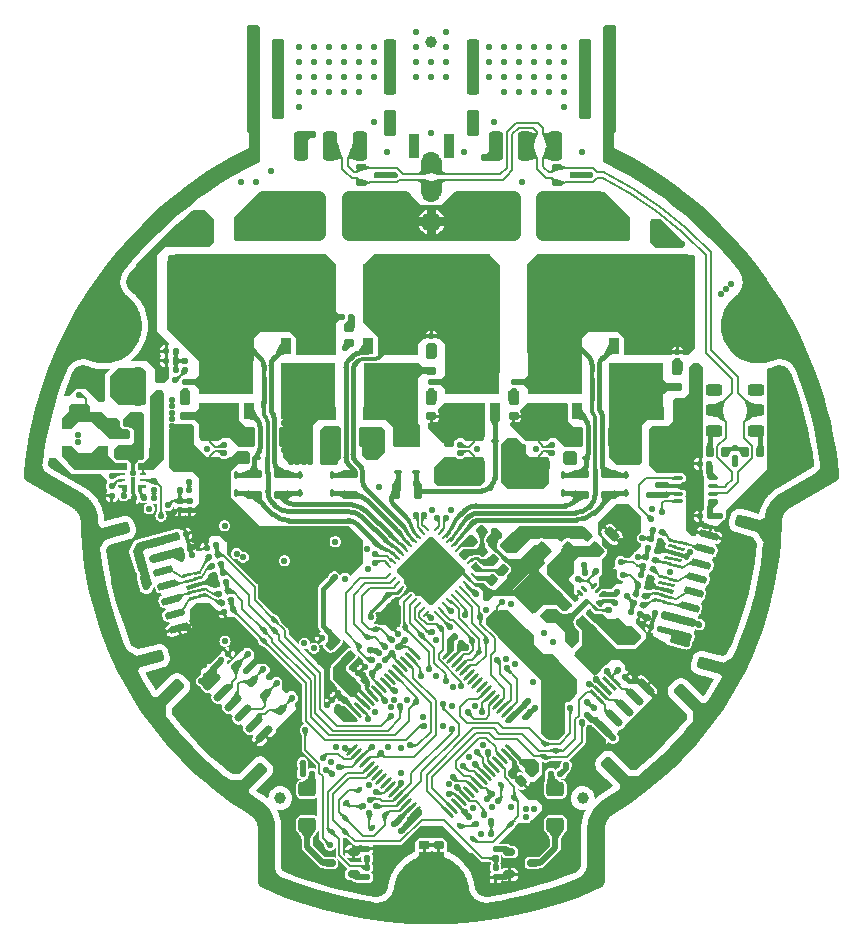
<source format=gbr>
%TF.GenerationSoftware,KiCad,Pcbnew,7.0.6*%
%TF.CreationDate,2024-04-14T17:53:18+02:00*%
%TF.ProjectId,amulet_controller,616d756c-6574-45f6-936f-6e74726f6c6c,1.1*%
%TF.SameCoordinates,Original*%
%TF.FileFunction,Copper,L1,Top*%
%TF.FilePolarity,Positive*%
%FSLAX46Y46*%
G04 Gerber Fmt 4.6, Leading zero omitted, Abs format (unit mm)*
G04 Created by KiCad (PCBNEW 7.0.6) date 2024-04-14 17:53:18*
%MOMM*%
%LPD*%
G01*
G04 APERTURE LIST*
G04 Aperture macros list*
%AMRoundRect*
0 Rectangle with rounded corners*
0 $1 Rounding radius*
0 $2 $3 $4 $5 $6 $7 $8 $9 X,Y pos of 4 corners*
0 Add a 4 corners polygon primitive as box body*
4,1,4,$2,$3,$4,$5,$6,$7,$8,$9,$2,$3,0*
0 Add four circle primitives for the rounded corners*
1,1,$1+$1,$2,$3*
1,1,$1+$1,$4,$5*
1,1,$1+$1,$6,$7*
1,1,$1+$1,$8,$9*
0 Add four rect primitives between the rounded corners*
20,1,$1+$1,$2,$3,$4,$5,0*
20,1,$1+$1,$4,$5,$6,$7,0*
20,1,$1+$1,$6,$7,$8,$9,0*
20,1,$1+$1,$8,$9,$2,$3,0*%
%AMRotRect*
0 Rectangle, with rotation*
0 The origin of the aperture is its center*
0 $1 length*
0 $2 width*
0 $3 Rotation angle, in degrees counterclockwise*
0 Add horizontal line*
21,1,$1,$2,0,0,$3*%
%AMFreePoly0*
4,1,13,0.200001,0.350501,0.200001,-0.124500,0.150001,-0.174500,-0.500000,-0.174500,-0.550000,-0.124500,-0.550000,0.000501,-0.500000,0.050501,-0.249998,0.050501,-0.199998,0.100501,-0.199998,0.350501,-0.149998,0.400501,0.150001,0.400501,0.200001,0.350501,0.200001,0.350501,$1*%
%AMFreePoly1*
4,1,13,0.250001,0.124500,0.250001,-0.350503,0.200001,-0.400503,-0.099998,-0.400501,-0.149998,-0.350501,-0.149998,-0.100501,-0.199998,-0.050501,-0.450000,-0.050501,-0.500000,-0.000501,-0.500000,0.124500,-0.450000,0.174500,0.200001,0.174500,0.250001,0.124500,0.250001,0.124500,$1*%
%AMFreePoly2*
4,1,13,0.500000,0.124500,0.500000,-0.000501,0.450000,-0.050501,0.199998,-0.050501,0.149998,-0.100501,0.149998,-0.350501,0.099998,-0.400501,-0.200001,-0.400503,-0.250001,-0.350503,-0.250001,0.124500,-0.200001,0.174500,0.450000,0.174500,0.500000,0.124500,0.500000,0.124500,$1*%
%AMFreePoly3*
4,1,13,0.149998,0.350501,0.149998,0.100501,0.199998,0.050501,0.450000,0.050501,0.500000,0.000501,0.500000,-0.124500,0.450000,-0.174500,-0.200001,-0.174500,-0.250001,-0.124500,-0.250001,0.350501,-0.200001,0.400501,0.099998,0.400501,0.149998,0.350501,0.149998,0.350501,$1*%
%AMFreePoly4*
4,1,11,1.014999,1.170000,0.435000,0.575000,0.435000,-0.575000,1.014999,-1.170000,1.015000,-1.945000,0.125000,-1.945000,-0.434999,-1.395000,-0.434999,1.395000,0.125000,1.945000,1.015000,1.945000,1.014999,1.170000,1.014999,1.170000,$1*%
%AMFreePoly5*
4,1,11,0.434999,1.395000,0.434999,-1.395000,-0.125000,-1.945000,-1.015000,-1.945000,-1.014999,-1.170000,-0.435000,-0.575000,-0.435000,0.575000,-1.014999,1.170000,-1.015000,1.945000,-0.125000,1.945000,0.434999,1.395000,0.434999,1.395000,$1*%
G04 Aperture macros list end*
%TA.AperFunction,SMDPad,CuDef*%
%ADD10RoundRect,0.237500X0.583363X-0.919239X0.919239X-0.583363X-0.583363X0.919239X-0.919239X0.583363X0*%
%TD*%
%TA.AperFunction,TestPad*%
%ADD11C,0.500000*%
%TD*%
%TA.AperFunction,SMDPad,CuDef*%
%ADD12RoundRect,0.130000X-0.130000X-0.130000X0.130000X-0.130000X0.130000X0.130000X-0.130000X0.130000X0*%
%TD*%
%TA.AperFunction,SMDPad,CuDef*%
%ADD13R,0.850000X1.450000*%
%TD*%
%TA.AperFunction,SMDPad,CuDef*%
%ADD14R,4.660000X3.750000*%
%TD*%
%TA.AperFunction,SMDPad,CuDef*%
%ADD15R,0.850000X1.100000*%
%TD*%
%TA.AperFunction,SMDPad,CuDef*%
%ADD16RoundRect,0.137500X-0.097227X-0.168402X0.168402X-0.097227X0.097227X0.168402X-0.168402X0.097227X0*%
%TD*%
%TA.AperFunction,SMDPad,CuDef*%
%ADD17RoundRect,0.130000X-0.159217X-0.091924X0.091924X-0.159217X0.159217X0.091924X-0.091924X0.159217X0*%
%TD*%
%TA.AperFunction,SMDPad,CuDef*%
%ADD18RoundRect,0.187500X-0.053033X0.318198X-0.318198X0.053033X0.053033X-0.318198X0.318198X-0.053033X0*%
%TD*%
%TA.AperFunction,SMDPad,CuDef*%
%ADD19RoundRect,0.150000X0.350000X0.150000X-0.350000X0.150000X-0.350000X-0.150000X0.350000X-0.150000X0*%
%TD*%
%TA.AperFunction,SMDPad,CuDef*%
%ADD20RoundRect,0.130000X-0.183848X0.000000X0.000000X-0.183848X0.183848X0.000000X0.000000X0.183848X0*%
%TD*%
%TA.AperFunction,SMDPad,CuDef*%
%ADD21RoundRect,0.187500X-0.194454X0.459619X-0.459619X0.194454X0.194454X-0.459619X0.459619X-0.194454X0*%
%TD*%
%TA.AperFunction,SMDPad,CuDef*%
%ADD22RoundRect,0.130000X-0.091924X-0.159217X0.159217X-0.091924X0.091924X0.159217X-0.159217X0.091924X0*%
%TD*%
%TA.AperFunction,SMDPad,CuDef*%
%ADD23RoundRect,0.075000X-0.350000X-0.075000X0.350000X-0.075000X0.350000X0.075000X-0.350000X0.075000X0*%
%TD*%
%TA.AperFunction,ComponentPad*%
%ADD24C,0.550000*%
%TD*%
%TA.AperFunction,HeatsinkPad*%
%ADD25R,1.600000X2.400000*%
%TD*%
%TA.AperFunction,SMDPad,CuDef*%
%ADD26RoundRect,0.130000X0.183848X0.000000X0.000000X0.183848X-0.183848X0.000000X0.000000X-0.183848X0*%
%TD*%
%TA.AperFunction,SMDPad,CuDef*%
%ADD27RoundRect,0.162500X0.287500X-0.162500X0.287500X0.162500X-0.287500X0.162500X-0.287500X-0.162500X0*%
%TD*%
%TA.AperFunction,SMDPad,CuDef*%
%ADD28RoundRect,0.100000X-0.200000X-0.100000X0.200000X-0.100000X0.200000X0.100000X-0.200000X0.100000X0*%
%TD*%
%TA.AperFunction,SMDPad,CuDef*%
%ADD29RotRect,0.250000X0.600000X225.000000*%
%TD*%
%TA.AperFunction,SMDPad,CuDef*%
%ADD30RoundRect,0.187500X0.187500X0.462500X-0.187500X0.462500X-0.187500X-0.462500X0.187500X-0.462500X0*%
%TD*%
%TA.AperFunction,SMDPad,CuDef*%
%ADD31RoundRect,0.310000X0.310000X0.940000X-0.310000X0.940000X-0.310000X-0.940000X0.310000X-0.940000X0*%
%TD*%
%TA.AperFunction,SMDPad,CuDef*%
%ADD32RoundRect,0.275000X0.275000X0.822500X-0.275000X0.822500X-0.275000X-0.822500X0.275000X-0.822500X0*%
%TD*%
%TA.AperFunction,SMDPad,CuDef*%
%ADD33RoundRect,0.275000X0.275000X3.122500X-0.275000X3.122500X-0.275000X-3.122500X0.275000X-3.122500X0*%
%TD*%
%TA.AperFunction,SMDPad,CuDef*%
%ADD34RoundRect,0.275000X0.275000X2.077500X-0.275000X2.077500X-0.275000X-2.077500X0.275000X-2.077500X0*%
%TD*%
%TA.AperFunction,SMDPad,CuDef*%
%ADD35RoundRect,0.187500X-0.462500X0.187500X-0.462500X-0.187500X0.462500X-0.187500X0.462500X0.187500X0*%
%TD*%
%TA.AperFunction,SMDPad,CuDef*%
%ADD36C,0.400000*%
%TD*%
%TA.AperFunction,SMDPad,CuDef*%
%ADD37R,0.400000X0.800000*%
%TD*%
%TA.AperFunction,SMDPad,CuDef*%
%ADD38C,0.200000*%
%TD*%
%TA.AperFunction,SMDPad,CuDef*%
%ADD39RotRect,0.200000X0.400000X45.000000*%
%TD*%
%TA.AperFunction,SMDPad,CuDef*%
%ADD40RoundRect,0.130000X0.000000X0.183848X-0.183848X0.000000X0.000000X-0.183848X0.183848X0.000000X0*%
%TD*%
%TA.AperFunction,SMDPad,CuDef*%
%ADD41RoundRect,0.137500X-0.137500X0.137500X-0.137500X-0.137500X0.137500X-0.137500X0.137500X0.137500X0*%
%TD*%
%TA.AperFunction,SMDPad,CuDef*%
%ADD42RoundRect,0.100000X-0.212132X0.070711X0.070711X-0.212132X0.212132X-0.070711X-0.070711X0.212132X0*%
%TD*%
%TA.AperFunction,SMDPad,CuDef*%
%ADD43RoundRect,0.240000X0.510000X-0.360000X0.510000X0.360000X-0.510000X0.360000X-0.510000X-0.360000X0*%
%TD*%
%TA.AperFunction,SMDPad,CuDef*%
%ADD44RoundRect,0.137500X0.168402X0.097227X-0.097227X0.168402X-0.168402X-0.097227X0.097227X-0.168402X0*%
%TD*%
%TA.AperFunction,SMDPad,CuDef*%
%ADD45RoundRect,0.195652X0.254348X0.654348X-0.254348X0.654348X-0.254348X-0.654348X0.254348X-0.654348X0*%
%TD*%
%TA.AperFunction,SMDPad,CuDef*%
%ADD46RoundRect,0.137500X-0.194454X0.000000X0.000000X-0.194454X0.194454X0.000000X0.000000X0.194454X0*%
%TD*%
%TA.AperFunction,SMDPad,CuDef*%
%ADD47RoundRect,0.130000X0.000000X-0.183848X0.183848X0.000000X0.000000X0.183848X-0.183848X0.000000X0*%
%TD*%
%TA.AperFunction,SMDPad,CuDef*%
%ADD48RoundRect,0.187500X0.462500X-0.187500X0.462500X0.187500X-0.462500X0.187500X-0.462500X-0.187500X0*%
%TD*%
%TA.AperFunction,SMDPad,CuDef*%
%ADD49RoundRect,0.195652X-0.642545X-0.282843X-0.282843X-0.642545X0.642545X0.282843X0.282843X0.642545X0*%
%TD*%
%TA.AperFunction,TestPad*%
%ADD50C,0.400000*%
%TD*%
%TA.AperFunction,FiducialPad,Global*%
%ADD51C,1.000000*%
%TD*%
%TA.AperFunction,SMDPad,CuDef*%
%ADD52RoundRect,0.162500X-0.287500X0.162500X-0.287500X-0.162500X0.287500X-0.162500X0.287500X0.162500X0*%
%TD*%
%TA.AperFunction,SMDPad,CuDef*%
%ADD53RoundRect,0.137500X0.194454X0.000000X0.000000X0.194454X-0.194454X0.000000X0.000000X-0.194454X0*%
%TD*%
%TA.AperFunction,SMDPad,CuDef*%
%ADD54RoundRect,0.137500X0.137500X0.137500X-0.137500X0.137500X-0.137500X-0.137500X0.137500X-0.137500X0*%
%TD*%
%TA.AperFunction,SMDPad,CuDef*%
%ADD55RoundRect,0.137500X0.000000X-0.194454X0.194454X0.000000X0.000000X0.194454X-0.194454X0.000000X0*%
%TD*%
%TA.AperFunction,SMDPad,CuDef*%
%ADD56RoundRect,0.350000X0.550000X-0.350000X0.550000X0.350000X-0.550000X0.350000X-0.550000X-0.350000X0*%
%TD*%
%TA.AperFunction,SMDPad,CuDef*%
%ADD57RoundRect,0.130000X0.159217X0.091924X-0.091924X0.159217X-0.159217X-0.091924X0.091924X-0.159217X0*%
%TD*%
%TA.AperFunction,SMDPad,CuDef*%
%ADD58RoundRect,0.130000X-0.130000X0.130000X-0.130000X-0.130000X0.130000X-0.130000X0.130000X0.130000X0*%
%TD*%
%TA.AperFunction,SMDPad,CuDef*%
%ADD59RotRect,0.200000X0.400000X225.000000*%
%TD*%
%TA.AperFunction,SMDPad,CuDef*%
%ADD60RoundRect,0.175000X-0.500000X0.175000X-0.500000X-0.175000X0.500000X-0.175000X0.500000X0.175000X0*%
%TD*%
%TA.AperFunction,SMDPad,CuDef*%
%ADD61RoundRect,0.137500X0.137500X-0.137500X0.137500X0.137500X-0.137500X0.137500X-0.137500X-0.137500X0*%
%TD*%
%TA.AperFunction,SMDPad,CuDef*%
%ADD62RoundRect,0.187500X-0.459619X-0.194454X-0.194454X-0.459619X0.459619X0.194454X0.194454X0.459619X0*%
%TD*%
%TA.AperFunction,SMDPad,CuDef*%
%ADD63RoundRect,0.206521X-0.268479X-0.643479X0.268479X-0.643479X0.268479X0.643479X-0.268479X0.643479X0*%
%TD*%
%TA.AperFunction,SMDPad,CuDef*%
%ADD64RoundRect,0.187500X0.262500X-0.187500X0.262500X0.187500X-0.262500X0.187500X-0.262500X-0.187500X0*%
%TD*%
%TA.AperFunction,SMDPad,CuDef*%
%ADD65RoundRect,0.150000X-0.106066X-0.318198X0.318198X0.106066X0.106066X0.318198X-0.318198X-0.106066X0*%
%TD*%
%TA.AperFunction,SMDPad,CuDef*%
%ADD66RoundRect,0.137500X-0.262500X-0.137500X0.262500X-0.137500X0.262500X0.137500X-0.262500X0.137500X0*%
%TD*%
%TA.AperFunction,SMDPad,CuDef*%
%ADD67RoundRect,0.062500X-0.123744X0.212132X-0.212132X0.123744X0.123744X-0.212132X0.212132X-0.123744X0*%
%TD*%
%TA.AperFunction,SMDPad,CuDef*%
%ADD68RoundRect,0.062500X0.212132X0.123744X0.123744X0.212132X-0.212132X-0.123744X-0.123744X-0.212132X0*%
%TD*%
%TA.AperFunction,SMDPad,CuDef*%
%ADD69RoundRect,0.062500X0.286555X0.198167X0.198167X0.286555X-0.286555X-0.198167X-0.198167X-0.286555X0*%
%TD*%
%TA.AperFunction,SMDPad,CuDef*%
%ADD70RoundRect,0.062500X0.645235X0.556847X0.556847X0.645235X-0.645235X-0.556847X-0.556847X-0.645235X0*%
%TD*%
%TA.AperFunction,SMDPad,CuDef*%
%ADD71RoundRect,0.130000X0.091924X0.159217X-0.159217X0.091924X-0.091924X-0.159217X0.159217X-0.091924X0*%
%TD*%
%TA.AperFunction,SMDPad,CuDef*%
%ADD72RoundRect,0.130000X0.130000X0.130000X-0.130000X0.130000X-0.130000X-0.130000X0.130000X-0.130000X0*%
%TD*%
%TA.AperFunction,SMDPad,CuDef*%
%ADD73RoundRect,0.206521X0.268479X0.643479X-0.268479X0.643479X-0.268479X-0.643479X0.268479X-0.643479X0*%
%TD*%
%TA.AperFunction,SMDPad,CuDef*%
%ADD74RoundRect,0.150000X-0.601041X-0.388909X-0.388909X-0.601041X0.601041X0.388909X0.388909X0.601041X0*%
%TD*%
%TA.AperFunction,SMDPad,CuDef*%
%ADD75RoundRect,0.250000X-0.954594X-0.601041X-0.601041X-0.954594X0.954594X0.601041X0.601041X0.954594X0*%
%TD*%
%TA.AperFunction,SMDPad,CuDef*%
%ADD76RoundRect,0.187500X0.194454X-0.459619X0.459619X-0.194454X-0.194454X0.459619X-0.459619X0.194454X0*%
%TD*%
%TA.AperFunction,SMDPad,CuDef*%
%ADD77RotRect,0.200000X0.400000X135.000000*%
%TD*%
%TA.AperFunction,SMDPad,CuDef*%
%ADD78FreePoly0,180.000000*%
%TD*%
%TA.AperFunction,SMDPad,CuDef*%
%ADD79R,0.600000X0.250000*%
%TD*%
%TA.AperFunction,SMDPad,CuDef*%
%ADD80FreePoly1,180.000000*%
%TD*%
%TA.AperFunction,SMDPad,CuDef*%
%ADD81FreePoly2,180.000000*%
%TD*%
%TA.AperFunction,SMDPad,CuDef*%
%ADD82FreePoly3,180.000000*%
%TD*%
%TA.AperFunction,SMDPad,CuDef*%
%ADD83R,0.350000X1.300000*%
%TD*%
%TA.AperFunction,ComponentPad*%
%ADD84C,0.800000*%
%TD*%
%TA.AperFunction,ComponentPad*%
%ADD85C,5.300000*%
%TD*%
%TA.AperFunction,SMDPad,CuDef*%
%ADD86RoundRect,0.070000X0.325269X0.424264X-0.424264X-0.325269X-0.325269X-0.424264X0.424264X0.325269X0*%
%TD*%
%TA.AperFunction,SMDPad,CuDef*%
%ADD87RoundRect,0.070000X-0.325269X0.424264X-0.424264X0.325269X0.325269X-0.424264X0.424264X-0.325269X0*%
%TD*%
%TA.AperFunction,ComponentPad*%
%ADD88C,1.700000*%
%TD*%
%TA.AperFunction,ComponentPad*%
%ADD89O,1.700000X1.700000*%
%TD*%
%TA.AperFunction,SMDPad,CuDef*%
%ADD90RoundRect,0.100000X0.100000X-0.200000X0.100000X0.200000X-0.100000X0.200000X-0.100000X-0.200000X0*%
%TD*%
%TA.AperFunction,SMDPad,CuDef*%
%ADD91RoundRect,0.150000X0.637325X-0.326062X0.714971X-0.036284X-0.637325X0.326062X-0.714971X0.036284X0*%
%TD*%
%TA.AperFunction,SMDPad,CuDef*%
%ADD92RoundRect,0.250000X0.997814X-0.526182X1.127223X-0.043219X-0.997814X0.526182X-1.127223X0.043219X0*%
%TD*%
%TA.AperFunction,SMDPad,CuDef*%
%ADD93FreePoly4,225.000000*%
%TD*%
%TA.AperFunction,SMDPad,CuDef*%
%ADD94FreePoly5,225.000000*%
%TD*%
%TA.AperFunction,ComponentPad*%
%ADD95C,2.000000*%
%TD*%
%TA.AperFunction,ComponentPad*%
%ADD96RoundRect,0.325000X2.925000X2.925000X-2.925000X2.925000X-2.925000X-2.925000X2.925000X-2.925000X0*%
%TD*%
%TA.AperFunction,SMDPad,CuDef*%
%ADD97RoundRect,0.130000X0.130000X-0.130000X0.130000X0.130000X-0.130000X0.130000X-0.130000X-0.130000X0*%
%TD*%
%TA.AperFunction,SMDPad,CuDef*%
%ADD98RoundRect,0.187500X-0.318198X-0.053033X-0.053033X-0.318198X0.318198X0.053033X0.053033X0.318198X0*%
%TD*%
%TA.AperFunction,SMDPad,CuDef*%
%ADD99RoundRect,0.150000X0.388909X-0.601041X0.601041X-0.388909X-0.388909X0.601041X-0.601041X0.388909X0*%
%TD*%
%TA.AperFunction,SMDPad,CuDef*%
%ADD100RoundRect,0.250000X0.601041X-0.954594X0.954594X-0.601041X-0.601041X0.954594X-0.954594X0.601041X0*%
%TD*%
%TA.AperFunction,SMDPad,CuDef*%
%ADD101RoundRect,0.187500X0.053033X-0.318198X0.318198X-0.053033X-0.053033X0.318198X-0.318198X0.053033X0*%
%TD*%
%TA.AperFunction,SMDPad,CuDef*%
%ADD102RoundRect,0.206521X-0.265165X0.644852X-0.644852X0.265165X0.265165X-0.644852X0.644852X-0.265165X0*%
%TD*%
%TA.AperFunction,SMDPad,CuDef*%
%ADD103RoundRect,0.195652X-0.254348X-0.654348X0.254348X-0.654348X0.254348X0.654348X-0.254348X0.654348X0*%
%TD*%
%TA.AperFunction,SMDPad,CuDef*%
%ADD104RoundRect,0.162500X0.162500X0.287500X-0.162500X0.287500X-0.162500X-0.287500X0.162500X-0.287500X0*%
%TD*%
%TA.AperFunction,SMDPad,CuDef*%
%ADD105RoundRect,0.150000X-0.350000X-0.150000X0.350000X-0.150000X0.350000X0.150000X-0.350000X0.150000X0*%
%TD*%
%TA.AperFunction,SMDPad,CuDef*%
%ADD106R,0.200000X0.400000*%
%TD*%
%TA.AperFunction,SMDPad,CuDef*%
%ADD107RotRect,0.250000X0.600000X255.000000*%
%TD*%
%TA.AperFunction,SMDPad,CuDef*%
%ADD108RoundRect,0.100000X-0.070711X-0.212132X0.212132X0.070711X0.070711X0.212132X-0.212132X-0.070711X0*%
%TD*%
%TA.AperFunction,ComponentPad*%
%ADD109RoundRect,0.325000X-2.925000X-2.925000X2.925000X-2.925000X2.925000X2.925000X-2.925000X2.925000X0*%
%TD*%
%TA.AperFunction,SMDPad,CuDef*%
%ADD110RoundRect,0.187500X0.187500X0.262500X-0.187500X0.262500X-0.187500X-0.262500X0.187500X-0.262500X0*%
%TD*%
%TA.AperFunction,SMDPad,CuDef*%
%ADD111RoundRect,0.100000X0.200000X0.100000X-0.200000X0.100000X-0.200000X-0.100000X0.200000X-0.100000X0*%
%TD*%
%TA.AperFunction,SMDPad,CuDef*%
%ADD112RotRect,0.200000X0.400000X315.000000*%
%TD*%
%TA.AperFunction,SMDPad,CuDef*%
%ADD113RoundRect,0.137500X0.000000X0.194454X-0.194454X0.000000X0.000000X-0.194454X0.194454X0.000000X0*%
%TD*%
%TA.AperFunction,SMDPad,CuDef*%
%ADD114C,0.300000*%
%TD*%
%TA.AperFunction,SMDPad,CuDef*%
%ADD115R,0.600000X0.300000*%
%TD*%
%TA.AperFunction,SMDPad,CuDef*%
%ADD116RoundRect,0.187500X-0.187500X-0.462500X0.187500X-0.462500X0.187500X0.462500X-0.187500X0.462500X0*%
%TD*%
%TA.AperFunction,SMDPad,CuDef*%
%ADD117RotRect,0.250000X0.600000X105.000000*%
%TD*%
%TA.AperFunction,SMDPad,CuDef*%
%ADD118FreePoly4,90.000000*%
%TD*%
%TA.AperFunction,SMDPad,CuDef*%
%ADD119FreePoly5,90.000000*%
%TD*%
%TA.AperFunction,SMDPad,CuDef*%
%ADD120RoundRect,0.055000X0.134350X0.212132X-0.212132X-0.134350X-0.134350X-0.212132X0.212132X0.134350X0*%
%TD*%
%TA.AperFunction,SMDPad,CuDef*%
%ADD121RoundRect,0.055000X-0.134350X0.212132X-0.212132X0.134350X0.134350X-0.212132X0.212132X-0.134350X0*%
%TD*%
%TA.AperFunction,HeatsinkPad*%
%ADD122RoundRect,0.105000X0.000000X2.821356X-2.821356X0.000000X0.000000X-2.821356X2.821356X0.000000X0*%
%TD*%
%TA.AperFunction,SMDPad,CuDef*%
%ADD123RoundRect,0.150000X-0.714971X-0.036284X-0.637325X-0.326062X0.714971X0.036284X0.637325X0.326062X0*%
%TD*%
%TA.AperFunction,SMDPad,CuDef*%
%ADD124RoundRect,0.250000X-1.127223X-0.043219X-0.997814X-0.526182X1.127223X0.043219X0.997814X0.526182X0*%
%TD*%
%TA.AperFunction,SMDPad,CuDef*%
%ADD125RoundRect,0.250000X0.450000X0.250000X-0.450000X0.250000X-0.450000X-0.250000X0.450000X-0.250000X0*%
%TD*%
%TA.AperFunction,ComponentPad*%
%ADD126RoundRect,0.415000X2.510000X1.660000X-2.510000X1.660000X-2.510000X-1.660000X2.510000X-1.660000X0*%
%TD*%
%TA.AperFunction,ComponentPad*%
%ADD127R,0.900000X2.000000*%
%TD*%
%TA.AperFunction,ComponentPad*%
%ADD128RoundRect,0.090000X0.360000X0.910000X-0.360000X0.910000X-0.360000X-0.910000X0.360000X-0.910000X0*%
%TD*%
%TA.AperFunction,ComponentPad*%
%ADD129C,0.600000*%
%TD*%
%TA.AperFunction,HeatsinkPad*%
%ADD130RoundRect,0.090000X-0.360000X-0.710000X0.360000X-0.710000X0.360000X0.710000X-0.360000X0.710000X0*%
%TD*%
%TA.AperFunction,ViaPad*%
%ADD131C,0.550000*%
%TD*%
%TA.AperFunction,ViaPad*%
%ADD132C,0.600000*%
%TD*%
%TA.AperFunction,Conductor*%
%ADD133C,0.200000*%
%TD*%
%TA.AperFunction,Conductor*%
%ADD134C,0.203200*%
%TD*%
%TA.AperFunction,Conductor*%
%ADD135C,0.300000*%
%TD*%
%TA.AperFunction,Conductor*%
%ADD136C,0.400000*%
%TD*%
%TA.AperFunction,Conductor*%
%ADD137C,0.350000*%
%TD*%
%TA.AperFunction,Conductor*%
%ADD138C,0.500000*%
%TD*%
%TA.AperFunction,Conductor*%
%ADD139C,0.250000*%
%TD*%
G04 APERTURE END LIST*
D10*
%TO.P,C38,1*%
%TO.N,+12V*%
X159742740Y-104427232D03*
%TO.P,C38,2*%
%TO.N,GND*%
X161722638Y-102447334D03*
%TD*%
D11*
%TO.P,TP11,1,1*%
%TO.N,/Project Architecture/MCU - IOs/SOA*%
X143775400Y-99700100D03*
%TD*%
D12*
%TO.P,C138,1*%
%TO.N,/Project Architecture/Motor Control - Top Level/Motor Control - Inverter/PHC*%
X140900000Y-73299954D03*
%TO.P,C138,2*%
%TO.N,/Project Architecture/Motor Control - Top Level/Motor Control - Inverter/SNUBH_C*%
X141700000Y-73299954D03*
%TD*%
D11*
%TO.P,TP14,1,1*%
%TO.N,/Project Architecture/Interface - Interconnects/SWDIO*%
X159025400Y-109975100D03*
%TD*%
D13*
%TO.P,Q3,1,S*%
%TO.N,/Project Architecture/Motor Control - Top Level/Motor Control - Inverter/PHB*%
X146955400Y-75750100D03*
%TO.P,Q3,2,S*%
X145685400Y-75750100D03*
%TO.P,Q3,3,S*%
X144415400Y-75750100D03*
%TO.P,Q3,4,G*%
%TO.N,/Project Architecture/Motor Control - Top Level/Motor Control - Inverter/FET_GHB*%
X143145400Y-75750100D03*
D14*
%TO.P,Q3,5,D*%
%TO.N,+VBAT*%
X145050400Y-79050100D03*
D15*
X143145400Y-81425100D03*
%TO.P,Q3,6,D*%
X144415400Y-81425100D03*
%TO.P,Q3,7,D*%
X145685400Y-81425100D03*
%TO.P,Q3,8,D*%
X146955400Y-81425100D03*
%TD*%
D16*
%TO.P,R42,1*%
%TO.N,/Project Architecture/Interface - Interconnects/AUX2P_C*%
X130521710Y-96685879D03*
%TO.P,R42,2*%
%TO.N,/Project Architecture/Interface - Interconnects/AUX2_C*%
X131294450Y-96478823D03*
%TD*%
D17*
%TO.P,C124,1*%
%TO.N,/Project Architecture/Interface - Interconnects/AUX1_A*%
X165415645Y-98241230D03*
%TO.P,C124,2*%
%TO.N,GND*%
X166188385Y-98448286D03*
%TD*%
D18*
%TO.P,C1,1*%
%TO.N,+3V3*%
X156924664Y-111725836D03*
%TO.P,C1,2*%
%TO.N,GND*%
X156076136Y-112574364D03*
%TD*%
D19*
%TO.P,Q7,1,G*%
%TO.N,/Project Architecture/User - LED Indicators/DBG_G*%
X141900400Y-120450100D03*
%TO.P,Q7,2,S*%
%TO.N,GND*%
X141900400Y-118550100D03*
%TO.P,Q7,3,D*%
%TO.N,/Project Architecture/User - LED Indicators/LED_DBG_K*%
X139900400Y-119500100D03*
%TD*%
D20*
%TO.P,C128,1*%
%TO.N,/Project Architecture/Interface - Interconnects/NRST*%
X164307557Y-103177257D03*
%TO.P,C128,2*%
%TO.N,GND*%
X164873243Y-103742943D03*
%TD*%
D21*
%TO.P,C16,1*%
%TO.N,+VBAT*%
X159286796Y-91663704D03*
%TO.P,C16,2*%
%TO.N,GND*%
X158014004Y-92936496D03*
%TD*%
D16*
%TO.P,R40,1*%
%TO.N,/Project Architecture/Interface - Interconnects/AUX2P_A*%
X129693490Y-93594919D03*
%TO.P,R40,2*%
%TO.N,/Project Architecture/Interface - Interconnects/AUX2_A*%
X130466230Y-93387863D03*
%TD*%
D22*
%TO.P,C113,1*%
%TO.N,+5V*%
X126943013Y-91862072D03*
%TO.P,C113,2*%
%TO.N,GND*%
X127715753Y-91655016D03*
%TD*%
D23*
%TO.P,U10,1,TXD*%
%TO.N,/Project Architecture/Interface - FD-CAN/FDCAN_TX*%
X169400400Y-86925100D03*
%TO.P,U10,2,GND*%
%TO.N,GND*%
X169400400Y-87575100D03*
%TO.P,U10,3,VCC*%
%TO.N,+5V*%
X169400400Y-88225100D03*
%TO.P,U10,4,RXD*%
%TO.N,/Project Architecture/Interface - FD-CAN/FDCAN_RX*%
X169400400Y-88875100D03*
%TO.P,U10,5,VIO*%
%TO.N,+3V3*%
X172300400Y-88875100D03*
%TO.P,U10,6,CANL*%
%TO.N,/Project Architecture/Interface - FD-CAN/FDCAN_N*%
X172300400Y-88225100D03*
%TO.P,U10,7,CANH*%
%TO.N,/Project Architecture/Interface - FD-CAN/FDCAN_P*%
X172300400Y-87575100D03*
%TO.P,U10,8,S*%
%TO.N,/Project Architecture/Interface - FD-CAN/FDCAN_S*%
X172300400Y-86925100D03*
D24*
%TO.P,U10,9,PAD*%
%TO.N,GND*%
X170350400Y-87900100D03*
X170850400Y-87000100D03*
D25*
X170850400Y-87900100D03*
D24*
X170850400Y-88800100D03*
X171350400Y-87900100D03*
%TD*%
D26*
%TO.P,C5,1*%
%TO.N,+3V3*%
X146333243Y-116382943D03*
%TO.P,C5,2*%
%TO.N,GND*%
X145767557Y-115817257D03*
%TD*%
D27*
%TO.P,R55,1*%
%TO.N,/Project Architecture/Motor Control - Top Level/Motor Control - Inverter/SRC_LS_A*%
X155450000Y-81675000D03*
%TO.P,R55,2*%
%TO.N,/Project Architecture/Motor Control - Top Level/Motor Control - Inverter/SNUBL_A*%
X155450000Y-80375000D03*
%TD*%
D28*
%TO.P,D8,1,K*%
%TO.N,/Project Architecture/Motor Control - Top Level/GLB*%
X145650400Y-86425100D03*
%TO.P,D8,2,A*%
%TO.N,/Project Architecture/Motor Control - Top Level/Motor Control - Inverter/FET_GLB*%
X147200400Y-86425100D03*
%TD*%
D29*
%TO.P,D26,1,K*%
%TO.N,/Project Architecture/Interface - Interconnects/NRST*%
X163594460Y-103679943D03*
%TO.P,D26,2,K*%
%TO.N,unconnected-(D26-K-Pad2)*%
X163240907Y-104033496D03*
%TO.P,D26,3,A*%
%TO.N,GND*%
X162887354Y-104387050D03*
%TO.P,D26,4,K*%
%TO.N,/Project Architecture/Interface - Interconnects/SWCLK*%
X162533800Y-104740603D03*
%TO.P,D26,5,K*%
%TO.N,/Project Architecture/Interface - Interconnects/SWDIO*%
X162180247Y-105094156D03*
%TO.P,D26,6,K*%
X162781288Y-105695197D03*
%TO.P,D26,7,K*%
%TO.N,/Project Architecture/Interface - Interconnects/SWCLK*%
X163134841Y-105341644D03*
%TO.P,D26,8,A*%
%TO.N,GND*%
X163488394Y-104988090D03*
%TO.P,D26,9,K*%
%TO.N,unconnected-(D26-K-Pad2)*%
X163841948Y-104634537D03*
%TO.P,D26,10,K*%
%TO.N,/Project Architecture/Interface - Interconnects/NRST*%
X164195501Y-104280984D03*
%TD*%
D30*
%TO.P,C20,1*%
%TO.N,/Project Architecture/Power - Generation/F_VIN_5V*%
X125475399Y-83548100D03*
%TO.P,C20,2*%
%TO.N,GND*%
X123675399Y-83548100D03*
%TD*%
D31*
%TO.P,J12,1,Pin_1*%
%TO.N,GND*%
X153950400Y-58785100D03*
%TO.P,J12,2,Pin_2*%
%TO.N,/Project Architecture/Interface - FD-CAN/FDCAN_P*%
X156450400Y-58785100D03*
%TO.P,J12,3,Pin_3*%
%TO.N,/Project Architecture/Interface - FD-CAN/FDCAN_N*%
X158950400Y-58785100D03*
D32*
%TO.P,J12,MP1*%
%TO.N,N/C*%
X151980400Y-56857600D03*
D33*
%TO.P,J12,MP2*%
X161520400Y-53152600D03*
D34*
%TO.P,J12,MP3*%
X151980400Y-52107600D03*
%TD*%
D35*
%TO.P,R10,1*%
%TO.N,/Project Architecture/Motor Control - Top Level/Motor Control - Inverter/FET_GHA*%
X163524600Y-86525000D03*
%TO.P,R10,2*%
%TO.N,/Project Architecture/Motor Control - Top Level/GHA*%
X163524600Y-88325000D03*
%TD*%
D36*
%TO.P,NT10,1,1*%
%TO.N,/Project Architecture/Motor Control - Top Level/SHC*%
X134300000Y-78470000D03*
D37*
X134300000Y-78070000D03*
D36*
%TO.P,NT10,2,2*%
%TO.N,/Project Architecture/Motor Control - Top Level/Motor Control - Inverter/PHC*%
X134300000Y-77670000D03*
%TD*%
D38*
%TO.P,NT11,1,1*%
%TO.N,/Project Architecture/Motor Control - Top Level/SC_P*%
X130101421Y-84181422D03*
D39*
X129960000Y-84040001D03*
D38*
%TO.P,NT11,2,2*%
%TO.N,/Project Architecture/Motor Control - Top Level/Motor Control - Inverter/SRC_LS_C*%
X129818579Y-83898580D03*
%TD*%
D40*
%TO.P,C8,1*%
%TO.N,+3V3*%
X156208243Y-110917257D03*
%TO.P,C8,2*%
%TO.N,GND*%
X155642557Y-111482943D03*
%TD*%
D41*
%TO.P,R30,1*%
%TO.N,/Project Architecture/MCU - IOs/SENSE_VBAT*%
X127200400Y-88825100D03*
%TO.P,R30,2*%
%TO.N,GND*%
X127200400Y-89625100D03*
%TD*%
D42*
%TO.P,D19,1,K*%
%TO.N,/Project Architecture/Interface - Interconnects/AUX1_D_K*%
X150952392Y-116352092D03*
%TO.P,D19,2,A*%
%TO.N,/Project Architecture/Interface - Interconnects/AUX1_I2C_PULLUP*%
X152048408Y-117448108D03*
%TD*%
D40*
%TO.P,C2,1*%
%TO.N,+A3V3*%
X139783243Y-99917257D03*
%TO.P,C2,2*%
%TO.N,GND*%
X139217557Y-100482943D03*
%TD*%
D43*
%TO.P,D13,1,K*%
%TO.N,/Project Architecture/User - LED Indicators/LED_PWR_K*%
X159000400Y-116250100D03*
%TO.P,D13,2,A*%
%TO.N,/Project Architecture/User - LED Indicators/LED_PWR_A*%
X159000400Y-113250100D03*
%TD*%
D44*
%TO.P,R37,1*%
%TO.N,/Project Architecture/Interface - Interconnects/AUX1P_C*%
X167217538Y-94588123D03*
%TO.P,R37,2*%
%TO.N,/Project Architecture/Interface - Interconnects/AUX1_C*%
X166444798Y-94381067D03*
%TD*%
D45*
%TO.P,C95,1*%
%TO.N,+VBAT*%
X163840000Y-83400000D03*
%TO.P,C95,2*%
%TO.N,/Project Architecture/Motor Control - Top Level/Motor Control - Inverter/SRC_LS_A*%
X160940000Y-83400000D03*
%TD*%
D11*
%TO.P,TP55,1,1*%
%TO.N,GND*%
X131175400Y-89725100D03*
%TD*%
D46*
%TO.P,R6,1*%
%TO.N,/Project Architecture/Power - Generation/FB_DIV_12V*%
X162429743Y-94775222D03*
%TO.P,R6,2*%
%TO.N,GND*%
X162995429Y-95340908D03*
%TD*%
D11*
%TO.P,TP27,1,1*%
%TO.N,/Project Architecture/Interface - Interconnects/AUX2_D*%
X134300400Y-100700100D03*
%TD*%
%TO.P,TP72,1,1*%
%TO.N,/Project Architecture/Motor Control - Top Level/SC_P*%
X143713881Y-93347074D03*
%TD*%
D47*
%TO.P,C94,1*%
%TO.N,/Project Architecture/Motor Control - Top Level/DVDD*%
X152292557Y-96732943D03*
%TO.P,C94,2*%
%TO.N,GND*%
X152858243Y-96167257D03*
%TD*%
D27*
%TO.P,R52,1*%
%TO.N,CHASSIS*%
X149100000Y-118000000D03*
%TO.P,R52,2*%
%TO.N,GND*%
X149100000Y-116700000D03*
%TD*%
D13*
%TO.P,Q4,1,S*%
%TO.N,/Project Architecture/Motor Control - Top Level/Motor Control - Inverter/SRC_LS_B*%
X150045400Y-81250100D03*
%TO.P,Q4,2,S*%
X151315400Y-81250100D03*
%TO.P,Q4,3,S*%
X152585400Y-81250100D03*
%TO.P,Q4,4,G*%
%TO.N,/Project Architecture/Motor Control - Top Level/Motor Control - Inverter/FET_GLB*%
X153855400Y-81250100D03*
D14*
%TO.P,Q4,5,D*%
%TO.N,/Project Architecture/Motor Control - Top Level/Motor Control - Inverter/PHB*%
X151950400Y-77950100D03*
D15*
X153855400Y-75575100D03*
%TO.P,Q4,6,D*%
X152585400Y-75575100D03*
%TO.P,Q4,7,D*%
X151315400Y-75575100D03*
%TO.P,Q4,8,D*%
X150045400Y-75575100D03*
%TD*%
D11*
%TO.P,TP8,1,1*%
%TO.N,/Project Architecture/MCU - IOs/PWM_PHASEA*%
X151900400Y-100650100D03*
%TD*%
D48*
%TO.P,R11,1*%
%TO.N,/Project Architecture/Motor Control - Top Level/GLA*%
X161150000Y-88325000D03*
%TO.P,R11,2*%
%TO.N,/Project Architecture/Motor Control - Top Level/Motor Control - Inverter/FET_GLA*%
X161150000Y-86525000D03*
%TD*%
D11*
%TO.P,TP33,1,1*%
%TO.N,/Project Architecture/Interface - FD-CAN/FDCAN_RX*%
X168000400Y-89795600D03*
%TD*%
%TO.P,TP6,1,1*%
%TO.N,/Project Architecture/MCU - IOs/DRV_MOSI*%
X154861721Y-103019442D03*
%TD*%
D49*
%TO.P,C89,1*%
%TO.N,+VBAT*%
X155175095Y-92299795D03*
%TO.P,C89,2*%
%TO.N,GND*%
X157225705Y-94350405D03*
%TD*%
D50*
%TO.P,TP62,1,1*%
%TO.N,/Project Architecture/Motor Control - Top Level/GHB*%
X143918900Y-89620100D03*
%TD*%
D51*
%TO.P,FM3,*%
%TO.N,*%
X135700400Y-114000100D03*
%TD*%
D11*
%TO.P,TP71,1,1*%
%TO.N,/Project Architecture/Motor Control - Top Level/SB_N*%
X147901061Y-90073668D03*
%TD*%
D52*
%TO.P,R58,1*%
%TO.N,/Project Architecture/Motor Control - Top Level/Motor Control - Inverter/SNUBH_A*%
X169320000Y-77874998D03*
%TO.P,R58,2*%
%TO.N,+VBAT*%
X169320000Y-79174998D03*
%TD*%
D11*
%TO.P,TP53,1,1*%
%TO.N,GND*%
X170450400Y-85775100D03*
%TD*%
D53*
%TO.P,R3,1*%
%TO.N,/Project Architecture/MCU - IOs/FILTER_SOC*%
X144033243Y-102857943D03*
%TO.P,R3,2*%
%TO.N,/Project Architecture/MCU - IOs/SOC*%
X143467557Y-102292257D03*
%TD*%
D48*
%TO.P,R17,1*%
%TO.N,/Project Architecture/Motor Control - Top Level/GLC*%
X133480000Y-88325000D03*
%TO.P,R17,2*%
%TO.N,/Project Architecture/Motor Control - Top Level/Motor Control - Inverter/FET_GLC*%
X133480000Y-86525000D03*
%TD*%
D17*
%TO.P,C120,1*%
%TO.N,/Project Architecture/Interface - Interconnects/AUX1_C*%
X166234207Y-95147684D03*
%TO.P,C120,2*%
%TO.N,GND*%
X167006947Y-95354740D03*
%TD*%
D20*
%TO.P,C90,1*%
%TO.N,+A3V3*%
X144792557Y-96817257D03*
%TO.P,C90,2*%
%TO.N,GND*%
X145358243Y-97382943D03*
%TD*%
%TO.P,C9,1*%
%TO.N,+3V3*%
X156307557Y-106167257D03*
%TO.P,C9,2*%
%TO.N,GND*%
X156873243Y-106732943D03*
%TD*%
D54*
%TO.P,R23,1*%
%TO.N,/Project Architecture/User - LED Indicators/LED_DBG_A*%
X138400400Y-111950100D03*
%TO.P,R23,2*%
%TO.N,+5V*%
X137600400Y-111950100D03*
%TD*%
D47*
%TO.P,C28,1*%
%TO.N,/Project Architecture/Power - Generation/SW_12V*%
X163505044Y-98048626D03*
%TO.P,C28,2*%
%TO.N,/Project Architecture/Power - Generation/BOOT_12V*%
X164070730Y-97482940D03*
%TD*%
D55*
%TO.P,R47,1*%
%TO.N,/Project Architecture/Interface - Interconnects/AUX2_C_K*%
X143242557Y-115257943D03*
%TO.P,R47,2*%
%TO.N,/Project Architecture/Interface - Interconnects/AUX2_C*%
X143808243Y-114692257D03*
%TD*%
D31*
%TO.P,J13,1,Pin_1*%
%TO.N,GND*%
X137450400Y-58785100D03*
%TO.P,J13,2,Pin_2*%
%TO.N,/Project Architecture/Interface - FD-CAN/FDCAN_P*%
X139950400Y-58785100D03*
%TO.P,J13,3,Pin_3*%
%TO.N,/Project Architecture/Interface - FD-CAN/FDCAN_N*%
X142450400Y-58785100D03*
D33*
%TO.P,J13,MP1*%
%TO.N,N/C*%
X135480400Y-53152600D03*
D32*
%TO.P,J13,MP2*%
X145020400Y-56860100D03*
D34*
%TO.P,J13,MP3*%
X145020400Y-52110100D03*
%TD*%
D56*
%TO.P,R12,1*%
%TO.N,GND*%
X157575400Y-85790000D03*
%TO.P,R12,2*%
%TO.N,/Project Architecture/Motor Control - Top Level/Motor Control - Inverter/SRC_LS_A*%
X157575400Y-83090000D03*
%TD*%
D57*
%TO.P,C114,1*%
%TO.N,+3V3*%
X168211752Y-98498689D03*
%TO.P,C114,2*%
%TO.N,GND*%
X167439012Y-98291633D03*
%TD*%
D11*
%TO.P,TP4,1,1*%
%TO.N,/Project Architecture/MCU - IOs/DRV_SCLK*%
X149270400Y-99620100D03*
%TD*%
D47*
%TO.P,C11,1*%
%TO.N,/Project Architecture/MCU - Power/F_A3V3*%
X142309714Y-104590786D03*
%TO.P,C11,2*%
%TO.N,GND*%
X142875400Y-104025100D03*
%TD*%
D58*
%TO.P,C27,1*%
%TO.N,/Project Architecture/Power - Generation/SW_5V*%
X121440400Y-85940100D03*
%TO.P,C27,2*%
%TO.N,/Project Architecture/Power - Generation/BOOT_5V*%
X121440400Y-86740100D03*
%TD*%
D11*
%TO.P,TP13,1,1*%
%TO.N,/Project Architecture/MCU - IOs/SOC*%
X142375400Y-101100100D03*
%TD*%
%TO.P,TP31,1,1*%
%TO.N,/Project Architecture/MCU - IOs/LED_DBG*%
X140050400Y-116850100D03*
%TD*%
D38*
%TO.P,NT5,1,1*%
%TO.N,/Project Architecture/Motor Control - Top Level/Motor Control - Inverter/SRC_LS_A*%
X157608979Y-83873579D03*
D59*
X157750400Y-84015000D03*
D38*
%TO.P,NT5,2,2*%
%TO.N,/Project Architecture/Motor Control - Top Level/SA_P*%
X157891821Y-84156421D03*
%TD*%
D44*
%TO.P,R35,1*%
%TO.N,/Project Architecture/Interface - Interconnects/AUX1P_A*%
X166385783Y-97672957D03*
%TO.P,R35,2*%
%TO.N,/Project Architecture/Interface - Interconnects/AUX1_A*%
X165613043Y-97465901D03*
%TD*%
D11*
%TO.P,TP17,1,1*%
%TO.N,/Project Architecture/Interface - Interconnects/AUX1_A*%
X165047697Y-96889056D03*
%TD*%
%TO.P,TP28,1,1*%
%TO.N,/Project Architecture/Interface - Interconnects/AUX2_I2C_PULLUP*%
X141200400Y-115700100D03*
%TD*%
%TO.P,TP19,1,1*%
%TO.N,/Project Architecture/Interface - Interconnects/AUX1_C*%
X164518917Y-93981083D03*
%TD*%
D16*
%TO.P,R43,1*%
%TO.N,/Project Architecture/Interface - Interconnects/AUX2P_D*%
X130726866Y-97458621D03*
%TO.P,R43,2*%
%TO.N,/Project Architecture/Interface - Interconnects/AUX2_D*%
X131499606Y-97251565D03*
%TD*%
D54*
%TO.P,R33,1*%
%TO.N,/Project Architecture/Interface - FD-CAN/FDCAN_S*%
X172040400Y-85700100D03*
%TO.P,R33,2*%
%TO.N,GND*%
X171240400Y-85700100D03*
%TD*%
D13*
%TO.P,Q6,1,S*%
%TO.N,/Project Architecture/Motor Control - Top Level/Motor Control - Inverter/SRC_LS_C*%
X129230401Y-81250100D03*
%TO.P,Q6,2,S*%
X130500401Y-81250100D03*
%TO.P,Q6,3,S*%
X131770401Y-81250100D03*
%TO.P,Q6,4,G*%
%TO.N,/Project Architecture/Motor Control - Top Level/Motor Control - Inverter/FET_GLC*%
X133040401Y-81250100D03*
D14*
%TO.P,Q6,5,D*%
%TO.N,/Project Architecture/Motor Control - Top Level/Motor Control - Inverter/PHC*%
X131135401Y-77950100D03*
D15*
X133040401Y-75575100D03*
%TO.P,Q6,6,D*%
X131770401Y-75575100D03*
%TO.P,Q6,7,D*%
X130500401Y-75575100D03*
%TO.P,Q6,8,D*%
X129230401Y-75575100D03*
%TD*%
D60*
%TO.P,C37,1*%
%TO.N,+5V*%
X122300399Y-83288100D03*
%TO.P,C37,2*%
%TO.N,GND*%
X122300399Y-84888100D03*
%TD*%
D61*
%TO.P,TH1,1*%
%TO.N,+A3V3*%
X127640000Y-77780000D03*
%TO.P,TH1,2*%
%TO.N,/Project Architecture/MCU - IOs/SENSE_TEMP_FET*%
X127640000Y-76980000D03*
%TD*%
D62*
%TO.P,FB1,1*%
%TO.N,+A3V3*%
X140164004Y-100863704D03*
%TO.P,FB1,2*%
%TO.N,/Project Architecture/MCU - Power/F_A3V3*%
X141436796Y-102136496D03*
%TD*%
D11*
%TO.P,TP32,1,1*%
%TO.N,/Project Architecture/MCU - IOs/LED_PWR*%
X141200400Y-116850100D03*
%TD*%
D22*
%TO.P,C115,1*%
%TO.N,+3V3*%
X127274030Y-93093628D03*
%TO.P,C115,2*%
%TO.N,GND*%
X128046770Y-92886572D03*
%TD*%
D63*
%TO.P,C50,1*%
%TO.N,+VBAT*%
X164700000Y-65800000D03*
%TO.P,C50,2*%
%TO.N,GND*%
X167500000Y-65800000D03*
%TD*%
D20*
%TO.P,C3,1*%
%TO.N,+3V3*%
X150467557Y-100342257D03*
%TO.P,C3,2*%
%TO.N,GND*%
X151033243Y-100907943D03*
%TD*%
D50*
%TO.P,TP63,1,1*%
%TO.N,/Project Architecture/Motor Control - Top Level/GLB*%
X145570400Y-89420100D03*
%TD*%
D61*
%TO.P,R25,1*%
%TO.N,/Project Architecture/MCU - IOs/LED_PWR*%
X153950400Y-119100100D03*
%TO.P,R25,2*%
%TO.N,/Project Architecture/User - LED Indicators/PWR_G*%
X153950400Y-118300100D03*
%TD*%
D11*
%TO.P,TP42,1,1*%
%TO.N,/Project Architecture/Power - Generation/F_VIN_12V*%
X161550400Y-93250100D03*
%TD*%
D64*
%TO.P,C130,1*%
%TO.N,CHASSIS*%
X147900000Y-117950000D03*
%TO.P,C130,2*%
%TO.N,GND*%
X147900000Y-116750000D03*
%TD*%
D50*
%TO.P,TP67,1,1*%
%TO.N,/Project Architecture/Motor Control - Top Level/SHC*%
X139270400Y-89725100D03*
%TD*%
D57*
%TO.P,C112,1*%
%TO.N,+5V*%
X167886770Y-99703628D03*
%TO.P,C112,2*%
%TO.N,GND*%
X167114030Y-99496572D03*
%TD*%
D17*
%TO.P,C118,1*%
%TO.N,/Project Architecture/Interface - Interconnects/AUX1_D*%
X166857614Y-92840410D03*
%TO.P,C118,2*%
%TO.N,GND*%
X167630354Y-93047466D03*
%TD*%
D56*
%TO.P,R18,1*%
%TO.N,GND*%
X129760000Y-85790000D03*
%TO.P,R18,2*%
%TO.N,/Project Architecture/Motor Control - Top Level/Motor Control - Inverter/SRC_LS_C*%
X129760000Y-83090000D03*
%TD*%
D41*
%TO.P,R22,1*%
%TO.N,/Project Architecture/MCU - IOs/LED_DBG*%
X143050400Y-119900100D03*
%TO.P,R22,2*%
%TO.N,/Project Architecture/User - LED Indicators/DBG_G*%
X143050400Y-120700100D03*
%TD*%
D65*
%TO.P,D27,1,A1*%
%TO.N,/Project Architecture/Interface - Interconnects/RS422_R+*%
X131947148Y-102795331D03*
%TO.P,D27,2,A2*%
%TO.N,/Project Architecture/Interface - Interconnects/RS422_R-*%
X133290651Y-104138834D03*
%TO.P,D27,3,common*%
%TO.N,GND*%
X134245245Y-101840737D03*
%TD*%
D66*
%TO.P,D24,1,K1*%
%TO.N,/Project Architecture/Interface - FD-CAN/FDCAN_N*%
X159125400Y-60600100D03*
%TO.P,D24,2,K2*%
%TO.N,/Project Architecture/Interface - FD-CAN/FDCAN_P*%
X159125400Y-61900100D03*
%TO.P,D24,3,CC*%
%TO.N,CHASSIS*%
X161275400Y-61250100D03*
%TD*%
D11*
%TO.P,TP26,1,1*%
%TO.N,/Project Architecture/Interface - Interconnects/AUX2_C*%
X134300400Y-99800100D03*
%TD*%
D50*
%TO.P,TP61,1,1*%
%TO.N,/Project Architecture/Motor Control - Top Level/SHA*%
X157500400Y-89850100D03*
%TD*%
D67*
%TO.P,U3,1,PGND*%
%TO.N,GND*%
X161439790Y-98805731D03*
%TO.P,U3,2,VIN*%
%TO.N,/Project Architecture/Power - Generation/F_VIN_12V*%
X161899409Y-98346112D03*
%TO.P,U3,3,NC*%
%TO.N,/Project Architecture/Power - Generation/SW_12V*%
X162359029Y-97886492D03*
%TO.P,U3,4,BOOT*%
%TO.N,/Project Architecture/Power - Generation/BOOT_12V*%
X162712582Y-97532939D03*
D68*
%TO.P,U3,5,VCC*%
%TO.N,/Project Architecture/Power - Generation/VCC_12V*%
X162942392Y-96737444D03*
%TO.P,U3,6,AGND*%
%TO.N,GND*%
X162588838Y-96383891D03*
%TO.P,U3,7,FB*%
%TO.N,/Project Architecture/Power - Generation/FB_DIV_12V*%
X162235285Y-96030337D03*
D67*
%TO.P,U3,8,PG*%
%TO.N,/Project Architecture/Power - Generation/PG_12V*%
X161439790Y-96260147D03*
%TO.P,U3,9,EN*%
%TO.N,/Project Architecture/Power - Generation/F_VIN_12V*%
X161086237Y-96613700D03*
%TO.P,U3,10,VIN*%
X160626617Y-97073320D03*
%TO.P,U3,11,PGND*%
%TO.N,GND*%
X160166998Y-97532939D03*
D69*
%TO.P,U3,12,SW*%
%TO.N,/Project Architecture/Power - Generation/SW_12V*%
X160683009Y-98289720D03*
D70*
X161041689Y-97931040D03*
D69*
X161400899Y-97571830D03*
%TD*%
D71*
%TO.P,C123,1*%
%TO.N,/Project Architecture/Interface - Interconnects/AUX2_A*%
X130252703Y-92590975D03*
%TO.P,C123,2*%
%TO.N,GND*%
X129479963Y-92798031D03*
%TD*%
D26*
%TO.P,C26,1*%
%TO.N,/Project Architecture/Power - Generation/VCC_12V*%
X164215193Y-96560668D03*
%TO.P,C26,2*%
%TO.N,GND*%
X163649507Y-95994982D03*
%TD*%
D18*
%TO.P,C23,1*%
%TO.N,/Project Architecture/Power - Generation/F_VIN_12V*%
X160056864Y-96038036D03*
%TO.P,C23,2*%
%TO.N,GND*%
X159208336Y-96886564D03*
%TD*%
D11*
%TO.P,TP40,1,1*%
%TO.N,+VBAT*%
X157450400Y-91500100D03*
%TD*%
%TO.P,TP73,1,1*%
%TO.N,/Project Architecture/Motor Control - Top Level/SC_N*%
X143713881Y-94097074D03*
%TD*%
D72*
%TO.P,C108,1*%
%TO.N,+3V3*%
X172050401Y-90100103D03*
%TO.P,C108,2*%
%TO.N,GND*%
X171250401Y-90100103D03*
%TD*%
D18*
%TO.P,C88,1*%
%TO.N,+VBAT*%
X152774664Y-91355836D03*
%TO.P,C88,2*%
%TO.N,/Project Architecture/Motor Control - Top Level/VCP*%
X151926136Y-92204364D03*
%TD*%
D13*
%TO.P,Q1,1,S*%
%TO.N,/Project Architecture/Motor Control - Top Level/Motor Control - Inverter/PHA*%
X167755400Y-75750100D03*
%TO.P,Q1,2,S*%
X166485400Y-75750100D03*
%TO.P,Q1,3,S*%
X165215400Y-75750100D03*
%TO.P,Q1,4,G*%
%TO.N,/Project Architecture/Motor Control - Top Level/Motor Control - Inverter/FET_GHA*%
X163945400Y-75750100D03*
D14*
%TO.P,Q1,5,D*%
%TO.N,+VBAT*%
X165850400Y-79050100D03*
D15*
X163945400Y-81425100D03*
%TO.P,Q1,6,D*%
X165215400Y-81425100D03*
%TO.P,Q1,7,D*%
X166485400Y-81425100D03*
%TO.P,Q1,8,D*%
X167755400Y-81425100D03*
%TD*%
D47*
%TO.P,C127,1*%
%TO.N,+3V3*%
X161667557Y-106932943D03*
%TO.P,C127,2*%
%TO.N,GND*%
X162233243Y-106367257D03*
%TD*%
D73*
%TO.P,C66,1*%
%TO.N,+VBAT*%
X132350000Y-65800000D03*
%TO.P,C66,2*%
%TO.N,GND*%
X129550000Y-65800000D03*
%TD*%
D11*
%TO.P,TP2,1,1*%
%TO.N,/Project Architecture/MCU - IOs/MOTOR_HIZ*%
X151375400Y-98500100D03*
%TD*%
D74*
%TO.P,J10,1,Pin_1*%
%TO.N,+5V*%
X129921170Y-104184914D03*
%TO.P,J10,2,Pin_2*%
%TO.N,/Project Architecture/Interface - Interconnects/RS422_R+*%
X130805053Y-105068797D03*
%TO.P,J10,3,Pin_3*%
%TO.N,/Project Architecture/Interface - Interconnects/RS422_R-*%
X131688937Y-105952681D03*
%TO.P,J10,4,Pin_4*%
%TO.N,/Project Architecture/Interface - Interconnects/RS422_D-*%
X132572820Y-106836564D03*
%TO.P,J10,5,Pin_5*%
%TO.N,/Project Architecture/Interface - Interconnects/RS422_D+*%
X133456704Y-107720448D03*
%TO.P,J10,6,Pin_6*%
%TO.N,GND*%
X134340587Y-108604331D03*
D75*
%TO.P,J10,MP1,MP1*%
%TO.N,CHASSIS*%
X126350281Y-105139508D03*
%TO.P,J10,MP2,MP2*%
X133385993Y-112175220D03*
%TD*%
D76*
%TO.P,C18,1*%
%TO.N,/Project Architecture/Power - Generation/F_VIN_12V*%
X162514004Y-92936496D03*
%TO.P,C18,2*%
%TO.N,GND*%
X163786796Y-91663704D03*
%TD*%
D38*
%TO.P,NT12,1,1*%
%TO.N,/Project Architecture/Motor Control - Top Level/SC_N*%
X130101421Y-84698580D03*
D77*
X129960000Y-84840001D03*
D38*
%TO.P,NT12,2,2*%
%TO.N,GND*%
X129818579Y-84981422D03*
%TD*%
D78*
%TO.P,U2,1,MODE/SYNC*%
%TO.N,/Project Architecture/Power - Generation/MODE_5V*%
X123850399Y-87638100D03*
D79*
%TO.P,U2,2,PGOOD*%
%TO.N,/Project Architecture/Power - Generation/PG_5V*%
X124100399Y-87088100D03*
%TO.P,U2,3,EN/UVLO*%
%TO.N,/Project Architecture/Power - Generation/F_VIN_5V*%
X124100399Y-86588100D03*
D80*
%TO.P,U2,4,VIN*%
X123900399Y-86038100D03*
D81*
%TO.P,U2,5,SW*%
%TO.N,/Project Architecture/Power - Generation/SW_5V*%
X122500399Y-86038100D03*
D79*
%TO.P,U2,6,BOOT*%
%TO.N,/Project Architecture/Power - Generation/BOOT_5V*%
X122300399Y-86588100D03*
%TO.P,U2,7,VCC*%
%TO.N,/Project Architecture/Power - Generation/VCC_5V*%
X122300399Y-87088100D03*
D82*
%TO.P,U2,8,FB*%
%TO.N,/Project Architecture/Power - Generation/FB_5V*%
X122500399Y-87638100D03*
D83*
%TO.P,U2,9,GND*%
%TO.N,GND*%
X123200399Y-87388100D03*
%TD*%
D84*
%TO.P,H2,1,1*%
%TO.N,CHASSIS*%
X119587588Y-76078560D03*
X118469366Y-74621265D03*
X121408754Y-76318321D03*
D85*
X120787588Y-74000099D03*
D84*
X122866049Y-75200099D03*
X120166422Y-71681877D03*
X123105810Y-73378933D03*
X121987588Y-71921638D03*
%TD*%
D12*
%TO.P,C29,1*%
%TO.N,+5V*%
X121825400Y-82250100D03*
%TO.P,C29,2*%
%TO.N,GND*%
X122625400Y-82250100D03*
%TD*%
D54*
%TO.P,R4,1*%
%TO.N,/Project Architecture/Power - Generation/MODE_5V*%
X124150398Y-88563101D03*
%TO.P,R4,2*%
%TO.N,GND*%
X123350398Y-88563101D03*
%TD*%
D48*
%TO.P,R16,1*%
%TO.N,/Project Architecture/Motor Control - Top Level/GHC*%
X135860000Y-88325000D03*
%TO.P,R16,2*%
%TO.N,/Project Architecture/Motor Control - Top Level/Motor Control - Inverter/FET_GHC*%
X135860000Y-86525000D03*
%TD*%
D86*
%TO.P,U1,1,VBAT*%
%TO.N,+3V3*%
X155217914Y-107085886D03*
%TO.P,U1,2,PC13*%
%TO.N,/Project Architecture/MCU - IOs/DRV_MOSI*%
X154864361Y-106732333D03*
%TO.P,U1,3,PC14*%
%TO.N,/Project Architecture/MCU - IOs/MOTOR_ENABLE*%
X154510808Y-106378780D03*
%TO.P,U1,4,PC15*%
%TO.N,/Project Architecture/MCU - IOs/MOTOR_HIZ*%
X154157254Y-106025226D03*
%TO.P,U1,5,PF0*%
%TO.N,/Project Architecture/Interface - Interconnects/AUX2_B*%
X153803701Y-105671673D03*
%TO.P,U1,6,PF1*%
%TO.N,/Project Architecture/Interface - Interconnects/AUX2_A*%
X153450147Y-105318119D03*
%TO.P,U1,7,PG10*%
%TO.N,/Project Architecture/Interface - Interconnects/NRST*%
X153096594Y-104964566D03*
%TO.P,U1,8,PC0*%
%TO.N,/Project Architecture/MCU - IOs/PC0*%
X152743041Y-104611013D03*
%TO.P,U1,9,PC1*%
%TO.N,/Project Architecture/MCU - IOs/PC1*%
X152389487Y-104257459D03*
%TO.P,U1,10,PC2*%
%TO.N,/Project Architecture/MCU - IOs/PC2*%
X152035934Y-103903906D03*
%TO.P,U1,11,PC3*%
%TO.N,/Project Architecture/MCU - IOs/PC3*%
X151682381Y-103550353D03*
%TO.P,U1,12,PA0*%
%TO.N,/Project Architecture/MCU - IOs/PWM_PHASEC*%
X151328827Y-103196799D03*
%TO.P,U1,13,PA1*%
%TO.N,/Project Architecture/MCU - IOs/PWM_PHASEB*%
X150975274Y-102843246D03*
%TO.P,U1,14,PA2*%
%TO.N,/Project Architecture/MCU - IOs/PWM_PHASEA*%
X150621720Y-102489692D03*
%TO.P,U1,15,VSS*%
%TO.N,GND*%
X150268167Y-102136139D03*
%TO.P,U1,16,VDD*%
%TO.N,+3V3*%
X149914614Y-101782586D03*
D87*
%TO.P,U1,17,PA3*%
%TO.N,/Project Architecture/MCU - IOs/FILTER_SOA*%
X147086186Y-101782586D03*
%TO.P,U1,18,PA4*%
%TO.N,/Project Architecture/MCU - IOs/BOARD_VERSION*%
X146732633Y-102136139D03*
%TO.P,U1,19,PA5*%
%TO.N,/Project Architecture/Interface - Interconnects/AUX1_A*%
X146379080Y-102489692D03*
%TO.P,U1,20,PA6*%
%TO.N,/Project Architecture/MCU - IOs/FILTER_SOB*%
X146025526Y-102843246D03*
%TO.P,U1,21,PA7*%
%TO.N,/Project Architecture/Interface - Interconnects/AUX1_C*%
X145671973Y-103196799D03*
%TO.P,U1,22,PC4*%
%TO.N,/Project Architecture/Interface - Interconnects/AUX2_C*%
X145318419Y-103550353D03*
%TO.P,U1,23,PC5*%
%TO.N,/Project Architecture/MCU - IOs/PC5*%
X144964866Y-103903906D03*
%TO.P,U1,24,PB0*%
%TO.N,/Project Architecture/MCU - IOs/DRV_CS*%
X144611313Y-104257459D03*
%TO.P,U1,25,PB1*%
%TO.N,/Project Architecture/MCU - IOs/FILTER_SOC*%
X144257759Y-104611013D03*
%TO.P,U1,26,PB2*%
%TO.N,/Project Architecture/Interface - Interconnects/POS_SENSOR_CS*%
X143904206Y-104964566D03*
%TO.P,U1,27,VSSA*%
%TO.N,GND*%
X143550653Y-105318119D03*
%TO.P,U1,28,VREF+*%
%TO.N,/Project Architecture/MCU - Power/F_A3V3*%
X143197099Y-105671673D03*
%TO.P,U1,29,VDDA*%
X142843546Y-106025226D03*
%TO.P,U1,30,PB10*%
%TO.N,/Project Architecture/Interface - RS-422/RS422_~{RE}*%
X142489992Y-106378780D03*
%TO.P,U1,31,VSS*%
%TO.N,GND*%
X142136439Y-106732333D03*
%TO.P,U1,32,VDD*%
%TO.N,+3V3*%
X141782886Y-107085886D03*
D86*
%TO.P,U1,33,PB11*%
%TO.N,/Project Architecture/Interface - RS-422/RS422_DE*%
X141782886Y-109914314D03*
%TO.P,U1,34,PB12*%
%TO.N,/Project Architecture/MCU - IOs/SENSE_TEMP_FET*%
X142136439Y-110267867D03*
%TO.P,U1,35,PB13*%
%TO.N,/Project Architecture/MCU - IOs/MOTOR_FAULT*%
X142489992Y-110621420D03*
%TO.P,U1,36,PB14*%
%TO.N,/Project Architecture/Interface - Interconnects/AUX1_A*%
X142843546Y-110974974D03*
%TO.P,U1,37,PB15*%
%TO.N,/Project Architecture/MCU - IOs/LED_DBG*%
X143197099Y-111328527D03*
%TO.P,U1,38,PC6*%
%TO.N,/Project Architecture/MCU - IOs/LED_PWR*%
X143550653Y-111682081D03*
%TO.P,U1,39,PC7*%
%TO.N,/Project Architecture/MCU - IOs/PC7*%
X143904206Y-112035634D03*
%TO.P,U1,40,PC8*%
%TO.N,/Project Architecture/MCU - IOs/PC8*%
X144257759Y-112389187D03*
%TO.P,U1,41,PC9*%
%TO.N,/Project Architecture/MCU - IOs/PC9*%
X144611313Y-112742741D03*
%TO.P,U1,42,PA8*%
%TO.N,/Project Architecture/MCU - IOs/SENSE_TEMP_MOT*%
X144964866Y-113096294D03*
%TO.P,U1,43,PA9*%
%TO.N,/Project Architecture/MCU - IOs/SENSE_VBAT*%
X145318419Y-113449847D03*
%TO.P,U1,44,PA10*%
%TO.N,/Project Architecture/Interface - Interconnects/AUX2_B*%
X145671973Y-113803401D03*
%TO.P,U1,45,PA11*%
%TO.N,/Project Architecture/Interface - Interconnects/AUX2_C*%
X146025526Y-114156954D03*
%TO.P,U1,46,PA12*%
%TO.N,/Project Architecture/Interface - Interconnects/AUX2_I2C_PULLUP*%
X146379080Y-114510508D03*
%TO.P,U1,47,VSS*%
%TO.N,GND*%
X146732633Y-114864061D03*
%TO.P,U1,48,VDD*%
%TO.N,+3V3*%
X147086186Y-115217614D03*
D87*
%TO.P,U1,49,PA13*%
%TO.N,/Project Architecture/Interface - Interconnects/SWDIO*%
X149914614Y-115217614D03*
%TO.P,U1,50,PA14*%
%TO.N,/Project Architecture/Interface - Interconnects/SWCLK*%
X150268167Y-114864061D03*
%TO.P,U1,51,PA15*%
%TO.N,/Project Architecture/Interface - Interconnects/AUX1_D*%
X150621720Y-114510508D03*
%TO.P,U1,52,PC10*%
%TO.N,/Project Architecture/MCU - IOs/DRV_SCLK*%
X150975274Y-114156954D03*
%TO.P,U1,53,PC11*%
%TO.N,/Project Architecture/MCU - IOs/DRV_MISO*%
X151328827Y-113803401D03*
%TO.P,U1,54,PC12*%
%TO.N,/Project Architecture/MCU - IOs/PC12*%
X151682381Y-113449847D03*
%TO.P,U1,55,PD2*%
%TO.N,/Project Architecture/MCU - IOs/FAN_CTRL*%
X152035934Y-113096294D03*
%TO.P,U1,56,PB3*%
%TO.N,/Project Architecture/Interface - Interconnects/AUX1_E*%
X152389487Y-112742741D03*
%TO.P,U1,57,PB4*%
%TO.N,/Project Architecture/Interface - Interconnects/AUX1_B*%
X152743041Y-112389187D03*
%TO.P,U1,58,PB5*%
%TO.N,/Project Architecture/Interface - FD-CAN/FDCAN_RX*%
X153096594Y-112035634D03*
%TO.P,U1,59,PB6*%
%TO.N,/Project Architecture/Interface - FD-CAN/FDCAN_TX*%
X153450147Y-111682081D03*
%TO.P,U1,60,PB7*%
%TO.N,/Project Architecture/Interface - Interconnects/AUX2_D*%
X153803701Y-111328527D03*
%TO.P,U1,61,PB8*%
%TO.N,/Project Architecture/Interface - Interconnects/AUX1_I2C_PULLUP*%
X154157254Y-110974974D03*
%TO.P,U1,62,PB9*%
%TO.N,/Project Architecture/Interface - Interconnects/AUX1_E*%
X154510808Y-110621420D03*
%TO.P,U1,63,VSS*%
%TO.N,GND*%
X154864361Y-110267867D03*
%TO.P,U1,64,VDD*%
%TO.N,+3V3*%
X155217914Y-109914314D03*
%TD*%
D88*
%TO.P,J11,1,Pin_1*%
%TO.N,GND*%
X148500400Y-65215100D03*
D89*
%TO.P,J11,2,Pin_2*%
%TO.N,/Project Architecture/Interface - FD-CAN/FDCAN_P*%
X148500400Y-62675100D03*
%TO.P,J11,3,Pin_3*%
%TO.N,/Project Architecture/Interface - FD-CAN/FDCAN_N*%
X148500400Y-60135100D03*
%TD*%
D90*
%TO.P,D4,1,K*%
%TO.N,/Project Architecture/Motor Control - Top Level/GHA*%
X165010000Y-88175000D03*
%TO.P,D4,2,A*%
%TO.N,/Project Architecture/Motor Control - Top Level/Motor Control - Inverter/FET_GHA*%
X165010000Y-86625000D03*
%TD*%
D50*
%TO.P,TP66,1,1*%
%TO.N,/Project Architecture/Motor Control - Top Level/GLC*%
X139770400Y-90500100D03*
%TD*%
D84*
%TO.P,H1,1,1*%
%TO.N,CHASSIS*%
X150900400Y-122000100D03*
X150197456Y-123697156D03*
X150197456Y-120303044D03*
D85*
X148500400Y-122000100D03*
D84*
X148500400Y-119600100D03*
X146803344Y-123697156D03*
X146803344Y-120303044D03*
X146100400Y-122000100D03*
%TD*%
D26*
%TO.P,C14,1*%
%TO.N,/Project Architecture/MCU - IOs/FILTER_SOC*%
X143458243Y-103432943D03*
%TO.P,C14,2*%
%TO.N,GND*%
X142892557Y-102867257D03*
%TD*%
D53*
%TO.P,R44,1*%
%TO.N,/Project Architecture/Interface - Interconnects/AUX1_D_K*%
X152258243Y-116157943D03*
%TO.P,R44,2*%
%TO.N,/Project Architecture/Interface - Interconnects/AUX1_D*%
X151692557Y-115592257D03*
%TD*%
D55*
%TO.P,R45,1*%
%TO.N,/Project Architecture/Interface - Interconnects/AUX2_B_K*%
X142692557Y-114707943D03*
%TO.P,R45,2*%
%TO.N,/Project Architecture/Interface - Interconnects/AUX2_B*%
X143258243Y-114142257D03*
%TD*%
D58*
%TO.P,C136,1*%
%TO.N,/Project Architecture/Motor Control - Top Level/Motor Control - Inverter/PHA*%
X169320000Y-76224998D03*
%TO.P,C136,2*%
%TO.N,/Project Architecture/Motor Control - Top Level/Motor Control - Inverter/SNUBH_A*%
X169320000Y-77024998D03*
%TD*%
D16*
%TO.P,R41,1*%
%TO.N,/Project Architecture/Interface - Interconnects/AUX2P_B*%
X129900542Y-94367662D03*
%TO.P,R41,2*%
%TO.N,/Project Architecture/Interface - Interconnects/AUX2_B*%
X130673282Y-94160606D03*
%TD*%
D91*
%TO.P,J6,1,Pin_1*%
%TO.N,+5V*%
X169721104Y-100197210D03*
%TO.P,J6,2,Pin_2*%
%TO.N,+3V3*%
X170044628Y-98989803D03*
%TO.P,J6,3,Pin_3*%
%TO.N,/Project Architecture/Interface - Interconnects/AUX1P_A*%
X170368152Y-97782396D03*
%TO.P,J6,4,Pin_4*%
%TO.N,/Project Architecture/Interface - Interconnects/AUX1P_B*%
X170691675Y-96574988D03*
%TO.P,J6,5,Pin_5*%
%TO.N,/Project Architecture/Interface - Interconnects/AUX1P_C*%
X171015199Y-95367581D03*
%TO.P,J6,6,Pin_6*%
%TO.N,/Project Architecture/Interface - Interconnects/AUX1P_D*%
X171338723Y-94160174D03*
%TO.P,J6,7,Pin_7*%
%TO.N,/Project Architecture/Interface - Interconnects/AUX1P_E*%
X171662247Y-92952767D03*
%TO.P,J6,8,Pin_8*%
%TO.N,GND*%
X171985771Y-91745359D03*
D92*
%TO.P,J6,MP1,MP1*%
%TO.N,CHASSIS*%
X172333251Y-102812394D03*
%TO.P,J6,MP2,MP2*%
X175555547Y-90786617D03*
%TD*%
D11*
%TO.P,TP37,1,1*%
%TO.N,/Project Architecture/MCU - IOs/SENSE_TEMP_FET*%
X126840000Y-77720000D03*
%TD*%
D18*
%TO.P,C25,1*%
%TO.N,/Project Architecture/Power - Generation/F_VIN_12V*%
X162934664Y-98915836D03*
%TO.P,C25,2*%
%TO.N,GND*%
X162086136Y-99764364D03*
%TD*%
D58*
%TO.P,C129,1*%
%TO.N,/Project Architecture/Interface - Interconnects/CAN_TERM_MID*%
X174200400Y-84400100D03*
%TO.P,C129,2*%
%TO.N,GND*%
X174200400Y-85200100D03*
%TD*%
%TO.P,C103,1*%
%TO.N,/Project Architecture/MCU - IOs/SENSE_VBAT*%
X128050400Y-88825100D03*
%TO.P,C103,2*%
%TO.N,GND*%
X128050400Y-89625100D03*
%TD*%
D17*
%TO.P,C116,1*%
%TO.N,/Project Architecture/Interface - Interconnects/AUX1_E*%
X167064671Y-92067672D03*
%TO.P,C116,2*%
%TO.N,GND*%
X167837411Y-92274728D03*
%TD*%
D93*
%TO.P,L2,1,1*%
%TO.N,/Project Architecture/Power - Generation/SW_12V*%
X159735665Y-99237066D03*
D94*
%TO.P,L2,2,2*%
%TO.N,+12V*%
X157239579Y-101733152D03*
%TD*%
D11*
%TO.P,TP57,1,1*%
%TO.N,GND*%
X159025400Y-111100100D03*
%TD*%
D90*
%TO.P,D7,1,K*%
%TO.N,/Project Architecture/Motor Control - Top Level/GHB*%
X140120000Y-88175000D03*
%TO.P,D7,2,A*%
%TO.N,/Project Architecture/Motor Control - Top Level/Motor Control - Inverter/FET_GHB*%
X140120000Y-86625000D03*
%TD*%
D11*
%TO.P,TP1,1,1*%
%TO.N,/Project Architecture/MCU - IOs/MOTOR_ENABLE*%
X154076633Y-102313867D03*
%TD*%
D24*
%TO.P,J3,1,1*%
%TO.N,/Project Architecture/Motor Control - Top Level/Motor Control - Inverter/PHA*%
X170550400Y-74150100D03*
X170550400Y-72220100D03*
X170550400Y-71710100D03*
X170550400Y-71200100D03*
X170550400Y-70690100D03*
X170550400Y-70180100D03*
X170550400Y-68250100D03*
X170100400Y-71965100D03*
X170100400Y-71455100D03*
X170100400Y-70945100D03*
X170100400Y-70435100D03*
D95*
X169750400Y-73350100D03*
X169750400Y-69050100D03*
D24*
X169650400Y-72220100D03*
X169650400Y-71710100D03*
X169650400Y-71200100D03*
X169650400Y-70690100D03*
X169650400Y-70180100D03*
X168620400Y-74150100D03*
X168620400Y-73250100D03*
X168620400Y-69150100D03*
X168620400Y-68250100D03*
X168365400Y-73700100D03*
X168365400Y-68700100D03*
X168110400Y-74150100D03*
X168110400Y-73250100D03*
X168110400Y-69150100D03*
X168110400Y-68250100D03*
X167855400Y-73700100D03*
X167855400Y-68700100D03*
X167600400Y-74150100D03*
X167600400Y-73250100D03*
D96*
X167600400Y-71200100D03*
D24*
X167600400Y-69150100D03*
X167600400Y-68250100D03*
X167345400Y-73700100D03*
X167345400Y-68700100D03*
X167090400Y-74150100D03*
X167090400Y-73250100D03*
X167090400Y-69150100D03*
X167090400Y-68250100D03*
X166835400Y-73700100D03*
X166835400Y-68700100D03*
X166580400Y-74150100D03*
X166580400Y-73250100D03*
X166580400Y-69150100D03*
X166580400Y-68250100D03*
X165550400Y-72220100D03*
X165550400Y-71710100D03*
X165550400Y-71200100D03*
X165550400Y-70690100D03*
X165550400Y-70180100D03*
D95*
X165450400Y-73350100D03*
X165450400Y-69050100D03*
D24*
X165100400Y-71965100D03*
X165100400Y-71455100D03*
X165100400Y-70945100D03*
X165100400Y-70435100D03*
X164650400Y-74150100D03*
X164650400Y-72220100D03*
X164650400Y-71710100D03*
X164650400Y-71200100D03*
X164650400Y-70690100D03*
X164650400Y-70180100D03*
X164650400Y-68250100D03*
%TD*%
D97*
%TO.P,C109,1*%
%TO.N,+5V*%
X168250402Y-88300100D03*
%TO.P,C109,2*%
%TO.N,GND*%
X168250402Y-87500100D03*
%TD*%
D98*
%TO.P,C93,1*%
%TO.N,/Project Architecture/Motor Control - Top Level/VGLS*%
X153651136Y-95575836D03*
%TO.P,C93,2*%
%TO.N,GND*%
X154499664Y-96424364D03*
%TD*%
D11*
%TO.P,TP21,1,1*%
%TO.N,/Project Architecture/Interface - Interconnects/AUX1_E*%
X166356633Y-91983867D03*
%TD*%
D90*
%TO.P,D10,1,K*%
%TO.N,/Project Architecture/Motor Control - Top Level/GHC*%
X137340000Y-88180000D03*
%TO.P,D10,2,A*%
%TO.N,/Project Architecture/Motor Control - Top Level/Motor Control - Inverter/FET_GHC*%
X137340000Y-86630000D03*
%TD*%
D99*
%TO.P,J14,1,Pin_1*%
%TO.N,+3V3*%
X163099486Y-108134719D03*
%TO.P,J14,2,Pin_2*%
%TO.N,/Project Architecture/Interface - Interconnects/SWDIO*%
X163983369Y-107250836D03*
%TO.P,J14,3,Pin_3*%
%TO.N,/Project Architecture/Interface - Interconnects/SWCLK*%
X164867252Y-106366952D03*
%TO.P,J14,4,Pin_4*%
%TO.N,/Project Architecture/Interface - Interconnects/NRST*%
X165751136Y-105483069D03*
%TO.P,J14,5,Pin_5*%
%TO.N,GND*%
X166635019Y-104599186D03*
D100*
%TO.P,J14,MP1,MP1*%
%TO.N,CHASSIS*%
X164054080Y-111705609D03*
%TO.P,J14,MP2,MP2*%
X170205909Y-105553780D03*
%TD*%
D11*
%TO.P,TP9,1,1*%
%TO.N,/Project Architecture/MCU - IOs/PWM_PHASEB*%
X152550400Y-101625100D03*
%TD*%
%TO.P,TP52,1,1*%
%TO.N,GND*%
X144675000Y-98750000D03*
%TD*%
%TO.P,TP51,1,1*%
%TO.N,+A3V3*%
X140300400Y-95275100D03*
%TD*%
D101*
%TO.P,C92,1*%
%TO.N,+VBAT*%
X152776136Y-93054364D03*
%TO.P,C92,2*%
%TO.N,GND*%
X153624664Y-92205836D03*
%TD*%
D51*
%TO.P,FM5,*%
%TO.N,*%
X161300400Y-114000100D03*
%TD*%
D102*
%TO.P,C21,1*%
%TO.N,/Project Architecture/Power - Generation/F_VIN_12V*%
X159410349Y-94410151D03*
%TO.P,C21,2*%
%TO.N,GND*%
X157430451Y-96390049D03*
%TD*%
D71*
%TO.P,C121,1*%
%TO.N,/Project Architecture/Interface - Interconnects/AUX2_B*%
X130880335Y-94933344D03*
%TO.P,C121,2*%
%TO.N,GND*%
X130107595Y-95140400D03*
%TD*%
D11*
%TO.P,TP46,1,1*%
%TO.N,+5V*%
X119250400Y-80950100D03*
%TD*%
D41*
%TO.P,R24,1*%
%TO.N,/Project Architecture/MCU - IOs/LED_PWR*%
X153950400Y-119900100D03*
%TO.P,R24,2*%
%TO.N,GND*%
X153950400Y-120700100D03*
%TD*%
D66*
%TO.P,D25,1,K1*%
%TO.N,/Project Architecture/Interface - FD-CAN/FDCAN_N*%
X142575400Y-60600100D03*
%TO.P,D25,2,K2*%
%TO.N,/Project Architecture/Interface - FD-CAN/FDCAN_P*%
X142575400Y-61900100D03*
%TO.P,D25,3,CC*%
%TO.N,CHASSIS*%
X144725400Y-61250100D03*
%TD*%
D11*
%TO.P,TP25,1,1*%
%TO.N,/Project Architecture/Interface - Interconnects/AUX2_B*%
X135200400Y-99800100D03*
%TD*%
D47*
%TO.P,C126,1*%
%TO.N,+5V*%
X130717557Y-102332943D03*
%TO.P,C126,2*%
%TO.N,GND*%
X131283243Y-101767257D03*
%TD*%
D56*
%TO.P,R15,1*%
%TO.N,GND*%
X152100000Y-85790000D03*
%TO.P,R15,2*%
%TO.N,/Project Architecture/Motor Control - Top Level/Motor Control - Inverter/SRC_LS_B*%
X152100000Y-83090000D03*
%TD*%
D71*
%TO.P,C119,1*%
%TO.N,/Project Architecture/Interface - Interconnects/AUX2_C*%
X131087395Y-95706085D03*
%TO.P,C119,2*%
%TO.N,GND*%
X130314655Y-95913141D03*
%TD*%
D26*
%TO.P,C13,1*%
%TO.N,/Project Architecture/MCU - IOs/FILTER_SOB*%
X144608243Y-102282943D03*
%TO.P,C13,2*%
%TO.N,GND*%
X144042557Y-101717257D03*
%TD*%
D103*
%TO.P,C96,1*%
%TO.N,+VBAT*%
X137450400Y-83400100D03*
%TO.P,C96,2*%
%TO.N,GND*%
X140350400Y-83400100D03*
%TD*%
D11*
%TO.P,TP39,1,1*%
%TO.N,+VBAT*%
X122275400Y-79150100D03*
%TD*%
%TO.P,TP68,1,1*%
%TO.N,/Project Architecture/Motor Control - Top Level/SA_P*%
X149716733Y-90260424D03*
%TD*%
D47*
%TO.P,C7,1*%
%TO.N,/Project Architecture/MCU - Power/F_A3V3*%
X141734714Y-104015786D03*
%TO.P,C7,2*%
%TO.N,GND*%
X142300400Y-103450100D03*
%TD*%
D11*
%TO.P,TP56,1,1*%
%TO.N,GND*%
X164623195Y-101752895D03*
%TD*%
D10*
%TO.P,C30,1*%
%TO.N,+12V*%
X154545502Y-99229998D03*
%TO.P,C30,2*%
%TO.N,GND*%
X156525400Y-97250100D03*
%TD*%
D11*
%TO.P,TP22,1,1*%
%TO.N,/Project Architecture/Interface - Interconnects/AUX1_I2C_PULLUP*%
X155200400Y-116200100D03*
%TD*%
D97*
%TO.P,C135,1*%
%TO.N,/Project Architecture/Motor Control - Top Level/Motor Control - Inverter/SNUBL_C*%
X127640000Y-79549999D03*
%TO.P,C135,2*%
%TO.N,/Project Architecture/Motor Control - Top Level/Motor Control - Inverter/PHC*%
X127640000Y-78749999D03*
%TD*%
D104*
%TO.P,R51,1*%
%TO.N,/Project Architecture/Interface - Interconnects/CAN_TERM_MID*%
X173350400Y-84680098D03*
%TO.P,R51,2*%
%TO.N,/Project Architecture/Interface - Interconnects/CAN_TERM_B*%
X172050400Y-84680098D03*
%TD*%
D90*
%TO.P,D5,1,K*%
%TO.N,/Project Architecture/Motor Control - Top Level/GLA*%
X159670000Y-88175000D03*
%TO.P,D5,2,A*%
%TO.N,/Project Architecture/Motor Control - Top Level/Motor Control - Inverter/FET_GLA*%
X159670000Y-86625000D03*
%TD*%
D54*
%TO.P,R27,1*%
%TO.N,/Project Architecture/MCU - IOs/SENSE_TEMP_FET*%
X126840000Y-76980000D03*
%TO.P,R27,2*%
%TO.N,GND*%
X126040000Y-76980000D03*
%TD*%
D11*
%TO.P,TP10,1,1*%
%TO.N,/Project Architecture/MCU - IOs/PWM_PHASEC*%
X153150400Y-100650100D03*
%TD*%
D105*
%TO.P,Q8,1,G*%
%TO.N,/Project Architecture/User - LED Indicators/PWR_G*%
X155100400Y-118550100D03*
%TO.P,Q8,2,S*%
%TO.N,GND*%
X155100400Y-120450100D03*
%TO.P,Q8,3,D*%
%TO.N,/Project Architecture/User - LED Indicators/LED_PWR_K*%
X157100400Y-119500100D03*
%TD*%
D51*
%TO.P,FM1,*%
%TO.N,*%
X148500400Y-50000100D03*
%TD*%
D58*
%TO.P,C137,1*%
%TO.N,/Project Architecture/Motor Control - Top Level/Motor Control - Inverter/PHB*%
X148500000Y-74900000D03*
%TO.P,C137,2*%
%TO.N,/Project Architecture/Motor Control - Top Level/Motor Control - Inverter/SNUBH_B*%
X148500000Y-75700000D03*
%TD*%
D38*
%TO.P,NT1,1,1*%
%TO.N,+5V*%
X119250400Y-80575100D03*
D106*
X119250400Y-80375100D03*
D38*
%TO.P,NT1,2,2*%
%TO.N,/Project Architecture/Power - Generation/FB_5V*%
X119250400Y-80175100D03*
%TD*%
D36*
%TO.P,NT4,1,1*%
%TO.N,/Project Architecture/Motor Control - Top Level/SHA*%
X162100000Y-78525000D03*
D37*
X162100000Y-78125000D03*
D36*
%TO.P,NT4,2,2*%
%TO.N,/Project Architecture/Motor Control - Top Level/Motor Control - Inverter/PHA*%
X162100000Y-77725000D03*
%TD*%
D52*
%TO.P,R60,1*%
%TO.N,/Project Architecture/Motor Control - Top Level/Motor Control - Inverter/SNUBH_C*%
X141539998Y-74180001D03*
%TO.P,R60,2*%
%TO.N,+VBAT*%
X141539998Y-75480001D03*
%TD*%
D28*
%TO.P,D6,1,K*%
%TO.N,/Project Architecture/Motor Control - Top Level/Motor Control - Inverter/FET_GLB*%
X153850000Y-83800000D03*
%TO.P,D6,2,A*%
%TO.N,GND*%
X155400000Y-83800000D03*
%TD*%
D50*
%TO.P,TP64,1,1*%
%TO.N,/Project Architecture/Motor Control - Top Level/SHB*%
X144067500Y-88920100D03*
%TD*%
D107*
%TO.P,D16,1,K*%
%TO.N,/Project Architecture/Interface - Interconnects/AUX1P_E*%
X168954468Y-92199176D03*
%TO.P,D16,2,K*%
%TO.N,unconnected-(D16-K-Pad2)*%
X168825058Y-92682139D03*
%TO.P,D16,3,A*%
%TO.N,GND*%
X168695649Y-93165102D03*
%TO.P,D16,4,K*%
%TO.N,unconnected-(D16-K-Pad4)*%
X168566239Y-93648065D03*
%TO.P,D16,5,K*%
%TO.N,/Project Architecture/Interface - Interconnects/AUX1P_D*%
X168436829Y-94131028D03*
%TO.P,D16,6,K*%
X169257866Y-94351024D03*
%TO.P,D16,7,K*%
%TO.N,unconnected-(D16-K-Pad4)*%
X169387276Y-93868061D03*
%TO.P,D16,8,A*%
%TO.N,GND*%
X169516685Y-93385098D03*
%TO.P,D16,9,K*%
%TO.N,unconnected-(D16-K-Pad2)*%
X169646095Y-92902135D03*
%TO.P,D16,10,K*%
%TO.N,/Project Architecture/Interface - Interconnects/AUX1P_E*%
X169775505Y-92419172D03*
%TD*%
D90*
%TO.P,D11,1,K*%
%TO.N,/Project Architecture/Motor Control - Top Level/GLC*%
X131990000Y-88180000D03*
%TO.P,D11,2,A*%
%TO.N,/Project Architecture/Motor Control - Top Level/Motor Control - Inverter/FET_GLC*%
X131990000Y-86630000D03*
%TD*%
D24*
%TO.P,J4,1,1*%
%TO.N,/Project Architecture/Motor Control - Top Level/Motor Control - Inverter/PHB*%
X151450400Y-74150100D03*
X151450400Y-72220100D03*
X151450400Y-71710100D03*
X151450400Y-71200100D03*
X151450400Y-70690100D03*
X151450400Y-70180100D03*
X151450400Y-68250100D03*
X151000400Y-71965100D03*
X151000400Y-71455100D03*
X151000400Y-70945100D03*
X151000400Y-70435100D03*
D95*
X150650400Y-73350100D03*
X150650400Y-69050100D03*
D24*
X150550400Y-72220100D03*
X150550400Y-71710100D03*
X150550400Y-71200100D03*
X150550400Y-70690100D03*
X150550400Y-70180100D03*
X149520400Y-74150100D03*
X149520400Y-73250100D03*
X149520400Y-69150100D03*
X149520400Y-68250100D03*
X149265400Y-73700100D03*
X149265400Y-68700100D03*
X149010400Y-74150100D03*
X149010400Y-73250100D03*
X149010400Y-69150100D03*
X149010400Y-68250100D03*
X148755400Y-73700100D03*
X148755400Y-68700100D03*
X148500400Y-74150100D03*
X148500400Y-73250100D03*
D96*
X148500400Y-71200100D03*
D24*
X148500400Y-69150100D03*
X148500400Y-68250100D03*
X148245400Y-73700100D03*
X148245400Y-68700100D03*
X147990400Y-74150100D03*
X147990400Y-73250100D03*
X147990400Y-69150100D03*
X147990400Y-68250100D03*
X147735400Y-73700100D03*
X147735400Y-68700100D03*
X147480400Y-74150100D03*
X147480400Y-73250100D03*
X147480400Y-69150100D03*
X147480400Y-68250100D03*
X146450400Y-72220100D03*
X146450400Y-71710100D03*
X146450400Y-71200100D03*
X146450400Y-70690100D03*
X146450400Y-70180100D03*
D95*
X146350400Y-73350100D03*
X146350400Y-69050100D03*
D24*
X146000400Y-71965100D03*
X146000400Y-71455100D03*
X146000400Y-70945100D03*
X146000400Y-70435100D03*
X145550400Y-74150100D03*
X145550400Y-72220100D03*
X145550400Y-71710100D03*
X145550400Y-71200100D03*
X145550400Y-70690100D03*
X145550400Y-70180100D03*
X145550400Y-68250100D03*
%TD*%
D43*
%TO.P,D12,1,K*%
%TO.N,/Project Architecture/User - LED Indicators/LED_DBG_K*%
X138000400Y-116250100D03*
%TO.P,D12,2,A*%
%TO.N,/Project Architecture/User - LED Indicators/LED_DBG_A*%
X138000400Y-113250100D03*
%TD*%
D104*
%TO.P,R50,1*%
%TO.N,/Project Architecture/Interface - Interconnects/CAN_TERM_T*%
X176350400Y-84680099D03*
%TO.P,R50,2*%
%TO.N,/Project Architecture/Interface - Interconnects/CAN_TERM_MID*%
X175050400Y-84680099D03*
%TD*%
D108*
%TO.P,D22,1,K*%
%TO.N,/Project Architecture/Interface - Interconnects/AUX2_C_K*%
X143452392Y-116548108D03*
%TO.P,D22,2,A*%
%TO.N,/Project Architecture/Interface - Interconnects/AUX2_I2C_PULLUP*%
X144548408Y-115452092D03*
%TD*%
D53*
%TO.P,R2,1*%
%TO.N,/Project Architecture/MCU - IOs/FILTER_SOB*%
X145158243Y-101732943D03*
%TO.P,R2,2*%
%TO.N,/Project Architecture/MCU - IOs/SOB*%
X144592557Y-101167257D03*
%TD*%
D11*
%TO.P,TP16,1,1*%
%TO.N,/Project Architecture/Interface - Interconnects/NRST*%
X158100400Y-109400100D03*
%TD*%
D21*
%TO.P,FB3,1*%
%TO.N,+VBAT*%
X161536796Y-91663704D03*
%TO.P,FB3,2*%
%TO.N,/Project Architecture/Power - Generation/F_VIN_12V*%
X160264004Y-92936496D03*
%TD*%
D24*
%TO.P,J5,1,1*%
%TO.N,/Project Architecture/Motor Control - Top Level/Motor Control - Inverter/PHC*%
X126450400Y-68250100D03*
X126450400Y-70180100D03*
X126450400Y-70690100D03*
X126450400Y-71200100D03*
X126450400Y-71710100D03*
X126450400Y-72220100D03*
X126450400Y-74150100D03*
X126900400Y-70435100D03*
X126900400Y-70945100D03*
X126900400Y-71455100D03*
X126900400Y-71965100D03*
D95*
X127250400Y-69050100D03*
X127250400Y-73350100D03*
D24*
X127350400Y-70180100D03*
X127350400Y-70690100D03*
X127350400Y-71200100D03*
X127350400Y-71710100D03*
X127350400Y-72220100D03*
X128380400Y-68250100D03*
X128380400Y-69150100D03*
X128380400Y-73250100D03*
X128380400Y-74150100D03*
X128635400Y-68700100D03*
X128635400Y-73700100D03*
X128890400Y-68250100D03*
X128890400Y-69150100D03*
X128890400Y-73250100D03*
X128890400Y-74150100D03*
X129145400Y-68700100D03*
X129145400Y-73700100D03*
X129400400Y-68250100D03*
X129400400Y-69150100D03*
D109*
X129400400Y-71200100D03*
D24*
X129400400Y-73250100D03*
X129400400Y-74150100D03*
X129655400Y-68700100D03*
X129655400Y-73700100D03*
X129910400Y-68250100D03*
X129910400Y-69150100D03*
X129910400Y-73250100D03*
X129910400Y-74150100D03*
X130165400Y-68700100D03*
X130165400Y-73700100D03*
X130420400Y-68250100D03*
X130420400Y-69150100D03*
X130420400Y-73250100D03*
X130420400Y-74150100D03*
X131450400Y-70180100D03*
X131450400Y-70690100D03*
X131450400Y-71200100D03*
X131450400Y-71710100D03*
X131450400Y-72220100D03*
D95*
X131550400Y-69050100D03*
X131550400Y-73350100D03*
D24*
X131900400Y-70435100D03*
X131900400Y-70945100D03*
X131900400Y-71455100D03*
X131900400Y-71965100D03*
X132350400Y-68250100D03*
X132350400Y-70180100D03*
X132350400Y-70690100D03*
X132350400Y-71200100D03*
X132350400Y-71710100D03*
X132350400Y-72220100D03*
X132350400Y-74150100D03*
%TD*%
D11*
%TO.P,TP70,1,1*%
%TO.N,/Project Architecture/Motor Control - Top Level/SB_P*%
X147151061Y-90073668D03*
%TD*%
%TO.P,TP69,1,1*%
%TO.N,/Project Architecture/Motor Control - Top Level/SA_N*%
X148966733Y-90260424D03*
%TD*%
%TO.P,TP5,1,1*%
%TO.N,/Project Architecture/MCU - IOs/DRV_MISO*%
X147670400Y-100250100D03*
%TD*%
D97*
%TO.P,C133,1*%
%TO.N,/Project Architecture/Motor Control - Top Level/Motor Control - Inverter/SNUBL_A*%
X155450000Y-79550000D03*
%TO.P,C133,2*%
%TO.N,/Project Architecture/Motor Control - Top Level/Motor Control - Inverter/PHA*%
X155450000Y-78750000D03*
%TD*%
D38*
%TO.P,NT2,1,1*%
%TO.N,/Project Architecture/Power - Generation/FB_12V*%
X154291821Y-97583679D03*
D77*
X154150400Y-97725100D03*
D38*
%TO.P,NT2,2,2*%
%TO.N,+12V*%
X154008979Y-97866521D03*
%TD*%
D52*
%TO.P,R59,1*%
%TO.N,/Project Architecture/Motor Control - Top Level/Motor Control - Inverter/SNUBH_B*%
X148500000Y-76500000D03*
%TO.P,R59,2*%
%TO.N,+VBAT*%
X148500000Y-77800000D03*
%TD*%
D110*
%TO.P,C22,1*%
%TO.N,/Project Architecture/Power - Generation/F_VIN_5V*%
X124990400Y-84910100D03*
%TO.P,C22,2*%
%TO.N,GND*%
X123790400Y-84910100D03*
%TD*%
D72*
%TO.P,C101,1*%
%TO.N,/Project Architecture/MCU - IOs/SENSE_TEMP_FET*%
X126840000Y-76170000D03*
%TO.P,C101,2*%
%TO.N,GND*%
X126040000Y-76170000D03*
%TD*%
D55*
%TO.P,R8,1*%
%TO.N,+3V3*%
X140067557Y-111932943D03*
%TO.P,R8,2*%
%TO.N,/Project Architecture/MCU - IOs/MOTOR_FAULT*%
X140633243Y-111367257D03*
%TD*%
D44*
%TO.P,R38,1*%
%TO.N,/Project Architecture/Interface - Interconnects/AUX1P_D*%
X167423301Y-93820205D03*
%TO.P,R38,2*%
%TO.N,/Project Architecture/Interface - Interconnects/AUX1_D*%
X166650561Y-93613149D03*
%TD*%
D38*
%TO.P,NT6,1,1*%
%TO.N,/Project Architecture/Motor Control - Top Level/SA_N*%
X157891821Y-84723579D03*
D77*
X157750400Y-84865000D03*
D38*
%TO.P,NT6,2,2*%
%TO.N,GND*%
X157608979Y-85006421D03*
%TD*%
D11*
%TO.P,TP43,1,1*%
%TO.N,/Project Architecture/Power - Generation/F_VIN_5V*%
X124900400Y-85850100D03*
%TD*%
D111*
%TO.P,D3,1,K*%
%TO.N,/Project Architecture/Motor Control - Top Level/Motor Control - Inverter/FET_GLA*%
X161615000Y-85200000D03*
%TO.P,D3,2,A*%
%TO.N,GND*%
X160065000Y-85200000D03*
%TD*%
D38*
%TO.P,NT8,1,1*%
%TO.N,/Project Architecture/Motor Control - Top Level/SB_P*%
X151758179Y-84181321D03*
D112*
X151899600Y-84039900D03*
D38*
%TO.P,NT8,2,2*%
%TO.N,/Project Architecture/Motor Control - Top Level/Motor Control - Inverter/SRC_LS_B*%
X152041021Y-83898479D03*
%TD*%
D11*
%TO.P,TP45,1,1*%
%TO.N,+12V*%
X159510400Y-108470100D03*
%TD*%
%TO.P,TP20,1,1*%
%TO.N,/Project Architecture/Interface - Interconnects/AUX1_D*%
X165975000Y-93575000D03*
%TD*%
D113*
%TO.P,R5,1*%
%TO.N,/Project Architecture/Power - Generation/FB_12V*%
X161507470Y-94919674D03*
%TO.P,R5,2*%
%TO.N,/Project Architecture/Power - Generation/FB_DIV_12V*%
X160941784Y-95485360D03*
%TD*%
D53*
%TO.P,R46,1*%
%TO.N,/Project Architecture/Interface - Interconnects/AUX1_E_K*%
X154158243Y-114257943D03*
%TO.P,R46,2*%
%TO.N,/Project Architecture/Interface - Interconnects/AUX1_E*%
X153592557Y-113692257D03*
%TD*%
D102*
%TO.P,C19,1*%
%TO.N,/Project Architecture/Power - Generation/F_VIN_12V*%
X164560349Y-99560151D03*
%TO.P,C19,2*%
%TO.N,GND*%
X162580451Y-101540049D03*
%TD*%
D114*
%TO.P,NT7,1,1*%
%TO.N,/Project Architecture/Motor Control - Top Level/SHB*%
X142850400Y-76825100D03*
D115*
X143150400Y-76825100D03*
D114*
%TO.P,NT7,2,2*%
%TO.N,/Project Architecture/Motor Control - Top Level/Motor Control - Inverter/PHB*%
X143450400Y-76825100D03*
%TD*%
D53*
%TO.P,R1,1*%
%TO.N,/Project Architecture/MCU - IOs/FILTER_SOA*%
X145708243Y-101182943D03*
%TO.P,R1,2*%
%TO.N,/Project Architecture/MCU - IOs/SOA*%
X145142557Y-100617257D03*
%TD*%
D48*
%TO.P,R13,1*%
%TO.N,/Project Architecture/Motor Control - Top Level/GHB*%
X141600400Y-88325100D03*
%TO.P,R13,2*%
%TO.N,/Project Architecture/Motor Control - Top Level/Motor Control - Inverter/FET_GHB*%
X141600400Y-86525100D03*
%TD*%
D11*
%TO.P,TP24,1,1*%
%TO.N,/Project Architecture/Interface - Interconnects/AUX2_A*%
X135200400Y-98900100D03*
%TD*%
%TO.P,TP15,1,1*%
%TO.N,/Project Architecture/Interface - Interconnects/SWCLK*%
X158100400Y-110550100D03*
%TD*%
D50*
%TO.P,TP59,1,1*%
%TO.N,/Project Architecture/Motor Control - Top Level/GHA*%
X157080400Y-90450100D03*
%TD*%
D45*
%TO.P,C98,1*%
%TO.N,+VBAT*%
X145675000Y-83400000D03*
%TO.P,C98,2*%
%TO.N,GND*%
X142775000Y-83400000D03*
%TD*%
D11*
%TO.P,TP18,1,1*%
%TO.N,/Project Architecture/Interface - Interconnects/AUX1_B*%
X164687500Y-95112500D03*
%TD*%
%TO.P,TP3,1,1*%
%TO.N,/Project Architecture/MCU - IOs/MOTOR_FAULT*%
X146280400Y-99540100D03*
%TD*%
D17*
%TO.P,C122,1*%
%TO.N,/Project Architecture/Interface - Interconnects/AUX1_B*%
X166027151Y-95920421D03*
%TO.P,C122,2*%
%TO.N,GND*%
X166799891Y-96127477D03*
%TD*%
D26*
%TO.P,C4,1*%
%TO.N,+3V3*%
X140608243Y-106282943D03*
%TO.P,C4,2*%
%TO.N,GND*%
X140042557Y-105717257D03*
%TD*%
D27*
%TO.P,R57,1*%
%TO.N,/Project Architecture/Motor Control - Top Level/Motor Control - Inverter/SRC_LS_C*%
X127640000Y-81675000D03*
%TO.P,R57,2*%
%TO.N,/Project Architecture/Motor Control - Top Level/Motor Control - Inverter/SNUBL_C*%
X127640000Y-80375000D03*
%TD*%
D103*
%TO.P,C97,1*%
%TO.N,+VBAT*%
X147050000Y-83400000D03*
%TO.P,C97,2*%
%TO.N,/Project Architecture/Motor Control - Top Level/Motor Control - Inverter/SRC_LS_B*%
X149950000Y-83400000D03*
%TD*%
D40*
%TO.P,C6,1*%
%TO.N,/Project Architecture/MCU - Power/F_A3V3*%
X141175400Y-104575100D03*
%TO.P,C6,2*%
%TO.N,GND*%
X140609714Y-105140786D03*
%TD*%
%TO.P,C10,1*%
%TO.N,/Project Architecture/MCU - Power/F_A3V3*%
X141750400Y-105150100D03*
%TO.P,C10,2*%
%TO.N,GND*%
X141184714Y-105715786D03*
%TD*%
D44*
%TO.P,R39,1*%
%TO.N,/Project Architecture/Interface - Interconnects/AUX1P_E*%
X168044463Y-91501991D03*
%TO.P,R39,2*%
%TO.N,/Project Architecture/Interface - Interconnects/AUX1_E*%
X167271723Y-91294935D03*
%TD*%
D116*
%TO.P,R14,1*%
%TO.N,/Project Architecture/Motor Control - Top Level/GLB*%
X145520401Y-87975100D03*
%TO.P,R14,2*%
%TO.N,/Project Architecture/Motor Control - Top Level/Motor Control - Inverter/FET_GLB*%
X147320401Y-87975100D03*
%TD*%
D117*
%TO.P,D17,1,K*%
%TO.N,/Project Architecture/Interface - Interconnects/AUX2P_D*%
X129141797Y-96848571D03*
%TO.P,D17,2,K*%
%TO.N,/Project Architecture/Interface - Interconnects/AUX2P_C*%
X129012387Y-96365608D03*
%TO.P,D17,3,A*%
%TO.N,GND*%
X128882977Y-95882645D03*
%TO.P,D17,4,K*%
%TO.N,/Project Architecture/Interface - Interconnects/AUX2P_B*%
X128753568Y-95399682D03*
%TO.P,D17,5,K*%
%TO.N,/Project Architecture/Interface - Interconnects/AUX2P_A*%
X128624158Y-94916719D03*
%TO.P,D17,6,K*%
X127803121Y-95136715D03*
%TO.P,D17,7,K*%
%TO.N,/Project Architecture/Interface - Interconnects/AUX2P_B*%
X127932531Y-95619678D03*
%TO.P,D17,8,A*%
%TO.N,GND*%
X128061941Y-96102641D03*
%TO.P,D17,9,K*%
%TO.N,/Project Architecture/Interface - Interconnects/AUX2P_C*%
X128191350Y-96585604D03*
%TO.P,D17,10,K*%
%TO.N,/Project Architecture/Interface - Interconnects/AUX2P_D*%
X128320760Y-97068567D03*
%TD*%
D98*
%TO.P,C91,1*%
%TO.N,/Project Architecture/Motor Control - Top Level/CPH*%
X153686136Y-93850836D03*
%TO.P,C91,2*%
%TO.N,/Project Architecture/Motor Control - Top Level/CPL*%
X154534664Y-94699364D03*
%TD*%
D116*
%TO.P,C15,1*%
%TO.N,+VBAT*%
X123670400Y-78200100D03*
%TO.P,C15,2*%
%TO.N,GND*%
X125470400Y-78200100D03*
%TD*%
D54*
%TO.P,R26,1*%
%TO.N,+5V*%
X159400400Y-111950100D03*
%TO.P,R26,2*%
%TO.N,/Project Architecture/User - LED Indicators/LED_PWR_A*%
X158600400Y-111950100D03*
%TD*%
D108*
%TO.P,D20,1,K*%
%TO.N,/Project Architecture/Interface - Interconnects/AUX2_B_K*%
X141302392Y-114448108D03*
%TO.P,D20,2,A*%
%TO.N,/Project Architecture/Interface - Interconnects/AUX2_I2C_PULLUP*%
X142398408Y-113352092D03*
%TD*%
D65*
%TO.P,D23,1,A1*%
%TO.N,/Project Architecture/Interface - Interconnects/RS422_D-*%
X134386666Y-105234849D03*
%TO.P,D23,2,A2*%
%TO.N,/Project Architecture/Interface - Interconnects/RS422_D+*%
X135730169Y-106578352D03*
%TO.P,D23,3,common*%
%TO.N,GND*%
X136684763Y-104280255D03*
%TD*%
D103*
%TO.P,C100,1*%
%TO.N,+VBAT*%
X165225400Y-83400100D03*
%TO.P,C100,2*%
%TO.N,GND*%
X168125400Y-83400100D03*
%TD*%
D118*
%TO.P,L1,1,1*%
%TO.N,/Project Architecture/Power - Generation/SW_5V*%
X119200400Y-85245100D03*
D119*
%TO.P,L1,2,2*%
%TO.N,+5V*%
X119200400Y-81715100D03*
%TD*%
D11*
%TO.P,TP12,1,1*%
%TO.N,/Project Architecture/MCU - IOs/SOB*%
X143075400Y-100400100D03*
%TD*%
D97*
%TO.P,C134,1*%
%TO.N,/Project Architecture/Motor Control - Top Level/Motor Control - Inverter/SNUBL_B*%
X148500000Y-79550000D03*
%TO.P,C134,2*%
%TO.N,/Project Architecture/Motor Control - Top Level/Motor Control - Inverter/PHB*%
X148500000Y-78750000D03*
%TD*%
D27*
%TO.P,R56,1*%
%TO.N,/Project Architecture/Motor Control - Top Level/Motor Control - Inverter/SRC_LS_B*%
X148500000Y-81675000D03*
%TO.P,R56,2*%
%TO.N,/Project Architecture/Motor Control - Top Level/Motor Control - Inverter/SNUBL_B*%
X148500000Y-80375000D03*
%TD*%
D11*
%TO.P,TP49,1,1*%
%TO.N,+3V3*%
X157100400Y-111000100D03*
%TD*%
D61*
%TO.P,R21,1*%
%TO.N,/Project Architecture/MCU - IOs/LED_DBG*%
X143050400Y-119100100D03*
%TO.P,R21,2*%
%TO.N,GND*%
X143050400Y-118300100D03*
%TD*%
D11*
%TO.P,TP48,1,1*%
%TO.N,+3V3*%
X131020400Y-100720100D03*
%TD*%
D26*
%TO.P,C12,1*%
%TO.N,/Project Architecture/MCU - IOs/FILTER_SOA*%
X146258243Y-100632943D03*
%TO.P,C12,2*%
%TO.N,GND*%
X145692557Y-100067257D03*
%TD*%
D44*
%TO.P,R36,1*%
%TO.N,/Project Architecture/Interface - Interconnects/AUX1P_B*%
X166592834Y-96900218D03*
%TO.P,R36,2*%
%TO.N,/Project Architecture/Interface - Interconnects/AUX1_B*%
X165820094Y-96693162D03*
%TD*%
D120*
%TO.P,U6,1,CPL*%
%TO.N,/Project Architecture/Motor Control - Top Level/CPL*%
X152142000Y-94290481D03*
%TO.P,U6,2,CPH*%
%TO.N,/Project Architecture/Motor Control - Top Level/CPH*%
X151788447Y-93936927D03*
%TO.P,U6,3,VM*%
%TO.N,+VBAT*%
X151434893Y-93583374D03*
%TO.P,U6,4,VDRAIN*%
X151081340Y-93229820D03*
%TO.P,U6,5,VCP*%
%TO.N,/Project Architecture/Motor Control - Top Level/VCP*%
X150727786Y-92876267D03*
%TO.P,U6,6,GHA*%
%TO.N,/Project Architecture/Motor Control - Top Level/GHA*%
X150374233Y-92522714D03*
%TO.P,U6,7,SHA*%
%TO.N,/Project Architecture/Motor Control - Top Level/SHA*%
X150020680Y-92169160D03*
%TO.P,U6,8,GLA*%
%TO.N,/Project Architecture/Motor Control - Top Level/GLA*%
X149667126Y-91815607D03*
%TO.P,U6,9,SPA*%
%TO.N,/Project Architecture/Motor Control - Top Level/SA_P*%
X149313573Y-91462053D03*
%TO.P,U6,10,SNA*%
%TO.N,/Project Architecture/Motor Control - Top Level/SA_N*%
X148960019Y-91108500D03*
D121*
%TO.P,U6,11,SNB*%
%TO.N,/Project Architecture/Motor Control - Top Level/SB_N*%
X148040781Y-91108500D03*
%TO.P,U6,12,SPB*%
%TO.N,/Project Architecture/Motor Control - Top Level/SB_P*%
X147687227Y-91462053D03*
%TO.P,U6,13,GLB*%
%TO.N,/Project Architecture/Motor Control - Top Level/GLB*%
X147333674Y-91815607D03*
%TO.P,U6,14,SHB*%
%TO.N,/Project Architecture/Motor Control - Top Level/SHB*%
X146980120Y-92169160D03*
%TO.P,U6,15,GHB*%
%TO.N,/Project Architecture/Motor Control - Top Level/GHB*%
X146626567Y-92522714D03*
%TO.P,U6,16,GHC*%
%TO.N,/Project Architecture/Motor Control - Top Level/GHC*%
X146273014Y-92876267D03*
%TO.P,U6,17,SHC*%
%TO.N,/Project Architecture/Motor Control - Top Level/SHC*%
X145919460Y-93229820D03*
%TO.P,U6,18,GLC*%
%TO.N,/Project Architecture/Motor Control - Top Level/GLC*%
X145565907Y-93583374D03*
%TO.P,U6,19,SPC*%
%TO.N,/Project Architecture/Motor Control - Top Level/SC_P*%
X145212353Y-93936927D03*
%TO.P,U6,20,SNC*%
%TO.N,/Project Architecture/Motor Control - Top Level/SC_N*%
X144858800Y-94290481D03*
D120*
%TO.P,U6,21,SOC*%
%TO.N,/Project Architecture/MCU - IOs/SOC*%
X144858800Y-95209719D03*
%TO.P,U6,22,SOB*%
%TO.N,/Project Architecture/MCU - IOs/SOB*%
X145212353Y-95563273D03*
%TO.P,U6,23,SOA*%
%TO.N,/Project Architecture/MCU - IOs/SOA*%
X145565907Y-95916826D03*
%TO.P,U6,24,VREF*%
%TO.N,+A3V3*%
X145919460Y-96270380D03*
%TO.P,U6,25,AGND*%
%TO.N,GND*%
X146273014Y-96623933D03*
%TO.P,U6,26,nFAULT*%
%TO.N,/Project Architecture/MCU - IOs/MOTOR_FAULT*%
X146626567Y-96977486D03*
%TO.P,U6,27,SDO*%
%TO.N,/Project Architecture/MCU - IOs/DRV_MISO*%
X146980120Y-97331040D03*
%TO.P,U6,28,SDI*%
%TO.N,/Project Architecture/MCU - IOs/DRV_MOSI*%
X147333674Y-97684593D03*
%TO.P,U6,29,SCLK*%
%TO.N,/Project Architecture/MCU - IOs/DRV_SCLK*%
X147687227Y-98038147D03*
%TO.P,U6,30,nSCS*%
%TO.N,/Project Architecture/MCU - IOs/DRV_CS*%
X148040781Y-98391700D03*
D121*
%TO.P,U6,31,ENABLE*%
%TO.N,/Project Architecture/MCU - IOs/MOTOR_ENABLE*%
X148960019Y-98391700D03*
%TO.P,U6,32,INHA*%
%TO.N,/Project Architecture/MCU - IOs/PWM_PHASEA*%
X149313573Y-98038147D03*
%TO.P,U6,33,INLA*%
%TO.N,/Project Architecture/MCU - IOs/MOTOR_HIZ*%
X149667126Y-97684593D03*
%TO.P,U6,34,INHB*%
%TO.N,/Project Architecture/MCU - IOs/PWM_PHASEB*%
X150020680Y-97331040D03*
%TO.P,U6,35,INLB*%
%TO.N,/Project Architecture/MCU - IOs/MOTOR_HIZ*%
X150374233Y-96977486D03*
%TO.P,U6,36,INHC*%
%TO.N,/Project Architecture/MCU - IOs/PWM_PHASEC*%
X150727786Y-96623933D03*
%TO.P,U6,37,INLC*%
%TO.N,/Project Architecture/MCU - IOs/MOTOR_HIZ*%
X151081340Y-96270380D03*
%TO.P,U6,38,DVDD*%
%TO.N,/Project Architecture/Motor Control - Top Level/DVDD*%
X151434893Y-95916826D03*
%TO.P,U6,39,GND*%
%TO.N,GND*%
X151788447Y-95563273D03*
%TO.P,U6,40,VGLS*%
%TO.N,/Project Architecture/Motor Control - Top Level/VGLS*%
X152142000Y-95209719D03*
D24*
%TO.P,U6,41,EP*%
%TO.N,GND*%
X150275238Y-93943998D03*
X149306502Y-92975262D03*
X150275238Y-95556202D03*
X149469136Y-94750100D03*
X148500400Y-93781364D03*
X147694298Y-92975262D03*
D122*
X148500400Y-94750100D03*
D24*
X149306502Y-96524938D03*
X148500400Y-95718836D03*
X147531664Y-94750100D03*
X146725562Y-93943998D03*
X147694298Y-96524938D03*
X146725562Y-95556202D03*
%TD*%
D13*
%TO.P,Q2,1,S*%
%TO.N,/Project Architecture/Motor Control - Top Level/Motor Control - Inverter/SRC_LS_A*%
X157045400Y-81250100D03*
%TO.P,Q2,2,S*%
X158315400Y-81250100D03*
%TO.P,Q2,3,S*%
X159585400Y-81250100D03*
%TO.P,Q2,4,G*%
%TO.N,/Project Architecture/Motor Control - Top Level/Motor Control - Inverter/FET_GLA*%
X160855400Y-81250100D03*
D14*
%TO.P,Q2,5,D*%
%TO.N,/Project Architecture/Motor Control - Top Level/Motor Control - Inverter/PHA*%
X158950400Y-77950100D03*
D15*
X160855400Y-75575100D03*
%TO.P,Q2,6,D*%
X159585400Y-75575100D03*
%TO.P,Q2,7,D*%
X158315400Y-75575100D03*
%TO.P,Q2,8,D*%
X157045400Y-75575100D03*
%TD*%
D58*
%TO.P,C24,1*%
%TO.N,/Project Architecture/Power - Generation/VCC_5V*%
X121440400Y-87613101D03*
%TO.P,C24,2*%
%TO.N,GND*%
X121440400Y-88413101D03*
%TD*%
D38*
%TO.P,NT9,1,1*%
%TO.N,/Project Architecture/Motor Control - Top Level/SB_N*%
X151758179Y-84698479D03*
D59*
X151899600Y-84839900D03*
D38*
%TO.P,NT9,2,2*%
%TO.N,GND*%
X152041021Y-84981321D03*
%TD*%
D50*
%TO.P,TP65,1,1*%
%TO.N,/Project Architecture/Motor Control - Top Level/GHC*%
X139770400Y-89116500D03*
%TD*%
D30*
%TO.P,C17,1*%
%TO.N,/Project Architecture/Power - Generation/F_VIN_5V*%
X125475400Y-82010100D03*
%TO.P,C17,2*%
%TO.N,GND*%
X123675400Y-82010100D03*
%TD*%
D11*
%TO.P,TP54,1,1*%
%TO.N,GND*%
X156950400Y-113200100D03*
%TD*%
D111*
%TO.P,D9,1,K*%
%TO.N,/Project Architecture/Motor Control - Top Level/Motor Control - Inverter/FET_GLC*%
X133695000Y-85200000D03*
%TO.P,D9,2,A*%
%TO.N,GND*%
X132145000Y-85200000D03*
%TD*%
D11*
%TO.P,TP41,1,1*%
%TO.N,+VBAT*%
X128000400Y-87200100D03*
%TD*%
D123*
%TO.P,J7,1,Pin_1*%
%TO.N,+5V*%
X125156791Y-92369063D03*
%TO.P,J7,2,Pin_2*%
%TO.N,+3V3*%
X125480315Y-93576470D03*
%TO.P,J7,3,Pin_3*%
%TO.N,/Project Architecture/Interface - Interconnects/AUX2P_A*%
X125803839Y-94783877D03*
%TO.P,J7,4,Pin_4*%
%TO.N,/Project Architecture/Interface - Interconnects/AUX2P_B*%
X126127363Y-95991285D03*
%TO.P,J7,5,Pin_5*%
%TO.N,/Project Architecture/Interface - Interconnects/AUX2P_C*%
X126450887Y-97198692D03*
%TO.P,J7,6,Pin_6*%
%TO.N,/Project Architecture/Interface - Interconnects/AUX2P_D*%
X126774410Y-98406099D03*
%TO.P,J7,7,Pin_7*%
%TO.N,GND*%
X127097934Y-99613507D03*
D124*
%TO.P,J7,MP1,MP1*%
%TO.N,CHASSIS*%
X121587013Y-91410321D03*
%TO.P,J7,MP2,MP2*%
X124485787Y-102228690D03*
%TD*%
D53*
%TO.P,R9,1*%
%TO.N,+3V3*%
X153553243Y-115982943D03*
%TO.P,R9,2*%
%TO.N,/Project Architecture/MCU - IOs/DRV_MISO*%
X152987557Y-115417257D03*
%TD*%
D41*
%TO.P,R7,1*%
%TO.N,/Project Architecture/Power - Generation/PG_5V*%
X125000400Y-87150100D03*
%TO.P,R7,2*%
%TO.N,+5V*%
X125000400Y-87950100D03*
%TD*%
D11*
%TO.P,TP38,1,1*%
%TO.N,/Project Architecture/MCU - IOs/SENSE_VBAT*%
X126174900Y-89225100D03*
%TD*%
%TO.P,TP34,1,1*%
%TO.N,/Project Architecture/Interface - FD-CAN/FDCAN_TX*%
X167090400Y-90360100D03*
%TD*%
D13*
%TO.P,Q5,1,S*%
%TO.N,/Project Architecture/Motor Control - Top Level/Motor Control - Inverter/PHC*%
X139955400Y-75750100D03*
%TO.P,Q5,2,S*%
X138685400Y-75750100D03*
%TO.P,Q5,3,S*%
X137415400Y-75750100D03*
%TO.P,Q5,4,G*%
%TO.N,/Project Architecture/Motor Control - Top Level/Motor Control - Inverter/FET_GHC*%
X136145400Y-75750100D03*
D14*
%TO.P,Q5,5,D*%
%TO.N,+VBAT*%
X138050400Y-79050100D03*
D15*
X136145400Y-81425100D03*
%TO.P,Q5,6,D*%
X137415400Y-81425100D03*
%TO.P,Q5,7,D*%
X138685400Y-81425100D03*
%TO.P,Q5,8,D*%
X139955400Y-81425100D03*
%TD*%
D84*
%TO.P,H3,1,1*%
%TO.N,CHASSIS*%
X175013211Y-71921639D03*
X176834377Y-71681878D03*
X173894989Y-73378934D03*
D85*
X176213211Y-74000100D03*
D84*
X174134750Y-75200100D03*
X178531433Y-74621266D03*
X175592045Y-76318322D03*
X177413211Y-76078561D03*
%TD*%
D42*
%TO.P,D21,1,K*%
%TO.N,/Project Architecture/Interface - Interconnects/AUX1_E_K*%
X154427392Y-112877092D03*
%TO.P,D21,2,A*%
%TO.N,/Project Architecture/Interface - Interconnects/AUX1_I2C_PULLUP*%
X155523408Y-113973108D03*
%TD*%
D116*
%TO.P,FB2,1*%
%TO.N,+VBAT*%
X123670400Y-80100100D03*
%TO.P,FB2,2*%
%TO.N,/Project Architecture/Power - Generation/F_VIN_5V*%
X125470400Y-80100100D03*
%TD*%
D125*
%TO.P,SW1,1,A*%
%TO.N,/Project Architecture/Interface - Interconnects/CAN_TERM_T*%
X175950400Y-82930100D03*
%TO.P,SW1,2,B*%
%TO.N,/Project Architecture/Interface - FD-CAN/FDCAN_N*%
X175950400Y-81180100D03*
%TO.P,SW1,3,C*%
%TO.N,unconnected-(SW1A-C-Pad3)*%
X175950400Y-79430100D03*
%TO.P,SW1,4,A*%
%TO.N,/Project Architecture/Interface - Interconnects/CAN_TERM_B*%
X172450400Y-82930100D03*
%TO.P,SW1,5,B*%
%TO.N,/Project Architecture/Interface - FD-CAN/FDCAN_P*%
X172450400Y-81180100D03*
%TO.P,SW1,6,C*%
%TO.N,unconnected-(SW1B-C-Pad6)*%
X172450400Y-79430100D03*
%TD*%
D54*
%TO.P,R29,1*%
%TO.N,+VBAT*%
X128000400Y-87875102D03*
%TO.P,R29,2*%
%TO.N,/Project Architecture/MCU - IOs/SENSE_VBAT*%
X127200400Y-87875102D03*
%TD*%
D71*
%TO.P,C117,1*%
%TO.N,/Project Architecture/Interface - Interconnects/AUX2_D*%
X131706661Y-98024305D03*
%TO.P,C117,2*%
%TO.N,GND*%
X130933921Y-98231361D03*
%TD*%
D107*
%TO.P,D18,1,K*%
%TO.N,/Project Architecture/Interface - Interconnects/AUX1P_C*%
X168123701Y-95292307D03*
%TO.P,D18,2,K*%
%TO.N,unconnected-(D18-K-Pad2)*%
X167994291Y-95775270D03*
%TO.P,D18,3,A*%
%TO.N,GND*%
X167864882Y-96258233D03*
%TO.P,D18,4,K*%
%TO.N,/Project Architecture/Interface - Interconnects/AUX1P_B*%
X167735472Y-96741196D03*
%TO.P,D18,5,K*%
%TO.N,/Project Architecture/Interface - Interconnects/AUX1P_A*%
X167606062Y-97224159D03*
%TO.P,D18,6,K*%
X168427099Y-97444155D03*
%TO.P,D18,7,K*%
%TO.N,/Project Architecture/Interface - Interconnects/AUX1P_B*%
X168556509Y-96961192D03*
%TO.P,D18,8,A*%
%TO.N,GND*%
X168685918Y-96478229D03*
%TO.P,D18,9,K*%
%TO.N,unconnected-(D18-K-Pad2)*%
X168815328Y-95995266D03*
%TO.P,D18,10,K*%
%TO.N,/Project Architecture/Interface - Interconnects/AUX1P_C*%
X168944738Y-95512303D03*
%TD*%
D45*
%TO.P,C99,1*%
%TO.N,+VBAT*%
X136050000Y-83400000D03*
%TO.P,C99,2*%
%TO.N,/Project Architecture/Motor Control - Top Level/Motor Control - Inverter/SRC_LS_C*%
X133150000Y-83400000D03*
%TD*%
D50*
%TO.P,TP60,1,1*%
%TO.N,/Project Architecture/Motor Control - Top Level/GLA*%
X157080400Y-89250100D03*
%TD*%
D24*
%TO.P,J1,1,Pin_1*%
%TO.N,GND*%
X155780400Y-66280100D03*
X155780400Y-65770100D03*
X155780400Y-65260100D03*
X155780400Y-64750100D03*
X155780400Y-64240100D03*
X155780400Y-63730100D03*
X155780400Y-63220100D03*
X155330400Y-66535100D03*
X155330400Y-66025100D03*
X155330400Y-65515100D03*
X155330400Y-65005100D03*
X155330400Y-64495100D03*
X155330400Y-63985100D03*
X155330400Y-63475100D03*
X155330400Y-62965100D03*
X154880400Y-66280100D03*
X154880400Y-65770100D03*
X154880400Y-65260100D03*
X154880400Y-64750100D03*
X154880400Y-64240100D03*
X154880400Y-63730100D03*
X154880400Y-63220100D03*
X154430400Y-66535100D03*
X154430400Y-66025100D03*
X154430400Y-63475100D03*
X154430400Y-62965100D03*
X153980400Y-66280100D03*
X153980400Y-63220100D03*
X153530400Y-66535100D03*
X153530400Y-62965100D03*
D126*
X153150400Y-64750100D03*
D24*
X152770400Y-66535100D03*
X152770400Y-62965100D03*
X152320400Y-66280100D03*
X152320400Y-63220100D03*
X151870400Y-66535100D03*
X151870400Y-66025100D03*
X151870400Y-63475100D03*
X151870400Y-62965100D03*
X151420400Y-66280100D03*
X151420400Y-65770100D03*
X151420400Y-65260100D03*
X151420400Y-64750100D03*
X151420400Y-64240100D03*
X151420400Y-63730100D03*
X151420400Y-63220100D03*
X150970400Y-66535100D03*
X150970400Y-66025100D03*
X150970400Y-65515100D03*
X150970400Y-65005100D03*
X150970400Y-64495100D03*
X150970400Y-63985100D03*
X150970400Y-63475100D03*
X150970400Y-62965100D03*
X150520400Y-66280100D03*
X150520400Y-65770100D03*
X150520400Y-65260100D03*
X150520400Y-64750100D03*
X150520400Y-64240100D03*
X150520400Y-63730100D03*
X150520400Y-63220100D03*
%TO.P,J1,2,Pin_2*%
%TO.N,+VBAT*%
X162980400Y-66280100D03*
X162980400Y-65770100D03*
X162980400Y-65260100D03*
X162980400Y-64750100D03*
X162980400Y-64240100D03*
X162980400Y-63730100D03*
X162980400Y-63220100D03*
X162530400Y-66535100D03*
X162530400Y-66025100D03*
X162530400Y-65515100D03*
X162530400Y-65005100D03*
X162530400Y-64495100D03*
X162530400Y-63985100D03*
X162530400Y-63475100D03*
X162530400Y-62965100D03*
X162080400Y-66280100D03*
X162080400Y-65770100D03*
X162080400Y-65260100D03*
X162080400Y-64750100D03*
X162080400Y-64240100D03*
X162080400Y-63730100D03*
X162080400Y-63220100D03*
X161630400Y-66535100D03*
X161630400Y-66025100D03*
X161630400Y-63475100D03*
X161630400Y-62965100D03*
X161180400Y-66280100D03*
X161180400Y-63220100D03*
X160730400Y-66535100D03*
X160730400Y-62965100D03*
D126*
X160350400Y-64750100D03*
D24*
X159970400Y-66535100D03*
X159970400Y-62965100D03*
X159520400Y-66280100D03*
X159520400Y-63220100D03*
X159070400Y-66535100D03*
X159070400Y-66025100D03*
X159070400Y-63475100D03*
X159070400Y-62965100D03*
X158620400Y-66280100D03*
X158620400Y-65770100D03*
X158620400Y-65260100D03*
X158620400Y-64750100D03*
X158620400Y-64240100D03*
X158620400Y-63730100D03*
X158620400Y-63220100D03*
X158170400Y-66535100D03*
X158170400Y-66025100D03*
X158170400Y-65515100D03*
X158170400Y-65005100D03*
X158170400Y-64495100D03*
X158170400Y-63985100D03*
X158170400Y-63475100D03*
X158170400Y-62965100D03*
X157720400Y-66280100D03*
X157720400Y-65770100D03*
X157720400Y-65260100D03*
X157720400Y-64750100D03*
X157720400Y-64240100D03*
X157720400Y-63730100D03*
X157720400Y-63220100D03*
D127*
%TO.P,J1,MP1,MP1*%
%TO.N,unconnected-(J1-PadMP1)*%
X150000400Y-58750100D03*
%TO.P,J1,MP2,MP2*%
%TO.N,CHASSIS*%
X163500400Y-58750100D03*
%TD*%
D24*
%TO.P,J2,1,Pin_1*%
%TO.N,GND*%
X146480400Y-66280100D03*
X146480400Y-65770100D03*
X146480400Y-65260100D03*
X146480400Y-64750100D03*
X146480400Y-64240100D03*
X146480400Y-63730100D03*
X146480400Y-63220100D03*
X146030400Y-66535100D03*
X146030400Y-66025100D03*
X146030400Y-65515100D03*
X146030400Y-65005100D03*
X146030400Y-64495100D03*
X146030400Y-63985100D03*
X146030400Y-63475100D03*
X146030400Y-62965100D03*
X145580400Y-66280100D03*
X145580400Y-65770100D03*
X145580400Y-65260100D03*
X145580400Y-64750100D03*
X145580400Y-64240100D03*
X145580400Y-63730100D03*
X145580400Y-63220100D03*
X145130400Y-66535100D03*
X145130400Y-66025100D03*
X145130400Y-63475100D03*
X145130400Y-62965100D03*
X144680400Y-66280100D03*
X144680400Y-63220100D03*
X144230400Y-66535100D03*
X144230400Y-62965100D03*
D126*
X143850400Y-64750100D03*
D24*
X143470400Y-66535100D03*
X143470400Y-62965100D03*
X143020400Y-66280100D03*
X143020400Y-63220100D03*
X142570400Y-66535100D03*
X142570400Y-66025100D03*
X142570400Y-63475100D03*
X142570400Y-62965100D03*
X142120400Y-66280100D03*
X142120400Y-65770100D03*
X142120400Y-65260100D03*
X142120400Y-64750100D03*
X142120400Y-64240100D03*
X142120400Y-63730100D03*
X142120400Y-63220100D03*
X141670400Y-66535100D03*
X141670400Y-66025100D03*
X141670400Y-65515100D03*
X141670400Y-65005100D03*
X141670400Y-64495100D03*
X141670400Y-63985100D03*
X141670400Y-63475100D03*
X141670400Y-62965100D03*
X141220400Y-66280100D03*
X141220400Y-65770100D03*
X141220400Y-65260100D03*
X141220400Y-64750100D03*
X141220400Y-64240100D03*
X141220400Y-63730100D03*
X141220400Y-63220100D03*
%TO.P,J2,2,Pin_2*%
%TO.N,+VBAT*%
X139280400Y-66280100D03*
X139280400Y-65770100D03*
X139280400Y-65260100D03*
X139280400Y-64750100D03*
X139280400Y-64240100D03*
X139280400Y-63730100D03*
X139280400Y-63220100D03*
X138830400Y-66535100D03*
X138830400Y-66025100D03*
X138830400Y-65515100D03*
X138830400Y-65005100D03*
X138830400Y-64495100D03*
X138830400Y-63985100D03*
X138830400Y-63475100D03*
X138830400Y-62965100D03*
X138380400Y-66280100D03*
X138380400Y-65770100D03*
X138380400Y-65260100D03*
X138380400Y-64750100D03*
X138380400Y-64240100D03*
X138380400Y-63730100D03*
X138380400Y-63220100D03*
X137930400Y-66535100D03*
X137930400Y-66025100D03*
X137930400Y-63475100D03*
X137930400Y-62965100D03*
X137480400Y-66280100D03*
X137480400Y-63220100D03*
X137030400Y-66535100D03*
X137030400Y-62965100D03*
D126*
X136650400Y-64750100D03*
D24*
X136270400Y-66535100D03*
X136270400Y-62965100D03*
X135820400Y-66280100D03*
X135820400Y-63220100D03*
X135370400Y-66535100D03*
X135370400Y-66025100D03*
X135370400Y-63475100D03*
X135370400Y-62965100D03*
X134920400Y-66280100D03*
X134920400Y-65770100D03*
X134920400Y-65260100D03*
X134920400Y-64750100D03*
X134920400Y-64240100D03*
X134920400Y-63730100D03*
X134920400Y-63220100D03*
X134470400Y-66535100D03*
X134470400Y-66025100D03*
X134470400Y-65515100D03*
X134470400Y-65005100D03*
X134470400Y-64495100D03*
X134470400Y-63985100D03*
X134470400Y-63475100D03*
X134470400Y-62965100D03*
X134020400Y-66280100D03*
X134020400Y-65770100D03*
X134020400Y-65260100D03*
X134020400Y-64750100D03*
X134020400Y-64240100D03*
X134020400Y-63730100D03*
X134020400Y-63220100D03*
D128*
%TO.P,J2,MP1,MP1*%
%TO.N,unconnected-(J2-PadMP1)*%
X147000400Y-58750100D03*
%TO.P,J2,MP2,MP2*%
%TO.N,CHASSIS*%
X133500400Y-58750100D03*
%TD*%
D129*
%TO.P,U4,9,PAD*%
%TO.N,GND*%
X129275399Y-91125097D03*
D130*
X129275399Y-91625097D03*
D129*
X129275399Y-92125097D03*
%TD*%
D131*
%TO.N,/Project Architecture/Interface - Interconnects/RS422_D-*%
X135400400Y-104250100D03*
%TO.N,/Project Architecture/Interface - Interconnects/RS422_D+*%
X136700400Y-105550100D03*
%TO.N,/Project Architecture/Interface - Interconnects/RS422_R+*%
X132949946Y-101800554D03*
%TO.N,/Project Architecture/Interface - Interconnects/RS422_R-*%
X134249946Y-103100554D03*
%TO.N,/Project Architecture/Interface - Interconnects/AUX2_B*%
X151580400Y-106730100D03*
X145875400Y-106225100D03*
X150200400Y-108175100D03*
%TO.N,/Project Architecture/Interface - Interconnects/AUX2_C*%
X147200000Y-105850000D03*
X149474423Y-106036038D03*
%TO.N,/Project Architecture/Interface - Interconnects/POS_SENSOR_CS*%
X144550400Y-105750100D03*
%TO.N,/Project Architecture/Interface - Interconnects/AUX1_A*%
X144210400Y-110155600D03*
X165047697Y-96889056D03*
%TO.N,GND*%
X161950000Y-100250000D03*
X155850400Y-95080100D03*
X158175000Y-97350000D03*
X157325400Y-84440000D03*
X130700400Y-87250100D03*
X139840400Y-54190100D03*
X155330000Y-84820000D03*
X147230400Y-50380100D03*
X131175400Y-86425100D03*
X130490400Y-101440100D03*
X129793442Y-95260516D03*
X140350400Y-84475100D03*
X122650400Y-94150100D03*
X139875400Y-85300100D03*
X119250400Y-78100100D03*
X137300400Y-52920100D03*
X155800000Y-86750000D03*
X155325000Y-87025000D03*
X123300400Y-95150100D03*
X173450000Y-70900000D03*
X162995426Y-95977304D03*
X130225400Y-88625100D03*
X138706633Y-100143867D03*
X170450400Y-82475100D03*
X170450400Y-85775100D03*
X143650400Y-52920100D03*
X158430400Y-52920100D03*
X141110400Y-54190100D03*
X131175400Y-88075100D03*
X150374999Y-86225000D03*
X153775400Y-91425100D03*
X159400000Y-97475000D03*
X174200400Y-85720100D03*
X156530400Y-121370100D03*
X163925000Y-95375000D03*
X128330400Y-92780100D03*
X152950400Y-59750100D03*
X172647279Y-91254860D03*
X131175400Y-88625100D03*
X119750400Y-78950100D03*
X155050400Y-95880100D03*
X168300000Y-67100000D03*
X170450400Y-84675100D03*
X159700400Y-50380100D03*
X155325000Y-87575000D03*
X150850000Y-85950000D03*
X178340400Y-78610100D03*
X161525000Y-99900000D03*
X139840400Y-52920100D03*
X155325000Y-86475000D03*
X154850400Y-102240100D03*
X151400400Y-101250100D03*
X158430400Y-54190100D03*
X139650400Y-105350100D03*
X149900000Y-85400000D03*
X136410400Y-117690100D03*
X155525400Y-112125100D03*
X144980400Y-97780100D03*
X140350400Y-85025100D03*
X163975000Y-94825000D03*
X157925000Y-95550000D03*
X152340000Y-84440000D03*
X171652374Y-90988273D03*
X120250400Y-78100100D03*
X138570400Y-50380100D03*
X156470400Y-107130100D03*
X138475000Y-57825000D03*
X163425000Y-95600000D03*
X138465397Y-91990097D03*
X159800000Y-97875000D03*
X130211373Y-98425478D03*
X132400400Y-101275100D03*
X163475000Y-95050000D03*
X151800000Y-86500000D03*
X166890402Y-95750097D03*
X137100400Y-100450100D03*
X170450400Y-80825100D03*
X150375000Y-86775000D03*
X157160400Y-54190100D03*
X167640400Y-87500100D03*
X167190400Y-89500100D03*
X126550400Y-84675100D03*
X163750000Y-94300000D03*
X155450400Y-95480100D03*
X138570400Y-54190100D03*
X118600400Y-83850100D03*
X163250000Y-94550000D03*
X134800400Y-109070100D03*
X144100400Y-87700100D03*
X156275000Y-85375000D03*
X129750400Y-86700100D03*
X126550400Y-80275100D03*
X128175400Y-99900100D03*
X148950000Y-86500000D03*
X174310400Y-92290100D03*
X147825400Y-107100100D03*
X155800000Y-86200000D03*
X158060400Y-100050100D03*
X143275000Y-101500000D03*
X155890400Y-52920100D03*
X151700400Y-110550100D03*
X132360000Y-61870000D03*
X165694609Y-91625600D03*
X138475000Y-99000000D03*
X149770400Y-49110100D03*
X128450400Y-103550100D03*
X145630400Y-98470100D03*
X151325000Y-87325000D03*
X137070400Y-108360100D03*
X153350400Y-51650100D03*
X152150400Y-106190100D03*
X152750000Y-86500000D03*
X152275000Y-86775000D03*
X123200400Y-84680100D03*
X133630001Y-61870000D03*
X136100400Y-98300100D03*
X120700400Y-87620100D03*
X148900400Y-103650100D03*
X124000400Y-99350100D03*
X144305000Y-84575100D03*
X134900000Y-60950000D03*
X149425000Y-85675000D03*
X149425000Y-86775000D03*
X155230400Y-97540100D03*
X157525000Y-95150000D03*
X154850000Y-87300000D03*
X162460400Y-103960100D03*
X126550400Y-84125100D03*
X155800000Y-87300000D03*
X139875400Y-84200100D03*
X130700400Y-89450100D03*
X130225400Y-86975100D03*
X140350400Y-85575100D03*
X123550000Y-70900000D03*
X170450400Y-80275100D03*
X129750400Y-88350100D03*
X148500400Y-52920100D03*
X142690400Y-103600100D03*
X157160400Y-51650100D03*
X154620400Y-54190100D03*
X130700400Y-88900100D03*
X151270400Y-59270100D03*
X118025400Y-79150100D03*
X149425000Y-87325000D03*
X147230400Y-49110100D03*
X137300400Y-54190100D03*
X139840400Y-51650100D03*
X149475400Y-107925100D03*
X158450000Y-96850000D03*
X156150400Y-61810100D03*
X140020400Y-120300100D03*
X148500400Y-51650100D03*
X116550400Y-85675100D03*
X160340400Y-117690100D03*
X155890400Y-54190100D03*
X156280000Y-84260000D03*
X154850000Y-86750000D03*
X126730400Y-89760100D03*
X131175400Y-89725100D03*
X122990400Y-88940100D03*
X149770400Y-52920100D03*
X155805000Y-84545000D03*
X150375000Y-87325000D03*
X130700400Y-86700100D03*
X158430400Y-51650100D03*
X152750000Y-87050000D03*
X149770400Y-50380100D03*
X155325000Y-85925000D03*
X155850400Y-94520100D03*
X159700400Y-52920100D03*
X147230400Y-51650100D03*
X178120400Y-85940100D03*
X178340400Y-82210100D03*
X140225400Y-104775100D03*
X131175400Y-89175100D03*
X167450400Y-105425100D03*
X135070400Y-110240100D03*
X164550400Y-108500100D03*
X142380400Y-52920100D03*
X139375400Y-85000100D03*
X127300000Y-67100000D03*
X175580400Y-93560100D03*
X129750400Y-87250100D03*
X126550400Y-82475100D03*
X137300400Y-51650100D03*
X130225400Y-88075100D03*
X154200400Y-91775100D03*
X128700000Y-67100000D03*
X141050400Y-91950100D03*
X180080400Y-83110100D03*
X138570400Y-51650100D03*
X155450400Y-94120100D03*
X170450400Y-85225100D03*
X170450400Y-81375100D03*
X143650400Y-50380100D03*
X151800000Y-87050000D03*
X142380400Y-54190100D03*
X150286082Y-104586488D03*
X152600400Y-119700100D03*
X159700400Y-55460100D03*
X143650400Y-51650100D03*
X156950400Y-113200100D03*
X141930400Y-103030100D03*
X173401930Y-90680646D03*
X139375400Y-85550100D03*
X149425000Y-86225000D03*
X154620400Y-50380100D03*
X123150000Y-70500000D03*
X145630400Y-99050100D03*
X158325000Y-95950000D03*
X131130400Y-110070100D03*
X171250400Y-89520100D03*
X126550400Y-83575100D03*
X149900000Y-86500000D03*
X130225400Y-89175100D03*
X142880000Y-84850100D03*
X150225400Y-106225100D03*
X149900000Y-87050000D03*
X123950000Y-71300000D03*
X156975400Y-93250100D03*
X166875000Y-98750000D03*
X141110400Y-52920100D03*
X156275000Y-87025000D03*
X128211422Y-93459571D03*
X160514999Y-85499998D03*
X170450400Y-81925100D03*
X129400000Y-67100000D03*
X129535000Y-84435001D03*
X129250400Y-102750100D03*
X155890400Y-50380100D03*
X130225400Y-86425100D03*
X140390400Y-109700100D03*
X153110400Y-97010100D03*
X159700400Y-51650100D03*
X129860400Y-108800100D03*
X170450400Y-84125100D03*
X150375000Y-85675000D03*
X154850000Y-85100000D03*
X134825400Y-103700100D03*
X141110400Y-51650100D03*
X146430400Y-105720100D03*
X129750400Y-87800100D03*
X142490400Y-102480100D03*
X159700400Y-54190100D03*
X131175400Y-86975100D03*
X140770400Y-105450100D03*
X154850000Y-85650000D03*
X128680400Y-89630100D03*
X155890400Y-51650100D03*
X157160400Y-50380100D03*
X158430400Y-50380100D03*
X131175400Y-87525100D03*
X169000000Y-67100000D03*
X153350400Y-52920100D03*
X161500000Y-99350000D03*
X123200400Y-86440100D03*
X129750400Y-89450100D03*
X126550400Y-81925100D03*
X144800400Y-109659650D03*
X150850000Y-87050000D03*
X157300400Y-106350100D03*
X141290400Y-121500100D03*
X148925400Y-100650100D03*
X175580400Y-88480100D03*
X178340400Y-80410100D03*
X128000000Y-67100000D03*
X130225400Y-87525100D03*
X155800000Y-85650000D03*
X157060400Y-116140100D03*
X180080400Y-84900100D03*
X180080400Y-84000100D03*
X149770400Y-51650100D03*
X139100400Y-102500100D03*
X156530400Y-120250100D03*
X150175400Y-89650100D03*
X143100400Y-94575100D03*
X169880400Y-101660100D03*
X132810400Y-103270100D03*
X149900000Y-85950000D03*
X154855000Y-84545000D03*
X157800400Y-117690100D03*
X160340400Y-116420100D03*
X145350400Y-116200100D03*
X130700400Y-87800100D03*
X153350400Y-50380100D03*
X143830000Y-84300100D03*
X153140400Y-98050100D03*
X175580400Y-92290100D03*
X157600000Y-97350000D03*
X145100400Y-106290100D03*
X132650400Y-92800100D03*
X153810400Y-56730100D03*
X156275000Y-86475000D03*
X124780400Y-73240100D03*
X158810400Y-100800100D03*
X170450400Y-83025100D03*
X132400400Y-110070100D03*
X126550400Y-83025100D03*
X144400400Y-119650100D03*
X152275000Y-87325000D03*
X145630400Y-97890100D03*
X156275000Y-87575000D03*
X141110400Y-50380100D03*
X126550400Y-85775100D03*
X139875400Y-84750100D03*
X170450400Y-83575100D03*
X130225400Y-89725100D03*
X152720400Y-121500100D03*
X161550000Y-100650000D03*
X144720400Y-59270100D03*
X139375400Y-84450100D03*
X129750400Y-88900100D03*
X178340400Y-83110100D03*
X124780400Y-70700100D03*
X121440400Y-89160100D03*
X152725400Y-117000100D03*
X169700000Y-67100000D03*
X139840400Y-50380100D03*
X137225400Y-106100100D03*
X153380400Y-96530100D03*
X130700399Y-88350100D03*
X156280000Y-84820000D03*
X131130400Y-108800100D03*
X161700400Y-105900100D03*
X143355000Y-84575100D03*
X161000000Y-99100000D03*
X154620400Y-51650100D03*
X137300400Y-50380100D03*
X145340400Y-105670100D03*
X156950400Y-113900100D03*
X164525400Y-92275100D03*
X140010400Y-110920100D03*
X131180000Y-85870000D03*
X155275400Y-114775100D03*
X118600400Y-83300100D03*
X124780400Y-71970100D03*
X152850400Y-109500100D03*
X148525400Y-89575100D03*
X160514997Y-84924997D03*
X155325000Y-85375000D03*
X150850000Y-86500000D03*
X126550400Y-81375100D03*
X142380400Y-51650100D03*
X143050400Y-92875100D03*
X163250000Y-94000000D03*
X167600000Y-67100000D03*
X178340400Y-79510100D03*
X155330000Y-84260000D03*
X171750401Y-97435100D03*
X143650400Y-56730100D03*
X151325000Y-86775000D03*
X173850000Y-70500000D03*
X170450400Y-86325100D03*
X165580400Y-92870100D03*
X131300400Y-99020100D03*
X143355000Y-85125100D03*
X156275400Y-93950100D03*
X148500400Y-57700100D03*
X158750000Y-97350000D03*
X173050000Y-71300000D03*
X143700400Y-106750100D03*
X136410400Y-116420100D03*
X170370072Y-93192654D03*
X158725000Y-96350000D03*
X171550400Y-98600100D03*
X157160400Y-52920100D03*
X178340400Y-81310100D03*
X153600400Y-114770100D03*
X164623195Y-101752895D03*
X126550400Y-80825100D03*
X178340400Y-84010100D03*
X138570400Y-52920100D03*
X149950400Y-112850100D03*
X152025900Y-114850100D03*
X126550400Y-85225100D03*
X154620400Y-52920100D03*
X156275000Y-85925000D03*
X155550000Y-102650000D03*
X124780400Y-74510100D03*
X157125000Y-104150000D03*
X155800000Y-85100000D03*
X147230400Y-52920100D03*
X143830000Y-84850100D03*
X168006289Y-92734084D03*
X143250400Y-112900100D03*
X148950000Y-87050000D03*
X145950400Y-109750100D03*
X142380400Y-50380100D03*
X145325000Y-99525000D03*
X137300400Y-55460100D03*
X131630400Y-101330100D03*
X139650400Y-106100100D03*
X139560400Y-118690100D03*
X154850000Y-86200000D03*
X161230400Y-59270100D03*
%TO.N,+3V3*%
X150100400Y-100950100D03*
X153575400Y-117000100D03*
X172940400Y-90090100D03*
X141080400Y-107160100D03*
X171180400Y-99310100D03*
X145925400Y-116750100D03*
X132550400Y-93600100D03*
X127300400Y-93700100D03*
X163904867Y-108940100D03*
X156700400Y-105750100D03*
X132000400Y-93300100D03*
X168710398Y-94830098D03*
X139580400Y-111615600D03*
X157100400Y-111000100D03*
X131020400Y-100720100D03*
%TO.N,/Project Architecture/Interface - Interconnects/AUX1_B*%
X164687500Y-95112500D03*
X151170400Y-111250100D03*
%TO.N,/Project Architecture/Interface - Interconnects/AUX1_C*%
X146668726Y-109536181D03*
X164518917Y-93981083D03*
%TO.N,+5V*%
X118150400Y-80950100D03*
X129428082Y-103689154D03*
X125000400Y-88600100D03*
X169563202Y-100777947D03*
X159900400Y-111200100D03*
X170109274Y-100921879D03*
X166920400Y-88300100D03*
X119250400Y-80950100D03*
X124200000Y-95550000D03*
X124350400Y-96100100D03*
X129830400Y-103290100D03*
X167690400Y-88300100D03*
X118700400Y-80950100D03*
X145950400Y-111910100D03*
X129030400Y-104090100D03*
X169016454Y-100629058D03*
X137600400Y-111000100D03*
%TO.N,/Project Architecture/Interface - Interconnects/AUX2_A*%
X145078994Y-107039297D03*
X152775900Y-106695600D03*
%TO.N,/Project Architecture/Interface - Interconnects/NRST*%
X163330400Y-103230100D03*
X160269167Y-106368867D03*
%TO.N,/Project Architecture/Interface - RS-422/RS422_~{RE}*%
X143128418Y-107291700D03*
%TO.N,/Project Architecture/Interface - RS-422/RS422_DE*%
X141150400Y-109800100D03*
%TO.N,+VBAT*%
X166025400Y-83975100D03*
X136050400Y-79125100D03*
X146250400Y-79125100D03*
X166025400Y-85550100D03*
X167050400Y-80725100D03*
X144650400Y-79125100D03*
X136850400Y-79125100D03*
X136850400Y-80725100D03*
X138225400Y-83975100D03*
X145249600Y-82250000D03*
X137650400Y-80725100D03*
X137675400Y-82250100D03*
X163850400Y-80725100D03*
X167050400Y-77525100D03*
X137125400Y-84550100D03*
X144650400Y-79925100D03*
X136575400Y-84550100D03*
X166025400Y-82825100D03*
X147050400Y-77525100D03*
X163825400Y-82250100D03*
X145450400Y-79125100D03*
X165200400Y-85050100D03*
X164925400Y-82250100D03*
X139250400Y-79925100D03*
X165450400Y-78325100D03*
X143050400Y-79125100D03*
X143850400Y-80725100D03*
X139250400Y-77525100D03*
X137400400Y-85050100D03*
X137125400Y-85550100D03*
X139250400Y-79125100D03*
X146250400Y-79925100D03*
X166250400Y-79125100D03*
X138225400Y-84550100D03*
X146350000Y-82250101D03*
X147050400Y-79125100D03*
X166250400Y-80725100D03*
X145450400Y-77525100D03*
X137675400Y-85550100D03*
X164650400Y-80725100D03*
X145450400Y-79925100D03*
X136300400Y-85050100D03*
X166025400Y-83400100D03*
X165750400Y-85050100D03*
X143050400Y-78325100D03*
X143050400Y-77525100D03*
X167850400Y-78325100D03*
X164650400Y-85050100D03*
X166025400Y-82250100D03*
X140050400Y-80725100D03*
X121725400Y-79150100D03*
X167850400Y-80725100D03*
X137675400Y-84550100D03*
X143850400Y-79925100D03*
X163850400Y-79925100D03*
X137125400Y-82250100D03*
X164650400Y-78325100D03*
X167850400Y-79925100D03*
X147050400Y-79925100D03*
X165475400Y-85550100D03*
X165450400Y-79925100D03*
X165450400Y-77525100D03*
X138450400Y-78325100D03*
X136850400Y-77525100D03*
X145800000Y-82250100D03*
X122825400Y-79150100D03*
X166025400Y-84550100D03*
X136575400Y-85550100D03*
X138450400Y-79125100D03*
X138225400Y-83400100D03*
X137650400Y-78325100D03*
X166250400Y-78325100D03*
X137650400Y-79125100D03*
X164925400Y-84550100D03*
X164650400Y-77525100D03*
X151830400Y-93190100D03*
X140050400Y-79925100D03*
X167050400Y-78325100D03*
X155550400Y-92950100D03*
X136850400Y-79925100D03*
X164100400Y-85050100D03*
X146250400Y-77525100D03*
X138450400Y-79925100D03*
X122275400Y-79150100D03*
X122550400Y-78675100D03*
X137650400Y-79925100D03*
X164925400Y-85550100D03*
X164375400Y-82250100D03*
X141140000Y-75879999D03*
X136050400Y-79925100D03*
X146250400Y-78325100D03*
X147050400Y-78325100D03*
X136850400Y-85050100D03*
X146350000Y-82800000D03*
X140050400Y-79125100D03*
X144650400Y-78325100D03*
X167050400Y-79925100D03*
X165450400Y-80725100D03*
X143050400Y-80725100D03*
X136050400Y-80725100D03*
X166250400Y-77525100D03*
X165450400Y-79125100D03*
X139250400Y-80725100D03*
X144650400Y-80725100D03*
X146250400Y-80725100D03*
X136575400Y-82250100D03*
X167850400Y-79125100D03*
X136025400Y-84550100D03*
X146900000Y-82250100D03*
X163850400Y-78325100D03*
X166250400Y-79925100D03*
X138225400Y-85550100D03*
X138450400Y-80725100D03*
X143850400Y-79125100D03*
X143850400Y-77525100D03*
X167050400Y-79125100D03*
X138225400Y-82250100D03*
X156100400Y-92400100D03*
X145450400Y-80725100D03*
X163825400Y-84550100D03*
X143050400Y-79925100D03*
X164375400Y-84550100D03*
X122000400Y-78675100D03*
X167850400Y-77525100D03*
X138225400Y-82825100D03*
X136850400Y-78325100D03*
X137950400Y-85050100D03*
X147050400Y-80725100D03*
X136050400Y-77525100D03*
X164375400Y-85550100D03*
X144650400Y-77525100D03*
X164650400Y-79125100D03*
X140050400Y-78325100D03*
X139250400Y-78325100D03*
X128000400Y-87200100D03*
X122550400Y-79625100D03*
X143850400Y-78325100D03*
X136025400Y-82250100D03*
X165475400Y-84550100D03*
X137650400Y-77525100D03*
X136050400Y-78325100D03*
X163850400Y-79125100D03*
X163850400Y-77525100D03*
X140050400Y-77525100D03*
X145450400Y-78325100D03*
X138450400Y-77525100D03*
X164650400Y-79925100D03*
X165475400Y-82250100D03*
X152820400Y-92620100D03*
%TO.N,/Project Architecture/Interface - Interconnects/SWCLK*%
X161817645Y-104383639D03*
X161256633Y-107575600D03*
%TO.N,/Project Architecture/Interface - Interconnects/AUX1_D*%
X151303208Y-115191929D03*
X138550400Y-101307187D03*
X165975000Y-93575000D03*
%TO.N,+A3V3*%
X140300400Y-95275100D03*
X141170400Y-95420100D03*
X139925400Y-118000100D03*
X137816667Y-108203833D03*
X140350400Y-92300100D03*
X143375000Y-98700000D03*
X126810000Y-78610000D03*
%TO.N,/Project Architecture/Interface - Interconnects/AUX1_E*%
X137750400Y-100900100D03*
X166356633Y-91983867D03*
X153180400Y-114110100D03*
%TO.N,/Project Architecture/Interface - FD-CAN/FDCAN_RX*%
X168000400Y-89795600D03*
X152205730Y-111144770D03*
%TO.N,/Project Architecture/Interface - FD-CAN/FDCAN_TX*%
X152350400Y-110100100D03*
X167090400Y-90360100D03*
%TO.N,/Project Architecture/Interface - Interconnects/AUX2_D*%
X147850900Y-107888812D03*
X153300400Y-110126858D03*
%TO.N,/Project Architecture/Motor Control - Top Level/SA_P*%
X158700400Y-84065000D03*
X149716733Y-90260424D03*
%TO.N,/Project Architecture/Motor Control - Top Level/SA_N*%
X148966733Y-90260424D03*
X158700400Y-84815000D03*
%TO.N,/Project Architecture/Motor Control - Top Level/SB_N*%
X150920000Y-84814900D03*
X147901061Y-90073668D03*
%TO.N,/Project Architecture/Motor Control - Top Level/SB_P*%
X150920000Y-84064900D03*
X147151061Y-90073668D03*
%TO.N,/Project Architecture/Motor Control - Top Level/SC_P*%
X130935000Y-84065000D03*
X143713881Y-93347074D03*
%TO.N,/Project Architecture/Motor Control - Top Level/SC_N*%
X143713881Y-94097074D03*
X130935000Y-84815000D03*
%TO.N,/Project Architecture/Power - Generation/FB_5V*%
X122440400Y-88400100D03*
X118700000Y-79870000D03*
D132*
%TO.N,CHASSIS*%
X170777735Y-108464471D03*
X175472950Y-69412939D03*
X125570643Y-64990024D03*
X162430414Y-119692338D03*
X177425786Y-90523075D03*
X118972061Y-89168624D03*
X131510355Y-60629532D03*
X163600000Y-52050000D03*
X156537912Y-122980106D03*
X128983003Y-62244038D03*
X176325797Y-97920800D03*
X175878215Y-99352288D03*
X132825039Y-59907564D03*
X181836824Y-86849866D03*
X168017797Y-62244038D03*
X124392710Y-106058918D03*
X121603718Y-100758649D03*
X157986721Y-122592036D03*
X181917049Y-84118484D03*
X133400000Y-56550000D03*
X117722066Y-88349837D03*
X129310470Y-111693787D03*
X126183079Y-108464442D03*
X173367469Y-104789887D03*
X119601049Y-92021427D03*
X180362171Y-78331540D03*
X133400000Y-49050000D03*
X166501097Y-112657519D03*
X175357096Y-100758678D03*
X152108600Y-123755700D03*
X115693277Y-81190610D03*
X155073382Y-123303807D03*
X131657334Y-113560380D03*
X122860779Y-103481102D03*
X116598643Y-78331511D03*
X181624640Y-82647385D03*
X164060709Y-114400063D03*
X128212672Y-110671858D03*
X119744494Y-93514384D03*
X162210683Y-121049799D03*
X176995750Y-94997937D03*
D131*
X143950400Y-61250100D03*
D132*
X174100035Y-103481131D03*
X174536555Y-68241277D03*
X172513186Y-66027657D03*
X169791541Y-109594471D03*
X134530400Y-119692309D03*
X114816610Y-85601032D03*
X143364830Y-123562478D03*
X133400000Y-52050000D03*
X172568104Y-106058947D03*
X163600000Y-49050000D03*
X127169273Y-109594442D03*
X115336174Y-82647356D03*
X123451472Y-67112110D03*
X181267537Y-81190639D03*
X177216320Y-93514413D03*
X163600000Y-56550000D03*
X120635017Y-97920771D03*
X134095814Y-115289815D03*
X163600000Y-50550000D03*
X180537789Y-87599866D03*
X166771959Y-61408860D03*
D131*
X160500400Y-61250100D03*
D132*
X182144204Y-85601061D03*
X123593345Y-104789858D03*
X115123990Y-86849837D03*
X163600000Y-53550000D03*
X116423025Y-87599837D03*
D131*
X145350400Y-61250100D03*
D132*
X130228841Y-61408860D03*
X168748142Y-110671887D03*
X173549328Y-67112110D03*
X122196975Y-102136159D03*
X130459717Y-112657490D03*
X121527850Y-69412939D03*
D131*
X161900400Y-61250100D03*
D132*
X134750131Y-121049770D03*
X169131983Y-63063230D03*
X126698448Y-64001241D03*
X177988753Y-89168653D03*
X133400000Y-53550000D03*
X134530400Y-118192307D03*
X163600000Y-55050000D03*
X159416972Y-122140351D03*
X176698646Y-96468051D03*
X162865000Y-115289844D03*
X164175761Y-59907564D03*
X167650344Y-111693816D03*
X125256725Y-107284877D03*
X124487614Y-66027657D03*
X134530400Y-116692305D03*
X144852214Y-123755671D03*
X171704089Y-107284906D03*
X119965064Y-94997908D03*
X115043765Y-84118455D03*
X171430157Y-64990024D03*
X122464245Y-68241277D03*
X117145136Y-76934737D03*
X170302352Y-64001241D03*
X165490445Y-60629532D03*
X119535028Y-90523046D03*
X138974093Y-122592007D03*
X116114370Y-79751058D03*
X179238748Y-88349866D03*
X174763839Y-102136188D03*
X133400000Y-50550000D03*
X127868817Y-63063230D03*
X120262168Y-96468022D03*
X137543842Y-122140322D03*
X141887432Y-123303778D03*
X165303480Y-113560409D03*
X179815678Y-76934766D03*
X160825873Y-121625940D03*
X121082599Y-99352259D03*
X136134941Y-121625911D03*
X180846444Y-79751087D03*
X140422902Y-122980077D03*
X162430414Y-118192336D03*
X133400000Y-55050000D03*
X162430414Y-116692334D03*
X132900105Y-114400034D03*
X177359765Y-92021456D03*
X153595984Y-123562507D03*
D131*
%TO.N,+12V*%
X159510400Y-108470100D03*
X159050400Y-108840100D03*
X156500400Y-115610100D03*
X157200400Y-114910100D03*
X156500400Y-114910100D03*
%TO.N,/Project Architecture/Power - Generation/FB_12V*%
X154475400Y-97425100D03*
X161457468Y-94287066D03*
%TO.N,/Project Architecture/Power - Generation/VOS_3V3*%
X130980400Y-90940100D03*
X136050400Y-93900100D03*
%TO.N,/Project Architecture/MCU - IOs/FAN_CTRL*%
X150339375Y-112209435D03*
%TO.N,/Project Architecture/MCU - IOs/MOTOR_FAULT*%
X143450400Y-109660100D03*
X148300400Y-103100100D03*
%TO.N,/Project Architecture/MCU - IOs/DRV_MISO*%
X150670891Y-113101039D03*
X149694167Y-104106333D03*
%TO.N,/Project Architecture/MCU - IOs/SENSE_VBAT*%
X126174900Y-89225100D03*
X145952325Y-112705708D03*
%TO.N,/Project Architecture/MCU - IOs/SENSE_TEMP_FET*%
X139318535Y-110610100D03*
X126840000Y-77720000D03*
X124601490Y-89498371D03*
%TO.N,/Project Architecture/MCU - IOs/SENSE_TEMP_MOT*%
X143813220Y-113475600D03*
%TO.N,/Project Architecture/MCU - IOs/BOARD_VERSION*%
X147650400Y-103700100D03*
%TO.N,/Project Architecture/MCU - IOs/DRV_SCLK*%
X151040400Y-104540100D03*
X149962313Y-113631160D03*
%TO.N,/Project Architecture/MCU - IOs/DRV_CS*%
X148471105Y-98729395D03*
X145400400Y-104900100D03*
%TO.N,/Project Architecture/MCU - IOs/MOTOR_HIZ*%
X152650400Y-98640100D03*
X150154370Y-98171130D03*
X151375400Y-98500100D03*
%TO.N,/Project Architecture/MCU - IOs/MOTOR_ENABLE*%
X150047263Y-99478237D03*
X154076633Y-102313867D03*
%TO.N,/Project Architecture/MCU - IOs/DRV_MOSI*%
X148519167Y-99981333D03*
X154861721Y-103019442D03*
%TO.N,/Project Architecture/Power - Generation/F_VIN_12V*%
X165940665Y-100302066D03*
X160310665Y-94187066D03*
X165465665Y-100777066D03*
X159835665Y-93712066D03*
%TO.N,/Project Architecture/Power - Generation/PG_5V*%
X125600400Y-90125100D03*
%TD*%
D133*
%TO.N,/Project Architecture/Interface - FD-CAN/FDCAN_N*%
X157940400Y-59795100D02*
X157940400Y-60517874D01*
D134*
X175950400Y-81180100D02*
X174442000Y-79671700D01*
X174442000Y-78350025D02*
X172191600Y-76099625D01*
D133*
X157940400Y-57775100D02*
X157940400Y-57260100D01*
D134*
X143175401Y-60600100D02*
X142575400Y-60600100D01*
X159125400Y-60600100D02*
X158717000Y-61008500D01*
X174442000Y-79671700D02*
X174442000Y-78350025D01*
D133*
X155620241Y-56830100D02*
X154869900Y-57580441D01*
D134*
X162474236Y-61008500D02*
X163086818Y-61008500D01*
X142575400Y-60655100D02*
X142217000Y-61013500D01*
D133*
X157940400Y-59795100D02*
X158950400Y-58785100D01*
D134*
X172575400Y-88225100D02*
X172658800Y-88141700D01*
X158717000Y-61008500D02*
X158431026Y-61008500D01*
X148500400Y-60135100D02*
X147472000Y-61163500D01*
X172191600Y-67801833D02*
X171890974Y-67501207D01*
X162139236Y-60673500D02*
X162474236Y-61008500D01*
X141931026Y-61013500D02*
X141562027Y-60644501D01*
X163086818Y-61008500D02*
X163087404Y-61007914D01*
D133*
X141440400Y-60522874D02*
X141440400Y-59795100D01*
X174950400Y-83476025D02*
X175675400Y-84201025D01*
D134*
X154869900Y-60615725D02*
X154869900Y-60521188D01*
D133*
X175675400Y-84201025D02*
X175675400Y-85201683D01*
X157510400Y-56830100D02*
X155620241Y-56830100D01*
X175950400Y-81180100D02*
X174950400Y-82180100D01*
D134*
X143248801Y-60673500D02*
X143175401Y-60600100D01*
X145589236Y-60673500D02*
X143248801Y-60673500D01*
X147472000Y-61163500D02*
X146079236Y-61163500D01*
X173540474Y-88141700D02*
X173891237Y-87790937D01*
D133*
X173891237Y-87790937D02*
X174446530Y-87235644D01*
X158950400Y-58785100D02*
X157940400Y-57775100D01*
X174950400Y-82180100D02*
X174950400Y-83476025D01*
D134*
X172300400Y-88225100D02*
X172575400Y-88225100D01*
X149528800Y-61163500D02*
X154322125Y-61163500D01*
D133*
X141440400Y-60522874D02*
X141562027Y-60644501D01*
D134*
X148500400Y-60135100D02*
X149528800Y-61163500D01*
X159798801Y-60673500D02*
X162139236Y-60673500D01*
X172658800Y-88141700D02*
X173540474Y-88141700D01*
X158431026Y-61008500D02*
X158062027Y-60639501D01*
X154322125Y-61163500D02*
X154869900Y-60615725D01*
X142217000Y-61013500D02*
X141931026Y-61013500D01*
X159125400Y-60600100D02*
X159725401Y-60600100D01*
D133*
X174446530Y-87235644D02*
X174446530Y-86430553D01*
X175675400Y-85201683D02*
X174446530Y-86430553D01*
X157940400Y-60517874D02*
X158062027Y-60639501D01*
D134*
X159725401Y-60600100D02*
X159798801Y-60673500D01*
D133*
X154869900Y-57580441D02*
X154869900Y-60521188D01*
D134*
X146079236Y-61163500D02*
X145589236Y-60673500D01*
X172191600Y-76099625D02*
X172191600Y-67801833D01*
D133*
X157940400Y-57260100D02*
X157510400Y-56830100D01*
X142450400Y-58785100D02*
X141440400Y-59795100D01*
D134*
X142575400Y-60600100D02*
X142575400Y-60655100D01*
X171890974Y-67501207D02*
G75*
G03*
X163087404Y-61007914I-23390974J-22498793D01*
G01*
%TO.N,/Project Architecture/Interface - FD-CAN/FDCAN_P*%
X145589236Y-61826700D02*
X143248801Y-61826700D01*
X162474236Y-61491700D02*
X162987186Y-61491700D01*
X154522273Y-61646700D02*
X154860142Y-61308831D01*
X145769236Y-61646700D02*
X145589236Y-61826700D01*
X173958800Y-79671700D02*
X173958800Y-78550173D01*
D133*
X157460400Y-59795100D02*
X156450400Y-58785100D01*
X157460400Y-57570100D02*
X157120400Y-57230100D01*
D134*
X159125400Y-61900100D02*
X159725401Y-61900100D01*
X171708400Y-76299773D02*
X171708400Y-67998600D01*
X162139236Y-61826700D02*
X162474236Y-61491700D01*
X159798801Y-61826700D02*
X162139236Y-61826700D01*
D133*
X173966530Y-87032296D02*
X173966530Y-86430553D01*
X157460400Y-60721222D02*
X157720353Y-60981175D01*
X172700400Y-85164423D02*
X173966530Y-86430553D01*
D134*
X159725401Y-61900100D02*
X159798801Y-61826700D01*
X171708400Y-67998600D02*
X171654573Y-67944773D01*
D133*
X173450400Y-83476024D02*
X172700400Y-84226024D01*
D134*
X148500400Y-62675100D02*
X149528800Y-61646700D01*
X172450400Y-81180100D02*
X173958800Y-79671700D01*
X147472000Y-61646700D02*
X145769236Y-61646700D01*
D133*
X155349900Y-57779265D02*
X155349900Y-60819073D01*
D134*
X172575400Y-87575100D02*
X172658800Y-87658500D01*
X142575400Y-61855100D02*
X142217000Y-61496700D01*
D133*
X157460400Y-59795100D02*
X157460400Y-60721222D01*
X140960400Y-59795100D02*
X140960400Y-60726222D01*
D134*
X148500400Y-62675100D02*
X147472000Y-61646700D01*
X159125400Y-61900100D02*
X158717000Y-61491700D01*
D133*
X157120400Y-57230100D02*
X155899065Y-57230100D01*
D134*
X173340326Y-87658500D02*
X173549563Y-87449263D01*
X143175401Y-61900100D02*
X142575400Y-61900100D01*
X172658800Y-87658500D02*
X173340326Y-87658500D01*
X158230878Y-61491700D02*
X157720353Y-60981175D01*
X162987186Y-61491700D02*
X162988414Y-61492928D01*
D133*
X173450400Y-82180100D02*
X173450400Y-83476024D01*
D134*
X141730878Y-61496700D02*
X141220353Y-60986175D01*
D133*
X140960400Y-60726222D02*
X141220353Y-60986175D01*
X155349900Y-60819073D02*
X154860142Y-61308831D01*
D134*
X172300400Y-87575100D02*
X172575400Y-87575100D01*
D133*
X155899065Y-57230100D02*
X155349900Y-57779265D01*
X172700400Y-84226024D02*
X172700400Y-85164423D01*
D134*
X149528800Y-61646700D02*
X154522273Y-61646700D01*
X143248801Y-61826700D02*
X143175401Y-61900100D01*
X173958800Y-78550173D02*
X171708400Y-76299773D01*
D133*
X157460400Y-57775100D02*
X157460400Y-57570100D01*
D134*
X158717000Y-61491700D02*
X158230878Y-61491700D01*
D133*
X172450400Y-81180100D02*
X173450400Y-82180100D01*
X139950400Y-58785100D02*
X140960400Y-59795100D01*
D134*
X142217000Y-61496700D02*
X141730878Y-61496700D01*
D133*
X156450400Y-58785100D02*
X157460400Y-57775100D01*
X173549563Y-87449263D02*
X173966530Y-87032296D01*
X171654573Y-67944773D02*
G75*
G03*
X162988414Y-61492928I-23154573J-22055227D01*
G01*
%TO.N,/Project Architecture/Interface - Interconnects/RS422_D-*%
X134415651Y-105234849D02*
X135400400Y-104250100D01*
X134386666Y-105234849D02*
X134386666Y-106238940D01*
X134386666Y-105234849D02*
X134415651Y-105234849D01*
X134386666Y-106238940D02*
X134185506Y-106440100D01*
X134185506Y-106440100D02*
X132969284Y-106440100D01*
X132969284Y-106440100D02*
X132572820Y-106836564D01*
%TO.N,/Project Architecture/Interface - Interconnects/RS422_D+*%
X134726078Y-106578352D02*
X134384330Y-106920100D01*
X133456704Y-107720448D02*
X133456704Y-107403796D01*
X134384330Y-106920100D02*
X133940400Y-106920100D01*
X135730169Y-106520331D02*
X136700400Y-105550100D01*
X135730169Y-106578352D02*
X135730169Y-106520331D01*
X133456704Y-107403796D02*
X133940400Y-106920100D01*
X135730169Y-106578352D02*
X134726078Y-106578352D01*
%TO.N,/Project Architecture/Interface - Interconnects/RS422_R+*%
X131947148Y-102795331D02*
X131955169Y-102795331D01*
X130805053Y-105068797D02*
X131131794Y-105068797D01*
X131955169Y-102795331D02*
X132949946Y-101800554D01*
X131131794Y-105068797D02*
X131603555Y-104597036D01*
X131947148Y-102795331D02*
X131947148Y-103799422D01*
X131603555Y-104143015D02*
X131603555Y-104597036D01*
X131947148Y-103799422D02*
X131603555Y-104143015D01*
%TO.N,/Project Architecture/Interface - Interconnects/RS422_R-*%
X131688937Y-105952681D02*
X132083555Y-105558063D01*
X132286560Y-104138834D02*
X133290651Y-104138834D01*
X133290651Y-104059849D02*
X134249946Y-103100554D01*
X133290651Y-104138834D02*
X133290651Y-104059849D01*
X132083555Y-105558063D02*
X132083555Y-104341839D01*
X132083555Y-104341839D02*
X132286560Y-104138834D01*
%TO.N,/Project Architecture/Interface - Interconnects/AUX2_B*%
X144324411Y-114249111D02*
X144125400Y-114050100D01*
X135600400Y-100200100D02*
X135600400Y-100600100D01*
X146744637Y-112725863D02*
X146744637Y-111905863D01*
X145875400Y-107250100D02*
X145875400Y-106225100D01*
X140160450Y-108285150D02*
X144840350Y-108285150D01*
X153080400Y-107270100D02*
X153350400Y-107000100D01*
X131218377Y-94933342D02*
X133050400Y-96765365D01*
X133050400Y-97650100D02*
X135200400Y-99800100D01*
X150200400Y-108450100D02*
X150200400Y-108175100D01*
X131218377Y-94933341D02*
X130880337Y-94933341D01*
X130880338Y-94933344D02*
X130673280Y-94160603D01*
X144840350Y-108285150D02*
X145875400Y-107250100D01*
X135200400Y-99800100D02*
X135600400Y-100200100D01*
X153350400Y-107000100D02*
X153350400Y-106124974D01*
X145671973Y-113798527D02*
X146744637Y-112725863D01*
X135600400Y-100600100D02*
X138675400Y-103675100D01*
X138675400Y-103675100D02*
X138675400Y-106800100D01*
X144324411Y-114249111D02*
X145226263Y-114249111D01*
X143350400Y-114050100D02*
X143258243Y-114142257D01*
X145226263Y-114249111D02*
X145671973Y-113803401D01*
X138675400Y-106800100D02*
X140160450Y-108285150D01*
X146744637Y-111905863D02*
X150200400Y-108450100D01*
X133050400Y-96765365D02*
X133050400Y-97650100D01*
X153350400Y-106124974D02*
X153750668Y-105724706D01*
X151580400Y-106730100D02*
X152120400Y-107270100D01*
X152120400Y-107270100D02*
X153080400Y-107270100D01*
X144125400Y-114050100D02*
X143350400Y-114050100D01*
X145671973Y-113803401D02*
X145671973Y-113798527D01*
%TO.N,/Project Architecture/Interface - Interconnects/AUX2_C*%
X135000400Y-100500100D02*
X134300400Y-99800100D01*
X147200000Y-105431934D02*
X145371452Y-103603386D01*
X145499842Y-114682638D02*
X146025526Y-114156954D01*
X146600400Y-106449600D02*
X146600400Y-107500100D01*
X143817862Y-114682638D02*
X145499842Y-114682638D01*
X147200000Y-105850000D02*
X147200000Y-105431934D01*
X131087393Y-95706083D02*
X131294451Y-96478826D01*
X147625400Y-112557080D02*
X146078559Y-114103921D01*
X145415350Y-108685150D02*
X139810450Y-108685150D01*
X146600400Y-107500100D02*
X145415350Y-108685150D01*
X147200000Y-105850000D02*
X146600400Y-106449600D01*
X131656463Y-96478824D02*
X131294449Y-96478824D01*
X149474423Y-106036038D02*
X149474423Y-106387296D01*
X149474423Y-106387296D02*
X150810400Y-107723273D01*
X132500400Y-97322761D02*
X132500400Y-98000100D01*
X139810450Y-108685150D02*
X138275400Y-107150100D01*
X150810400Y-107723273D02*
X150810400Y-108640100D01*
X135000400Y-100750100D02*
X135000400Y-100500100D01*
X143808243Y-114692257D02*
X143817862Y-114682638D01*
X138275400Y-104025100D02*
X135000400Y-100750100D01*
X150810400Y-108640100D02*
X147625400Y-111825100D01*
X132500400Y-98000100D02*
X134300400Y-99800100D01*
X147625400Y-111825100D02*
X147625400Y-112557080D01*
X138275400Y-107150100D02*
X138275400Y-104025100D01*
X132500400Y-97322761D02*
X131656463Y-96478824D01*
%TO.N,/Project Architecture/Interface - Interconnects/POS_SENSOR_CS*%
X144550400Y-105610760D02*
X143904206Y-104964566D01*
X144550400Y-105750100D02*
X144550400Y-105610760D01*
%TO.N,/Project Architecture/Interface - Interconnects/AUX1_A*%
X144210400Y-110155600D02*
X144554900Y-110500100D01*
X148875400Y-108675100D02*
X148875400Y-105738273D01*
X146950400Y-103061012D02*
X146379080Y-102489692D01*
X165047697Y-96889056D02*
X165047697Y-96900555D01*
X148875400Y-105738273D02*
X146950400Y-103813273D01*
X165047697Y-96900555D02*
X165613043Y-97465901D01*
X147050400Y-110500100D02*
X148875400Y-108675100D01*
X143865900Y-110500100D02*
X143318420Y-110500100D01*
X146950400Y-103813273D02*
X146950400Y-103061012D01*
X143318420Y-110500100D02*
X142843546Y-110974974D01*
X144554900Y-110500100D02*
X147050400Y-110500100D01*
X165613043Y-97465904D02*
X165408576Y-98228987D01*
X144210400Y-110155600D02*
X143865900Y-110500100D01*
D135*
%TO.N,GND*%
X155494395Y-110897901D02*
X155494395Y-110968613D01*
D136*
X143023562Y-104173262D02*
X143023562Y-104430997D01*
X165200400Y-104070100D02*
X166105933Y-104070100D01*
D137*
X167435992Y-98293377D02*
X167439009Y-98291635D01*
D135*
X156873243Y-106732943D02*
X156917557Y-106732943D01*
D133*
X152100000Y-85040300D02*
X152041021Y-84981321D01*
D138*
X142150400Y-118300100D02*
X141900400Y-118550100D01*
D136*
X155494395Y-111334781D02*
X155494395Y-110968613D01*
D138*
X154850400Y-120700100D02*
X155100400Y-120450100D01*
D139*
X128046770Y-92886572D02*
X128198270Y-93451978D01*
D138*
X174200400Y-85720100D02*
X174200400Y-85200100D01*
D135*
X143023562Y-104791028D02*
X143023562Y-104430997D01*
D136*
X167119200Y-99505532D02*
X167114031Y-99496574D01*
X128680400Y-89630100D02*
X128675400Y-89625100D01*
D133*
X129760000Y-85040001D02*
X129818579Y-84981422D01*
D137*
X123350398Y-88330098D02*
X123350398Y-88563101D01*
D133*
X157575400Y-85790000D02*
X157575400Y-85040000D01*
D138*
X128175400Y-99900100D02*
X127888807Y-99613507D01*
D139*
X148146847Y-94750100D02*
X148500400Y-94750100D01*
D135*
X127715754Y-91655017D02*
X127715753Y-91655016D01*
D136*
X143825300Y-101500000D02*
X143275000Y-101500000D01*
D138*
X132815882Y-103270100D02*
X134094985Y-101990997D01*
D136*
X166105933Y-104070100D02*
X166635019Y-104599186D01*
D135*
X156917557Y-106732943D02*
X157300400Y-106350100D01*
D138*
X145767557Y-115817257D02*
X145950400Y-115634414D01*
D133*
X122990400Y-88923099D02*
X123350398Y-88563101D01*
X122990400Y-88940100D02*
X122990400Y-88923099D01*
D135*
X154864361Y-110267867D02*
X155494395Y-110897901D01*
D137*
X167270140Y-98921869D02*
X167268397Y-98918848D01*
D135*
X170525400Y-87575100D02*
X170850400Y-87900100D01*
D133*
X152100000Y-85790000D02*
X152100000Y-85040300D01*
D136*
X141190603Y-105715786D02*
X141377659Y-105902842D01*
D139*
X128198270Y-93451978D02*
X128211422Y-93459571D01*
D138*
X153950400Y-120700100D02*
X154850400Y-120700100D01*
D135*
X143550653Y-105318119D02*
X143023562Y-104791028D01*
D136*
X144042557Y-101717257D02*
X143825300Y-101500000D01*
D139*
X150975274Y-94750100D02*
X148500400Y-94750100D01*
D135*
X127877516Y-92258720D02*
X127715754Y-91655017D01*
D138*
X145350400Y-116200100D02*
X145384714Y-116200100D01*
D136*
X164873243Y-103742943D02*
X165200400Y-104070100D01*
X155642557Y-111482943D02*
X155494395Y-111334781D01*
D138*
X145384714Y-116200100D02*
X145767557Y-115817257D01*
D137*
X167268397Y-98918848D02*
X167435992Y-98293377D01*
D135*
X146732633Y-114864061D02*
X146720753Y-114864061D01*
D139*
X146273014Y-96623933D02*
X148146847Y-94750100D01*
D138*
X132810400Y-103270100D02*
X132815882Y-103270100D01*
D137*
X123200399Y-87388099D02*
X123200399Y-88180099D01*
D139*
X151788447Y-95563273D02*
X150975274Y-94750100D01*
D136*
X142875400Y-104025100D02*
X143023562Y-104173262D01*
D135*
X146720753Y-114864061D02*
X145950400Y-115634414D01*
D137*
X167115489Y-99499042D02*
X167270140Y-98921869D01*
D136*
X127200400Y-89625100D02*
X128050400Y-89625100D01*
D133*
X161766086Y-105900100D02*
X162233243Y-106367257D01*
D136*
X128675400Y-89625100D02*
X128050400Y-89625100D01*
D135*
X128045748Y-92886572D02*
X127877516Y-92258720D01*
X130933921Y-98231360D02*
X130211723Y-98424873D01*
X142136439Y-106732333D02*
X141677303Y-106273197D01*
D136*
X167640400Y-87500100D02*
X168250402Y-87500100D01*
X123200399Y-85513107D02*
X123575404Y-85138102D01*
X122598400Y-84888100D02*
X122300399Y-84888100D01*
D133*
X126040000Y-76980000D02*
X126040000Y-76170000D01*
X129760000Y-85790000D02*
X129760000Y-85040001D01*
X157575400Y-85040000D02*
X157608979Y-85006421D01*
D138*
X143050400Y-118300100D02*
X142150400Y-118300100D01*
D137*
X166875000Y-98750000D02*
X166490103Y-98750000D01*
D136*
X123200399Y-85490099D02*
X122598400Y-84888100D01*
D137*
X123200399Y-88180099D02*
X123350398Y-88330098D01*
D136*
X167450400Y-105425100D02*
X167450400Y-105414567D01*
D135*
X130211723Y-98424873D02*
X130211373Y-98425478D01*
D133*
X146273014Y-96623933D02*
X146273014Y-96627486D01*
D136*
X167450400Y-105414567D02*
X166635019Y-104599186D01*
D133*
X161700400Y-105900100D02*
X161766086Y-105900100D01*
D135*
X169400400Y-87575100D02*
X170525400Y-87575100D01*
D136*
X141184714Y-105715786D02*
X141190603Y-105715786D01*
D137*
X166490103Y-98750000D02*
X166188390Y-98448287D01*
D138*
X127888807Y-99613507D02*
X127097934Y-99613507D01*
D135*
%TO.N,+3V3*%
X156208243Y-110917257D02*
X156208243Y-110904643D01*
X140725400Y-106400100D02*
X140608243Y-106282943D01*
D133*
X139580400Y-111615600D02*
X139750214Y-111615600D01*
D138*
X172060404Y-90090100D02*
X172050401Y-90100103D01*
X145966086Y-116750100D02*
X146333243Y-116382943D01*
D136*
X163904867Y-108940100D02*
X163099486Y-108134719D01*
D135*
X156208243Y-110904643D02*
X155164881Y-109861281D01*
X141097100Y-106400100D02*
X140725400Y-106400100D01*
X141782886Y-107085886D02*
X141097100Y-106400100D01*
D136*
X156924664Y-111633678D02*
X156208243Y-110917257D01*
D133*
X153553243Y-116977943D02*
X153553243Y-115982943D01*
D138*
X156307557Y-106167257D02*
X156307557Y-106142943D01*
X172940400Y-90090100D02*
X172060404Y-90090100D01*
D136*
X156924664Y-111725836D02*
X156924664Y-111633678D01*
D138*
X145925400Y-116750100D02*
X145966086Y-116750100D01*
D133*
X139750214Y-111615600D02*
X140067557Y-111932943D01*
D138*
X156307557Y-106142943D02*
X156700400Y-105750100D01*
D133*
X153575400Y-117000100D02*
X153553243Y-116977943D01*
%TO.N,/Project Architecture/Interface - Interconnects/AUX1_B*%
X166027151Y-95802151D02*
X166027151Y-95920421D01*
X152079893Y-111726039D02*
X152690008Y-112336154D01*
X164687500Y-95112500D02*
X165337500Y-95112500D01*
X151170400Y-111250100D02*
X151646339Y-111726039D01*
X165337500Y-95112500D02*
X166027151Y-95802151D01*
X151646339Y-111726039D02*
X152079893Y-111726039D01*
X165820093Y-96693162D02*
X166027154Y-95920421D01*
%TO.N,/Project Architecture/Interface - Interconnects/AUX1_C*%
X164518917Y-93981083D02*
X165567910Y-93981083D01*
X166438676Y-94384600D02*
X166444797Y-94381061D01*
X165967894Y-94381067D02*
X166444798Y-94381067D01*
X165567910Y-93981083D02*
X165967894Y-94381067D01*
X148425400Y-105950226D02*
X145671973Y-103196799D01*
X166234211Y-95147684D02*
X166438676Y-94384600D01*
X148425400Y-108400100D02*
X148425400Y-105950226D01*
X146668726Y-109536181D02*
X147289319Y-109536181D01*
X147289319Y-109536181D02*
X148425400Y-108400100D01*
%TO.N,+5V*%
X119250400Y-80575100D02*
X119250400Y-81000100D01*
D136*
X159900400Y-111450100D02*
X159400400Y-111950100D01*
D138*
X167690400Y-88300100D02*
X166920400Y-88300100D01*
D136*
X159900400Y-111200100D02*
X159900400Y-111450100D01*
D138*
X168250402Y-88300100D02*
X167690400Y-88300100D01*
X169721110Y-100197214D02*
X167888231Y-99706097D01*
D133*
X125000400Y-87950100D02*
X125000400Y-88600100D01*
D136*
X137600400Y-111000100D02*
X137600400Y-111950100D01*
D133*
%TO.N,/Project Architecture/Interface - Interconnects/AUX2_A*%
X139075400Y-106500100D02*
X140460450Y-107885150D01*
X144262793Y-107885150D02*
X145078994Y-107068949D01*
X140460450Y-107885150D02*
X144262793Y-107885150D01*
X145078994Y-107068949D02*
X145078994Y-107039297D01*
X133550400Y-97250100D02*
X135200400Y-98900100D01*
X136100400Y-99800100D02*
X136100400Y-100400100D01*
X135200400Y-98900100D02*
X136100400Y-99800100D01*
X130466229Y-93387864D02*
X130252703Y-92590975D01*
X152775900Y-105992366D02*
X153397114Y-105371152D01*
X136100400Y-100400100D02*
X139075400Y-103375100D01*
X130830135Y-93387863D02*
X133550400Y-96108128D01*
X139075400Y-103375100D02*
X139075400Y-106500100D01*
X133550400Y-96108128D02*
X133550400Y-97250100D01*
X152775900Y-106695600D02*
X152775900Y-105992366D01*
X130466229Y-93387861D02*
X130830135Y-93387863D01*
%TO.N,/Project Architecture/Interface - Interconnects/NRST*%
X151620400Y-105580100D02*
X150900400Y-106300100D01*
X163804871Y-103679943D02*
X164307557Y-103177257D01*
X150900400Y-107050100D02*
X151520400Y-107670100D01*
X165038167Y-104770100D02*
X165751136Y-105483069D01*
X163594460Y-103679943D02*
X163594460Y-103494160D01*
X158100400Y-109350100D02*
X158165400Y-109415100D01*
X159385400Y-109415100D02*
X160269167Y-108531333D01*
X156750400Y-108050100D02*
X158100400Y-109400100D01*
X153096594Y-104964566D02*
X152481060Y-105580100D01*
X154550400Y-108050100D02*
X156750400Y-108050100D01*
X163594460Y-103698048D02*
X164666512Y-104770100D01*
X163594460Y-103494160D02*
X163330400Y-103230100D01*
X160269167Y-108531333D02*
X160269167Y-106368867D01*
X163594460Y-103679943D02*
X163804871Y-103679943D01*
X154170400Y-107670100D02*
X154550400Y-108050100D01*
X158115400Y-109415100D02*
X159385400Y-109415100D01*
X164666512Y-104770100D02*
X165038167Y-104770100D01*
X150900400Y-106300100D02*
X150900400Y-107050100D01*
X151520400Y-107670100D02*
X154170400Y-107670100D01*
X152481060Y-105580100D02*
X151620400Y-105580100D01*
X163594460Y-103679943D02*
X163594460Y-103698048D01*
X158100400Y-109400100D02*
X158115400Y-109415100D01*
%TO.N,/Project Architecture/Interface - RS-422/RS422_~{RE}*%
X143128418Y-107291700D02*
X143128418Y-107017206D01*
X143128418Y-107017206D02*
X142489992Y-106378780D01*
%TO.N,/Project Architecture/Interface - RS-422/RS422_DE*%
X141264614Y-109914314D02*
X141782886Y-109914314D01*
X141150400Y-109800100D02*
X141264614Y-109914314D01*
D139*
%TO.N,+VBAT*%
X152774664Y-91355836D02*
X152774664Y-92574364D01*
D133*
X128000400Y-87200100D02*
X128000400Y-87875102D01*
D139*
X152820400Y-93010100D02*
X152776136Y-93054364D01*
D138*
X141140000Y-75879999D02*
X141539998Y-75480001D01*
D139*
X152774664Y-92574364D02*
X152820400Y-92620100D01*
X152820400Y-92620100D02*
X152820400Y-93010100D01*
D133*
%TO.N,/Project Architecture/Interface - Interconnects/AUX2_I2C_PULLUP*%
X145806950Y-115082638D02*
X146432113Y-114457475D01*
X140680400Y-115180100D02*
X141200400Y-115700100D01*
X144917862Y-115082638D02*
X144548408Y-115452092D01*
X143620400Y-117170100D02*
X144548408Y-116242092D01*
X140680400Y-114200862D02*
X140680400Y-115180100D01*
X141200400Y-115700100D02*
X142670400Y-117170100D01*
X144548408Y-116242092D02*
X144548408Y-115452092D01*
X142398408Y-113352092D02*
X141529170Y-113352092D01*
X145806950Y-115082638D02*
X144917862Y-115082638D01*
X141529170Y-113352092D02*
X140680400Y-114200862D01*
X142670400Y-117170100D02*
X143620400Y-117170100D01*
%TO.N,/Project Architecture/Interface - Interconnects/SWDIO*%
X163170400Y-106084309D02*
X162180248Y-105094157D01*
X152030400Y-108080100D02*
X153780400Y-108080100D01*
X157625400Y-109975100D02*
X159025400Y-109975100D01*
X154250400Y-108550100D02*
X156200400Y-108550100D01*
X160681633Y-107337427D02*
X160975400Y-107043660D01*
X148100400Y-113403400D02*
X148100400Y-112010100D01*
X160975400Y-107043660D02*
X160975400Y-105699600D01*
X149861581Y-115164581D02*
X148100400Y-113403400D01*
X163983369Y-107250836D02*
X163170400Y-106437867D01*
X160681633Y-108968867D02*
X160681633Y-107337427D01*
X156200400Y-108550100D02*
X157625400Y-109975100D01*
X153780400Y-108080100D02*
X154250400Y-108550100D01*
X148100400Y-112010100D02*
X152030400Y-108080100D01*
X162086091Y-105000000D02*
X162180247Y-105094156D01*
X160975400Y-105699600D02*
X161675000Y-105000000D01*
X159025400Y-109975100D02*
X159675400Y-109975100D01*
X159675400Y-109975100D02*
X160681633Y-108968867D01*
X163170400Y-106437867D02*
X163170400Y-106084309D01*
X161675000Y-105000000D02*
X162086091Y-105000000D01*
%TO.N,/Project Architecture/Interface - Interconnects/SWCLK*%
X148575400Y-112195100D02*
X152270400Y-108500100D01*
X157950400Y-110400100D02*
X158100400Y-110550100D01*
X155750400Y-109000100D02*
X157150400Y-110400100D01*
X161817645Y-104383639D02*
X162070761Y-104383639D01*
X148575400Y-113171294D02*
X148575400Y-112195100D01*
X162348668Y-104555471D02*
X162533800Y-104740603D01*
X152270400Y-108500100D02*
X153412900Y-108500100D01*
X163134841Y-105341644D02*
X163523297Y-105730100D01*
X164230400Y-105730100D02*
X164867252Y-106366952D01*
X159950400Y-110550100D02*
X161256633Y-109243867D01*
X163523297Y-105730100D02*
X164230400Y-105730100D01*
X161256633Y-109243867D02*
X161256633Y-107575600D01*
X157150400Y-110400100D02*
X157950400Y-110400100D01*
X162242593Y-104555471D02*
X162348668Y-104555471D01*
X162070761Y-104383639D02*
X162242593Y-104555471D01*
X150215134Y-114811028D02*
X148575400Y-113171294D01*
X153412900Y-108500100D02*
X153912900Y-109000100D01*
X153912900Y-109000100D02*
X155750400Y-109000100D01*
X163134841Y-105341644D02*
X162533800Y-104740603D01*
X158100400Y-110550100D02*
X159950400Y-110550100D01*
%TO.N,/Project Architecture/Interface - Interconnects/AUX1_D*%
X150621787Y-114510508D02*
X151303208Y-115191929D01*
X151303208Y-115202908D02*
X151692557Y-115592257D01*
X166013153Y-93613153D02*
X166650556Y-93613153D01*
X165975000Y-93575000D02*
X166013153Y-93613153D01*
X150621720Y-114510508D02*
X150621787Y-114510508D01*
X151303208Y-115191929D02*
X151303208Y-115202908D01*
X166650556Y-93613153D02*
X166857614Y-92840415D01*
%TO.N,+A3V3*%
X139000400Y-111105138D02*
X137816667Y-109921405D01*
D136*
X140164004Y-100298018D02*
X140164004Y-100863704D01*
D133*
X127640000Y-77863718D02*
X127640000Y-77780000D01*
D136*
X139300400Y-96275100D02*
X139300400Y-99434414D01*
D139*
X143375000Y-98700000D02*
X143375000Y-98234814D01*
X144994714Y-96615100D02*
X144792557Y-96817257D01*
D133*
X139925400Y-118000100D02*
X139300400Y-117375100D01*
X137816667Y-109921405D02*
X137816667Y-108203833D01*
D136*
X140300400Y-95275100D02*
X139300400Y-96275100D01*
D139*
X145892944Y-96296896D02*
X145574740Y-96615100D01*
D133*
X139300400Y-117375100D02*
X139300400Y-112148773D01*
D139*
X143375000Y-98234814D02*
X144792557Y-96817257D01*
D136*
X139300400Y-99434414D02*
X139783243Y-99917257D01*
D133*
X126893718Y-78610000D02*
X127640000Y-77863718D01*
X139000400Y-111848773D02*
X139000400Y-111105138D01*
X139300400Y-112148773D02*
X139000400Y-111848773D01*
D136*
X139783243Y-99917257D02*
X140164004Y-100298018D01*
D139*
X145574740Y-96615100D02*
X144994714Y-96615100D01*
D133*
X126810000Y-78610000D02*
X126893718Y-78610000D01*
%TO.N,/Project Architecture/Interface - Interconnects/AUX1_E*%
X151233166Y-112126039D02*
X150580400Y-111473273D01*
X153592557Y-113697943D02*
X153180400Y-114110100D01*
X153592557Y-113692257D02*
X153592557Y-113697943D01*
X153118751Y-113188451D02*
X153592557Y-113662257D01*
X166980866Y-91983867D02*
X167064671Y-92067672D01*
X152835197Y-113188451D02*
X153118751Y-113188451D01*
X152389487Y-112742741D02*
X152835197Y-113188451D01*
X153160400Y-108900100D02*
X153938320Y-109678020D01*
X166356633Y-91983867D02*
X166980866Y-91983867D01*
X150580400Y-111473273D02*
X150580400Y-110856927D01*
X153938320Y-109678020D02*
X153938320Y-110048932D01*
X167271728Y-91294930D02*
X167064669Y-92067666D01*
X151772785Y-112126039D02*
X151233166Y-112126039D01*
X153938320Y-110048932D02*
X154457775Y-110568387D01*
X150580400Y-110856927D02*
X152537227Y-108900100D01*
X153592557Y-113662257D02*
X153592557Y-113692257D01*
X152389487Y-112742741D02*
X151772785Y-112126039D01*
X152537227Y-108900100D02*
X153160400Y-108900100D01*
%TO.N,/Project Architecture/Interface - FD-CAN/FDCAN_RX*%
X168000400Y-89050100D02*
X168175400Y-88875100D01*
X168000400Y-89795600D02*
X168000400Y-89050100D01*
X152205730Y-111144770D02*
X153043561Y-111982601D01*
X168175400Y-88875100D02*
X169400400Y-88875100D01*
%TO.N,/Project Architecture/Interface - FD-CAN/FDCAN_TX*%
X152825400Y-110575100D02*
X152825400Y-111057334D01*
X152825400Y-111057334D02*
X153397114Y-111629048D01*
X166110400Y-89380100D02*
X166110400Y-87476927D01*
X166662227Y-86925100D02*
X169400400Y-86925100D01*
X166110400Y-87476927D02*
X166662227Y-86925100D01*
X152350400Y-110100100D02*
X152825400Y-110575100D01*
X167090400Y-90360100D02*
X166110400Y-89380100D01*
%TO.N,/Project Architecture/Interface - Interconnects/AUX2_D*%
X153300400Y-110126858D02*
X153300400Y-110825226D01*
X134300400Y-100700100D02*
X137875400Y-104275100D01*
X139510450Y-109085150D02*
X137875400Y-107450100D01*
X131706661Y-98024305D02*
X131706661Y-98106361D01*
X131706661Y-98106361D02*
X134300400Y-100700100D01*
X153300400Y-110825226D02*
X153750668Y-111275494D01*
X131706661Y-98156361D02*
X131706661Y-98024305D01*
X147502922Y-107888812D02*
X146306584Y-109085150D01*
X147850900Y-107888812D02*
X147502922Y-107888812D01*
X131706659Y-98024304D02*
X131499605Y-97251570D01*
X146306584Y-109085150D02*
X139510450Y-109085150D01*
X137875400Y-104275100D02*
X137875400Y-107450100D01*
%TO.N,/Project Architecture/Interface - Interconnects/AUX1_I2C_PULLUP*%
X154700400Y-111518120D02*
X154157254Y-110974974D01*
X152048408Y-117448108D02*
X152300400Y-117700100D01*
X155850400Y-115550100D02*
X155200400Y-116200100D01*
X154700400Y-112250100D02*
X154700400Y-111518120D01*
X155850400Y-114300100D02*
X155523408Y-113973108D01*
X153700400Y-117700100D02*
X155200400Y-116200100D01*
X155850400Y-114300100D02*
X155850400Y-115550100D01*
X155523408Y-113073108D02*
X154700400Y-112250100D01*
X152300400Y-117700100D02*
X153700400Y-117700100D01*
X152036796Y-117536496D02*
X152125400Y-117625100D01*
X155523408Y-113973108D02*
X155523408Y-113073108D01*
%TO.N,/Project Architecture/Motor Control - Top Level/CPH*%
X151788447Y-93936927D02*
X151915726Y-93936927D01*
X152700400Y-93940100D02*
X153596872Y-93940100D01*
X152132553Y-93720100D02*
X152480400Y-93720100D01*
X151915726Y-93936927D02*
X152132553Y-93720100D01*
X153596872Y-93940100D02*
X153686136Y-93850836D01*
X152480400Y-93720100D02*
X152700400Y-93940100D01*
D136*
%TO.N,/Project Architecture/Motor Control - Top Level/GHA*%
X163674600Y-88175000D02*
X163524600Y-88325000D01*
X165010000Y-88175000D02*
X163674600Y-88175000D01*
X163524600Y-88547998D02*
X162223592Y-89849006D01*
X158725400Y-90450100D02*
X160772423Y-90450100D01*
X163524600Y-88325000D02*
X163524600Y-88547998D01*
X158724900Y-90449600D02*
X158725400Y-90450100D01*
X152420507Y-90449600D02*
X158724900Y-90449600D01*
X152025400Y-90637600D02*
X152066953Y-90596047D01*
D139*
X150404303Y-92496197D02*
X150675400Y-92225100D01*
D136*
X160772423Y-90450105D02*
G75*
G03*
X162223592Y-89849006I-23J2052305D01*
G01*
X152420507Y-90449605D02*
G75*
G03*
X152066953Y-90596047I-7J-499995D01*
G01*
D137*
%TO.N,/Project Architecture/Motor Control - Top Level/SHA*%
X162365000Y-85750000D02*
X162365000Y-81833858D01*
D136*
X151646330Y-90155642D02*
X151720397Y-90084451D01*
X152080988Y-89891705D02*
X152282466Y-89851625D01*
X151891201Y-89970321D02*
X152080988Y-89891705D01*
X159374900Y-89849600D02*
X159375400Y-89850100D01*
D137*
X162247842Y-81551015D02*
X162217157Y-81520330D01*
D136*
X151600900Y-90201072D02*
X151646330Y-90155642D01*
X159375400Y-89850100D02*
X160659142Y-89850100D01*
X152385179Y-89849600D02*
X159374900Y-89849600D01*
X152282466Y-89851625D02*
X152385179Y-89849600D01*
X161879429Y-89344641D02*
X161930676Y-89293394D01*
X162365000Y-88244844D02*
X162365000Y-86500000D01*
X151720397Y-90084451D02*
X151891201Y-89970321D01*
D139*
X150057856Y-92142644D02*
X150325400Y-91875100D01*
D137*
X162100000Y-81237488D02*
X162100000Y-80990000D01*
D136*
X162100000Y-78525000D02*
X162100000Y-80170000D01*
D137*
X162100009Y-81237488D02*
G75*
G03*
X162217157Y-81520330I399991J-12D01*
G01*
D136*
X160659142Y-89850114D02*
G75*
G03*
X161879429Y-89344641I-42J1725814D01*
G01*
X161930660Y-89293378D02*
G75*
G03*
X162365000Y-88244844I-1048560J1048578D01*
G01*
D137*
X162365029Y-81833858D02*
G75*
G03*
X162247842Y-81551015I-400029J-42D01*
G01*
D136*
%TO.N,/Project Architecture/Motor Control - Top Level/GLA*%
X161150000Y-88325000D02*
X160518293Y-88956707D01*
X159811186Y-89249600D02*
X152312982Y-89249600D01*
X161000000Y-88175000D02*
X161150000Y-88325000D01*
X151273119Y-89680325D02*
X151000900Y-89952544D01*
D139*
X149693643Y-91789090D02*
X149693643Y-91781857D01*
X149693643Y-91781857D02*
X149975400Y-91500100D01*
D136*
X159670000Y-88175000D02*
X161000000Y-88175000D01*
X152312982Y-89249591D02*
G75*
G03*
X151273119Y-89680325I18J-1470609D01*
G01*
X159811186Y-89249590D02*
G75*
G03*
X160518293Y-88956707I14J999990D01*
G01*
D133*
%TO.N,/Project Architecture/Motor Control - Top Level/SA_P*%
X149541733Y-90435424D02*
X149716733Y-90260424D01*
X157891821Y-84156421D02*
X157975399Y-84240000D01*
X149541733Y-91163183D02*
X149541733Y-90435424D01*
X158525400Y-84240000D02*
X158700400Y-84065000D01*
X157975399Y-84240000D02*
X158525400Y-84240000D01*
X149313573Y-91391343D02*
X149541733Y-91163183D01*
X149313573Y-91462053D02*
X149313573Y-91391343D01*
%TO.N,/Project Architecture/Motor Control - Top Level/SA_N*%
X157975399Y-84640001D02*
X158525400Y-84640000D01*
X158525400Y-84640000D02*
X158700400Y-84815000D01*
X149030730Y-91108500D02*
X149141733Y-90997497D01*
X149141733Y-90435424D02*
X148966733Y-90260424D01*
X157891821Y-84723579D02*
X157975399Y-84640001D01*
X148960019Y-91108500D02*
X149030730Y-91108500D01*
X149141733Y-90997497D02*
X149141733Y-90435424D01*
%TO.N,/Project Architecture/Motor Control - Top Level/SB_N*%
X151699600Y-84639900D02*
X151095000Y-84639900D01*
X151758179Y-84698479D02*
X151699600Y-84639900D01*
X147943554Y-91081984D02*
X147726061Y-90864491D01*
X148014264Y-91081984D02*
X147943554Y-91081984D01*
X151095000Y-84639900D02*
X150920000Y-84814900D01*
X147726061Y-90864491D02*
X147726061Y-90248668D01*
X147726061Y-90248668D02*
X147901061Y-90073668D01*
%TO.N,/Project Architecture/Motor Control - Top Level/SB_P*%
X147326061Y-91030177D02*
X147326061Y-90248668D01*
X147660711Y-91364827D02*
X147326061Y-91030177D01*
X151699600Y-84239900D02*
X151095000Y-84239900D01*
X147660711Y-91435537D02*
X147660711Y-91364827D01*
X151758179Y-84181321D02*
X151699600Y-84239900D01*
X151095000Y-84239900D02*
X150920000Y-84064900D01*
X147326061Y-90248668D02*
X147151061Y-90073668D01*
D136*
%TO.N,/Project Architecture/Motor Control - Top Level/GLB*%
X145650400Y-87845101D02*
X145520401Y-87975100D01*
D139*
X147307157Y-91781857D02*
X147025400Y-91500100D01*
D136*
X145075400Y-88627208D02*
X145075400Y-88717993D01*
X145221847Y-89071547D02*
X146300400Y-90150100D01*
X145650400Y-86425100D02*
X145650400Y-87845101D01*
X145520401Y-87975100D02*
X145221846Y-88273655D01*
X145221842Y-88273651D02*
G75*
G03*
X145075400Y-88627208I353558J-353549D01*
G01*
X145075405Y-88717993D02*
G75*
G03*
X145221847Y-89071547I499995J-7D01*
G01*
%TO.N,/Project Architecture/Motor Control - Top Level/SHB*%
X141850000Y-84879636D02*
X141850000Y-77605635D01*
X141996447Y-77252081D02*
X142145562Y-77102966D01*
D137*
X142150204Y-77102966D02*
X142145562Y-77102966D01*
D135*
X142850400Y-76825100D02*
X142635177Y-76825100D01*
D139*
X146942944Y-92142644D02*
X146675400Y-91875100D01*
D136*
X142507313Y-85951163D02*
X142142893Y-85586743D01*
D135*
X142281623Y-76971547D02*
X142280580Y-76972590D01*
D136*
X142650400Y-87088767D02*
X142650400Y-86296605D01*
X145947519Y-90800100D02*
X142943293Y-87795874D01*
X141996430Y-77252064D02*
G75*
G03*
X141850000Y-77605635I353570J-353536D01*
G01*
D135*
X142635177Y-76825084D02*
G75*
G03*
X142281623Y-76971547I23J-500016D01*
G01*
D136*
X141849975Y-84879636D02*
G75*
G03*
X142142894Y-85586742I1000025J36D01*
G01*
X142650424Y-87088767D02*
G75*
G03*
X142943294Y-87795873I999976J-33D01*
G01*
X142650404Y-86296605D02*
G75*
G03*
X142507312Y-85951164I-488504J5D01*
G01*
D139*
%TO.N,/Project Architecture/Motor Control - Top Level/GHB*%
X146596497Y-92496197D02*
X146325400Y-92225100D01*
D136*
X143209777Y-88910886D02*
X145449696Y-91150804D01*
X140120000Y-88175000D02*
X141450300Y-88175000D01*
X141450300Y-88175000D02*
X141600400Y-88325100D01*
D139*
X146600051Y-92496197D02*
X146596497Y-92496197D01*
D136*
X141600400Y-88325100D02*
X141795564Y-88325100D01*
X143209795Y-88910868D02*
G75*
G03*
X141795564Y-88325100I-1414195J-1414232D01*
G01*
%TO.N,/Project Architecture/Motor Control - Top Level/GHC*%
X142739015Y-89498268D02*
X142480532Y-89349035D01*
X142204780Y-89234819D02*
X141916479Y-89157574D01*
X144973928Y-91675100D02*
X143082825Y-89783997D01*
D139*
X146246497Y-92846197D02*
X145925400Y-92525100D01*
D136*
X143082825Y-89783997D02*
X142975807Y-89679965D01*
X142480532Y-89349035D02*
X142204780Y-89234819D01*
X137340000Y-88180000D02*
X136005000Y-88180000D01*
X142975807Y-89679965D02*
X142739015Y-89498268D01*
X136005000Y-88180000D02*
X135860000Y-88325000D01*
X135860000Y-88325000D02*
X135860000Y-88588108D01*
X135860000Y-88588108D02*
X136095492Y-88823600D01*
X141471327Y-89116493D02*
X136802599Y-89116493D01*
X141916479Y-89157574D02*
X141620562Y-89118624D01*
D139*
X146246497Y-92849751D02*
X146246497Y-92846197D01*
D136*
X141620562Y-89118624D02*
X141471327Y-89116493D01*
X136095494Y-88823598D02*
G75*
G03*
X136802599Y-89116493I707106J707098D01*
G01*
%TO.N,/Project Architecture/Motor Control - Top Level/SHC*%
X135059340Y-89050190D02*
X135294910Y-89285760D01*
X142742850Y-90292550D02*
X144525400Y-92075100D01*
D137*
X134473554Y-81772082D02*
X134446447Y-81744975D01*
D139*
X145892944Y-93192644D02*
X145600400Y-92900100D01*
D137*
X134300000Y-81391421D02*
X134300000Y-81200000D01*
D139*
X145892944Y-93203304D02*
X145892944Y-93192644D01*
D136*
X134620000Y-86500000D02*
X134620000Y-87989530D01*
X136355570Y-89725100D02*
X141372905Y-89725100D01*
D137*
X134620000Y-82125635D02*
X134620000Y-85660000D01*
D136*
X134300000Y-78470000D02*
X134300000Y-80430000D01*
X134619980Y-87989530D02*
G75*
G03*
X135059341Y-89050189I1500020J30D01*
G01*
X142742849Y-90292551D02*
G75*
G03*
X141372905Y-89725100I-1369949J-1369949D01*
G01*
D137*
X134619975Y-82125635D02*
G75*
G03*
X134473554Y-81772082I-499975J35D01*
G01*
D136*
X135294925Y-89285745D02*
G75*
G03*
X136355570Y-89725100I1060675J1060645D01*
G01*
D137*
X134299985Y-81391421D02*
G75*
G03*
X134446447Y-81744975I500015J21D01*
G01*
D136*
%TO.N,/Project Architecture/Motor Control - Top Level/GLC*%
X131990000Y-88180000D02*
X133335000Y-88180000D01*
X133279900Y-88180000D02*
X133480000Y-88380100D01*
X133480000Y-88325000D02*
X133480000Y-88370000D01*
X140450400Y-90500100D02*
X141461186Y-90500100D01*
X142168293Y-90792993D02*
X143775400Y-92400100D01*
X140450400Y-90500100D02*
X136438527Y-90500100D01*
X133335000Y-88180000D02*
X133480000Y-88325000D01*
X133480000Y-88370000D02*
X135024313Y-89914313D01*
D139*
X145539390Y-93556857D02*
X145532157Y-93556857D01*
X145532157Y-93556857D02*
X145250400Y-93275100D01*
D136*
X140450400Y-90500100D02*
X141500400Y-90500100D01*
X142168300Y-90792986D02*
G75*
G03*
X141461186Y-90500100I-707100J-707114D01*
G01*
X135024299Y-89914327D02*
G75*
G03*
X136438527Y-90500100I1414201J1414227D01*
G01*
D133*
%TO.N,/Project Architecture/Motor Control - Top Level/SC_P*%
X144726790Y-93522074D02*
X143888881Y-93522074D01*
X143888881Y-93522074D02*
X143713881Y-93347074D01*
X130101421Y-84181422D02*
X130159999Y-84240000D01*
X145185837Y-93910411D02*
X145115127Y-93910411D01*
X130760000Y-84240000D02*
X130935000Y-84065000D01*
X130159999Y-84240000D02*
X130760000Y-84240000D01*
X145115127Y-93910411D02*
X144726790Y-93522074D01*
%TO.N,/Project Architecture/Motor Control - Top Level/SC_N*%
X130101421Y-84698580D02*
X130159999Y-84640000D01*
X144832284Y-94263964D02*
X144832284Y-94193254D01*
X144561104Y-93922074D02*
X143888881Y-93922074D01*
X130159999Y-84640000D02*
X130760000Y-84640000D01*
X130760000Y-84640000D02*
X130935000Y-84815000D01*
X143888881Y-93922074D02*
X143713881Y-94097074D01*
X144832284Y-94193254D02*
X144561104Y-93922074D01*
D139*
%TO.N,/Project Architecture/Motor Control - Top Level/DVDD*%
X151461410Y-95943343D02*
X151719284Y-96201216D01*
D133*
%TO.N,/Project Architecture/Power - Generation/VCC_5V*%
X121965401Y-87088100D02*
X122300398Y-87088100D01*
X121440400Y-87613101D02*
X121965401Y-87088100D01*
%TO.N,/Project Architecture/Power - Generation/FB_5V*%
X118945300Y-79870000D02*
X119250400Y-80175100D01*
X122500399Y-88340101D02*
X122440400Y-88400100D01*
X122500399Y-87638100D02*
X122500399Y-88340101D01*
X118700000Y-79870000D02*
X118945300Y-79870000D01*
%TO.N,/Project Architecture/Power - Generation/MODE_5V*%
X123850399Y-88100099D02*
X123850399Y-87638100D01*
X124150398Y-88563101D02*
X124150398Y-88400098D01*
X124150398Y-88400098D02*
X123850399Y-88100099D01*
D138*
%TO.N,/Project Architecture/User - LED Indicators/LED_DBG_A*%
X138400400Y-111950100D02*
X138400400Y-112850100D01*
X138400400Y-112850100D02*
X138000400Y-113250100D01*
D133*
%TO.N,/Project Architecture/MCU - IOs/LED_DBG*%
X141600400Y-119750100D02*
X140700400Y-118850100D01*
X143050400Y-119900100D02*
X143050400Y-119650100D01*
X140050400Y-116850100D02*
X140700400Y-117500100D01*
X143050400Y-119100100D02*
X143050400Y-119350100D01*
X139700400Y-116500100D02*
X140050400Y-116850100D01*
X143050400Y-119900100D02*
X142900400Y-119750100D01*
X143197099Y-111328527D02*
X142675526Y-111850100D01*
X140700400Y-117500100D02*
X140700400Y-118850100D01*
X142675526Y-111850100D02*
X141350400Y-111850100D01*
X143050400Y-119100100D02*
X143050400Y-119500100D01*
X143050400Y-119500100D02*
X143050400Y-119900100D01*
X139700400Y-113500100D02*
X139700400Y-116500100D01*
X141350400Y-111850100D02*
X139700400Y-113500100D01*
X142900400Y-119750100D02*
X141600400Y-119750100D01*
%TO.N,/Project Architecture/Power - Generation/SW_12V*%
X163505044Y-98048626D02*
X163446100Y-98107570D01*
X163446100Y-98107570D02*
X162580107Y-98107570D01*
X162580107Y-98107570D02*
X162359029Y-97886492D01*
D136*
%TO.N,/Project Architecture/Motor Control - Top Level/Motor Control - Inverter/FET_GLA*%
X161497107Y-81891807D02*
X160855400Y-81250100D01*
X161615000Y-85200000D02*
X161643554Y-85171446D01*
X161790000Y-84817893D02*
X161790000Y-82598914D01*
X161615000Y-85852893D02*
X161615000Y-85200000D01*
X161050000Y-86625000D02*
X161150000Y-86525000D01*
X159670000Y-86625000D02*
X161050000Y-86625000D01*
X161150000Y-86525000D02*
X161468554Y-86206446D01*
X161643557Y-85171449D02*
G75*
G03*
X161790000Y-84817893I-353557J353549D01*
G01*
X161789990Y-82598914D02*
G75*
G03*
X161497107Y-81891807I-999990J14D01*
G01*
X161468557Y-86206449D02*
G75*
G03*
X161615000Y-85852893I-353557J353549D01*
G01*
%TO.N,/Project Architecture/Motor Control - Top Level/Motor Control - Inverter/FET_GHA*%
X165010000Y-86625000D02*
X163624600Y-86625000D01*
X162940000Y-85940400D02*
X163524600Y-86525000D01*
X163624600Y-86625000D02*
X163524600Y-86525000D01*
X162817157Y-81307157D02*
X162822842Y-81312842D01*
X162940000Y-81595685D02*
X162940000Y-85940400D01*
X163945400Y-75750100D02*
X162992893Y-76702607D01*
X162700000Y-77409714D02*
X162700000Y-81024315D01*
X162699990Y-81024315D02*
G75*
G03*
X162817157Y-81307157I400010J15D01*
G01*
X162992886Y-76702600D02*
G75*
G03*
X162700000Y-77409714I707114J-707100D01*
G01*
X162940010Y-81595685D02*
G75*
G03*
X162822842Y-81312842I-400010J-15D01*
G01*
%TO.N,/Project Architecture/Motor Control - Top Level/Motor Control - Inverter/FET_GHC*%
X136145400Y-75750100D02*
X135192893Y-76702607D01*
X134900000Y-77409714D02*
X134900000Y-81142893D01*
X137340000Y-86630000D02*
X135965000Y-86630000D01*
X135492893Y-86157893D02*
X135860000Y-86525000D01*
X135200000Y-81857107D02*
X135200000Y-85450786D01*
X135965000Y-86630000D02*
X135860000Y-86525000D01*
X135046447Y-81496447D02*
X135053554Y-81503554D01*
X135200010Y-85450786D02*
G75*
G03*
X135492893Y-86157893I999990J-14D01*
G01*
X135199995Y-81857107D02*
G75*
G03*
X135053554Y-81503554I-499995J7D01*
G01*
X134900005Y-81142893D02*
G75*
G03*
X135046447Y-81496447I499995J-7D01*
G01*
X135192886Y-76702600D02*
G75*
G03*
X134900000Y-77409714I707114J-707100D01*
G01*
%TO.N,/Project Architecture/Motor Control - Top Level/Motor Control - Inverter/FET_GLC*%
X133375000Y-86630000D02*
X133480000Y-86525000D01*
X133480000Y-86525000D02*
X133500000Y-86505000D01*
X133430100Y-86630000D02*
X133480000Y-86580100D01*
X133707107Y-81916806D02*
X133040401Y-81250100D01*
X133500000Y-86560100D02*
X133480000Y-86580100D01*
X133500000Y-85200000D02*
X133707107Y-84992893D01*
X134000000Y-84285786D02*
X134000000Y-82623913D01*
X131990000Y-86630000D02*
X133375000Y-86630000D01*
X133500000Y-86505000D02*
X133500000Y-85200000D01*
X133999991Y-82623913D02*
G75*
G03*
X133707107Y-81916806I-999991J13D01*
G01*
X133707114Y-84992900D02*
G75*
G03*
X134000000Y-84285786I-707114J707100D01*
G01*
%TO.N,/Project Architecture/Motor Control - Top Level/Motor Control - Inverter/FET_GLB*%
X153850000Y-83800000D02*
X153850000Y-81255500D01*
X147200400Y-86425100D02*
X147200400Y-87855099D01*
X153417793Y-87707207D02*
X153557107Y-87567893D01*
X147770401Y-88000100D02*
X152710686Y-88000100D01*
X153850000Y-86860786D02*
X153850000Y-83800000D01*
X147200400Y-87855099D02*
X147320401Y-87975100D01*
X153557114Y-87567900D02*
G75*
G03*
X153850000Y-86860786I-707114J707100D01*
G01*
X152710686Y-88000090D02*
G75*
G03*
X153417793Y-87707207I14J999990D01*
G01*
%TO.N,/Project Architecture/Motor Control - Top Level/Motor Control - Inverter/FET_GHB*%
X143004900Y-76275100D02*
X142621219Y-76275100D01*
X143145400Y-75750100D02*
X143145400Y-76134600D01*
X143145400Y-76134600D02*
X143004900Y-76275100D01*
X140120000Y-86625000D02*
X141500500Y-86625000D01*
X141250000Y-77560826D02*
X141250000Y-85128164D01*
X141500500Y-86625000D02*
X141600400Y-86525100D01*
X141542893Y-85835271D02*
X141916561Y-86208939D01*
X141768167Y-76628445D02*
X141542893Y-76853719D01*
X141916561Y-86208939D02*
X141600400Y-86525100D01*
X141542880Y-76853706D02*
G75*
G03*
X141250000Y-77560826I707120J-707094D01*
G01*
X142621219Y-76275114D02*
G75*
G03*
X141768167Y-76628445I-19J-1206386D01*
G01*
X141250026Y-85128164D02*
G75*
G03*
X141542894Y-85835270I999974J-36D01*
G01*
D133*
%TO.N,/Project Architecture/Interface - Interconnects/AUX2_C_K*%
X143242557Y-115257943D02*
X143242557Y-116515049D01*
X143242557Y-116515049D02*
X143364004Y-116636496D01*
%TO.N,/Project Architecture/Interface - Interconnects/AUX1_E_K*%
X154158243Y-114257943D02*
X154427392Y-113988794D01*
X154427392Y-113988794D02*
X154427392Y-112877092D01*
%TO.N,/Project Architecture/Interface - Interconnects/AUX2_B_K*%
X142692557Y-114707943D02*
X141562227Y-114707943D01*
X141562227Y-114707943D02*
X141302392Y-114448108D01*
%TO.N,/Project Architecture/Interface - Interconnects/AUX1_D_K*%
X150952392Y-116352092D02*
X152064094Y-116352092D01*
X152064094Y-116352092D02*
X152258243Y-116157943D01*
%TO.N,/Project Architecture/Interface - Interconnects/AUX1P_A*%
X167608611Y-97224157D02*
X167407707Y-97170320D01*
X167407707Y-97170320D02*
X166489147Y-97700655D01*
X170153822Y-97906144D02*
X170368154Y-97782402D01*
X166489148Y-97700657D02*
X166385785Y-97672958D01*
X168429642Y-97444155D02*
X167608611Y-97224157D01*
X167608611Y-97224157D02*
X170153822Y-97906143D01*
%TO.N,/Project Architecture/Interface - Interconnects/AUX1P_B*%
X169207356Y-97135583D02*
X170341052Y-96481044D01*
X166592836Y-96900217D02*
X166737726Y-96939043D01*
X167735472Y-96741196D02*
X168556509Y-96961192D01*
X168556509Y-96961192D02*
X169207356Y-97135583D01*
X166737727Y-96939044D02*
X167288864Y-96620840D01*
X167289330Y-96621652D02*
X167288864Y-96620840D01*
X167735472Y-96741196D02*
X167289330Y-96621652D01*
X170341053Y-96481045D02*
X170691673Y-96574991D01*
%TO.N,/Project Architecture/Interface - Interconnects/AUX1P_C*%
X167741824Y-95189296D02*
X167427162Y-94644289D01*
X167427162Y-94644289D02*
X167217535Y-94588119D01*
X170194162Y-95147592D02*
X169367459Y-95624890D01*
X169367459Y-95624890D02*
X167741824Y-95189296D01*
X171015198Y-95367586D02*
X170194162Y-95147592D01*
%TO.N,/Project Architecture/Interface - Interconnects/AUX1P_D*%
X170628771Y-93969947D02*
X169740827Y-94482598D01*
X168436827Y-94133191D02*
X167451588Y-93869197D01*
X169257864Y-94353191D02*
X168436827Y-94133191D01*
X169740827Y-94482598D02*
X169257864Y-94353191D01*
X167451588Y-93869197D02*
X167423299Y-93820209D01*
X171338726Y-94160179D02*
X170628771Y-93969947D01*
D137*
%TO.N,CHASSIS*%
X149050000Y-117950000D02*
X149100000Y-118000000D01*
X147900000Y-117950000D02*
X149050000Y-117950000D01*
D133*
%TO.N,/Project Architecture/Interface - Interconnects/AUX1P_E*%
X169775506Y-92421338D02*
X168954466Y-92201341D01*
X171644569Y-92922151D02*
X171662248Y-92952772D01*
X168954466Y-92201341D02*
X168650199Y-92119813D01*
X169775506Y-92421338D02*
X171644569Y-92922151D01*
X168339073Y-91580923D02*
X168044465Y-91501987D01*
X168650199Y-92119813D02*
X168339073Y-91580923D01*
%TO.N,/Project Architecture/Interface - Interconnects/AUX2P_A*%
X127803123Y-95136712D02*
X128459680Y-94960791D01*
X129693486Y-93594920D02*
X129602962Y-93619178D01*
X127368451Y-95253183D02*
X126296804Y-94634469D01*
X129669336Y-93601391D02*
X129693486Y-93594920D01*
X128895855Y-94843917D02*
X128624160Y-94916716D01*
X128624161Y-94916716D02*
X128817343Y-94864956D01*
X129602962Y-93619178D02*
X128895855Y-94843917D01*
X126296804Y-94634469D02*
X125813839Y-94763877D01*
X127803121Y-95136712D02*
X127368452Y-95253185D01*
%TO.N,/Project Architecture/Interface - Interconnects/AUX2P_B*%
X129585906Y-94451968D02*
X129900542Y-94367658D01*
X126290452Y-96059671D02*
X126137363Y-95971284D01*
X127932531Y-95619678D02*
X128753568Y-95399682D01*
X128753568Y-95399682D02*
X129090935Y-95309284D01*
X127932532Y-95619682D02*
X126290452Y-96059671D01*
X129090935Y-95309284D02*
X129585906Y-94451968D01*
%TO.N,/Project Architecture/Interface - Interconnects/AUX2P_C*%
X126549274Y-97025596D02*
X126460887Y-97178692D01*
X129012387Y-96365608D02*
X128191350Y-96585604D01*
X130207072Y-96770184D02*
X130521707Y-96685880D01*
X128191350Y-96585604D02*
X126549274Y-97025596D01*
X129012387Y-96365608D02*
X129349751Y-96275216D01*
X129349751Y-96275216D02*
X130207072Y-96770184D01*
%TO.N,/Project Architecture/Interface - Interconnects/AUX2P_D*%
X128320761Y-97068570D02*
X129141795Y-96848574D01*
X129141795Y-96848574D02*
X129413493Y-96775769D01*
X128320761Y-97068570D02*
X128006833Y-97152685D01*
X130680466Y-97471561D02*
X130728765Y-97458622D01*
X130637636Y-97482528D02*
X130726868Y-97458619D01*
X129413493Y-96775769D02*
X130637636Y-97482528D01*
X127388114Y-98224335D02*
X126784410Y-98386098D01*
X128006836Y-97152684D02*
X127388114Y-98224335D01*
X129141795Y-96848574D02*
X129310827Y-96803278D01*
%TO.N,+12V*%
X159657474Y-104340266D02*
X160212556Y-104895343D01*
X154008979Y-98693475D02*
X154545502Y-99229998D01*
X154008979Y-97866521D02*
X154008979Y-98693475D01*
D136*
%TO.N,/Project Architecture/Motor Control - Top Level/Motor Control - Inverter/PHA*%
X161807107Y-76626807D02*
X160855400Y-75675100D01*
X162100000Y-77725000D02*
X162100000Y-77333914D01*
X162099990Y-77333914D02*
G75*
G03*
X161807107Y-76626807I-999990J14D01*
G01*
D133*
%TO.N,/Project Architecture/Motor Control - Top Level/Motor Control - Inverter/SRC_LS_A*%
X157575400Y-83090000D02*
X157575400Y-83840000D01*
X157575400Y-83840000D02*
X157608979Y-83873579D01*
D135*
%TO.N,/Project Architecture/Motor Control - Top Level/Motor Control - Inverter/PHB*%
X144415400Y-75750100D02*
X144415400Y-76310100D01*
X143486186Y-76825100D02*
X143450400Y-76825100D01*
X144415400Y-76310100D02*
X144023190Y-76702310D01*
X143486186Y-76825100D02*
X143726734Y-76825103D01*
X143726734Y-76825143D02*
G75*
G03*
X144023190Y-76702310I-34J419243D01*
G01*
D133*
%TO.N,/Project Architecture/Motor Control - Top Level/Motor Control - Inverter/SRC_LS_B*%
X152100400Y-83075000D02*
X152100400Y-83824500D01*
X152100000Y-83839500D02*
X152041021Y-83898479D01*
D136*
%TO.N,/Project Architecture/Motor Control - Top Level/Motor Control - Inverter/PHC*%
X134300000Y-77670000D02*
X134300000Y-77414214D01*
X134007107Y-76707107D02*
X133040401Y-75740401D01*
X133040401Y-75740401D02*
X133040401Y-75675100D01*
X134299990Y-77414214D02*
G75*
G03*
X134007107Y-76707107I-999990J14D01*
G01*
D133*
%TO.N,/Project Architecture/Motor Control - Top Level/Motor Control - Inverter/SRC_LS_C*%
X129760000Y-83840001D02*
X129818579Y-83898580D01*
X129760000Y-83090000D02*
X129760000Y-83840001D01*
%TO.N,/Project Architecture/Power - Generation/FB_DIV_12V*%
X162429743Y-94775222D02*
X162429743Y-94978459D01*
X161710400Y-95610100D02*
X161835400Y-95485100D01*
X160941784Y-95485360D02*
X161066524Y-95610100D01*
X162235285Y-96030337D02*
X162130637Y-96030337D01*
X162429743Y-94890757D02*
X162429743Y-94775222D01*
X161835400Y-95485100D02*
X162429743Y-94890757D01*
X161066524Y-95610100D02*
X161710400Y-95610100D01*
X161900400Y-95800100D02*
X161710400Y-95610100D01*
X161900400Y-95800100D02*
X161835400Y-95735100D01*
X162130637Y-96030337D02*
X161900400Y-95800100D01*
X160891784Y-95535360D02*
X160958051Y-95601627D01*
X161835400Y-95735100D02*
X161835400Y-95485100D01*
D136*
%TO.N,/Project Architecture/Interface - Interconnects/CAN_TERM_T*%
X176350400Y-83330100D02*
X175950400Y-82930100D01*
X176350400Y-84680099D02*
X176350400Y-83330100D01*
%TO.N,/Project Architecture/Interface - Interconnects/CAN_TERM_B*%
X172050400Y-83330100D02*
X172450400Y-82930100D01*
X172050400Y-84680098D02*
X172050400Y-83330100D01*
D133*
%TO.N,/Project Architecture/Interface - Interconnects/CAN_TERM_MID*%
X175050400Y-84680099D02*
X174770401Y-84400100D01*
X174770401Y-84400100D02*
X174200400Y-84400100D01*
X173630398Y-84400100D02*
X174200400Y-84400100D01*
X173350400Y-84680098D02*
X173630398Y-84400100D01*
%TO.N,/Project Architecture/Power - Generation/FB_12V*%
X154475400Y-97425100D02*
X154450400Y-97425100D01*
X154450400Y-97425100D02*
X154291821Y-97583679D01*
X161457468Y-94287066D02*
X161457468Y-94969677D01*
%TO.N,unconnected-(D16-K-Pad4)*%
X168566239Y-93648065D02*
X169387276Y-93868061D01*
%TO.N,unconnected-(D18-K-Pad2)*%
X167994291Y-95775270D02*
X168815328Y-95995266D01*
%TO.N,unconnected-(D16-K-Pad2)*%
X168825058Y-92682139D02*
X169646095Y-92902135D01*
%TO.N,unconnected-(D26-K-Pad2)*%
X163240907Y-104033496D02*
X163841948Y-104634537D01*
%TO.N,/Project Architecture/MCU - IOs/FAN_CTRL*%
X151465679Y-112526039D02*
X151982901Y-113043261D01*
X150655979Y-112526039D02*
X151465679Y-112526039D01*
X150339375Y-112209435D02*
X150655979Y-112526039D01*
D138*
%TO.N,/Project Architecture/User - LED Indicators/LED_PWR_A*%
X158600400Y-111950100D02*
X158600400Y-112850100D01*
X158600400Y-112850100D02*
X159000400Y-113250100D01*
D133*
%TO.N,/Project Architecture/MCU - IOs/LED_PWR*%
X141200400Y-116850100D02*
X142000400Y-117650100D01*
X149570000Y-115850000D02*
X152820100Y-119100100D01*
X140200400Y-115850100D02*
X141200400Y-116850100D01*
X147660571Y-115850000D02*
X149570000Y-115850000D01*
X152820100Y-119100100D02*
X153950400Y-119100100D01*
X142932634Y-112300100D02*
X141550400Y-112300100D01*
X140200400Y-113650100D02*
X140200400Y-115850100D01*
X145860471Y-117650100D02*
X147660571Y-115850000D01*
X153950400Y-119100100D02*
X153950400Y-119900100D01*
X143550653Y-111682081D02*
X142932634Y-112300100D01*
X141550400Y-112300100D02*
X140200400Y-113650100D01*
X142000400Y-117650100D02*
X145860471Y-117650100D01*
%TO.N,/Project Architecture/MCU - IOs/FILTER_SOB*%
X145158243Y-101975963D02*
X146078559Y-102896279D01*
X145158243Y-101732943D02*
X145158243Y-101975963D01*
X144608243Y-102282943D02*
X145158243Y-101732943D01*
%TO.N,/Project Architecture/MCU - IOs/SOB*%
X143750400Y-100400100D02*
X143075400Y-100400100D01*
X145212353Y-95563273D02*
X144985526Y-95790100D01*
X144592557Y-101167257D02*
X144517557Y-101167257D01*
X144517557Y-101167257D02*
X143750400Y-100400100D01*
X142910400Y-95790100D02*
X141900400Y-96800100D01*
X141900400Y-96800100D02*
X141900400Y-99225100D01*
X144985526Y-95790100D02*
X142910400Y-95790100D01*
X141900400Y-99225100D02*
X143075400Y-100400100D01*
%TO.N,/Project Architecture/MCU - IOs/MOTOR_FAULT*%
X143091312Y-110019188D02*
X143091312Y-110020100D01*
X141744155Y-111367257D02*
X142489992Y-110621420D01*
X146280400Y-99640100D02*
X148300400Y-101660100D01*
X140633243Y-111367257D02*
X141744155Y-111367257D01*
X146205400Y-99465100D02*
X146280400Y-99540100D01*
X143091312Y-110020100D02*
X142489992Y-110621420D01*
X146205400Y-97398653D02*
X146205400Y-99465100D01*
X148300400Y-101660100D02*
X148300400Y-103100100D01*
X146280400Y-99540100D02*
X146280400Y-99640100D01*
X143450400Y-109660100D02*
X143091312Y-110019188D01*
X146205400Y-97398653D02*
X146626567Y-96977486D01*
%TO.N,/Project Architecture/MCU - IOs/DRV_MISO*%
X147670400Y-100152282D02*
X147670400Y-100250100D01*
X151328827Y-113803401D02*
X151328827Y-113758975D01*
X151328827Y-113803401D02*
X151774537Y-114249111D01*
X146673649Y-97637511D02*
X146980120Y-97331040D01*
X151328827Y-113758975D02*
X150670891Y-113101039D01*
X149694167Y-103530694D02*
X148700400Y-102536927D01*
X149694167Y-104106333D02*
X149694167Y-103530694D01*
X148700400Y-102536927D02*
X148700400Y-101280100D01*
X152987557Y-114987257D02*
X152987557Y-115417257D01*
X152249411Y-114249111D02*
X152987557Y-114987257D01*
X148700400Y-101280100D02*
X147670400Y-100250100D01*
X151774537Y-114249111D02*
X152249411Y-114249111D01*
X146673649Y-97637511D02*
X146673649Y-99155531D01*
X146673649Y-99155531D02*
X147670400Y-100152282D01*
%TO.N,/Project Architecture/MCU - IOs/FILTER_SOA*%
X146258243Y-100632943D02*
X145708243Y-101182943D01*
X145708243Y-101182943D02*
X146486543Y-101182943D01*
X146486543Y-101182943D02*
X147086186Y-101782586D01*
%TO.N,/Project Architecture/MCU - IOs/SOA*%
X143200400Y-99700100D02*
X143775400Y-99700100D01*
X142600400Y-99100100D02*
X143200400Y-99700100D01*
X145565907Y-95916826D02*
X145292633Y-96190100D01*
X142600400Y-96925100D02*
X142600400Y-99100100D01*
X145292633Y-96190100D02*
X143335400Y-96190100D01*
X143335400Y-96190100D02*
X142600400Y-96925100D01*
X144225400Y-99700100D02*
X145142557Y-100617257D01*
X143775400Y-99700100D02*
X144225400Y-99700100D01*
%TO.N,/Project Architecture/MCU - IOs/FILTER_SOC*%
X143458243Y-103811497D02*
X144257759Y-104611013D01*
X143458243Y-103432943D02*
X143458243Y-103811497D01*
X144033243Y-102857943D02*
X143458243Y-103432943D01*
%TO.N,/Project Architecture/MCU - IOs/SOC*%
X141250400Y-99975100D02*
X142375400Y-101100100D01*
X144858800Y-95209719D02*
X144678419Y-95390100D01*
X144678419Y-95390100D02*
X142460400Y-95390100D01*
X141250400Y-96600100D02*
X141250400Y-99975100D01*
X142375400Y-101551927D02*
X142375400Y-101100100D01*
X143115730Y-102292257D02*
X142375400Y-101551927D01*
X143467557Y-102292257D02*
X143115730Y-102292257D01*
X142460400Y-95390100D02*
X141250400Y-96600100D01*
%TO.N,/Project Architecture/MCU - IOs/SENSE_VBAT*%
X127200400Y-88825100D02*
X126574900Y-88825100D01*
X127200400Y-88825100D02*
X128050400Y-88825100D01*
X127200400Y-87875102D02*
X127200400Y-88825100D01*
X126574900Y-88825100D02*
X126174900Y-89225100D01*
X145952325Y-112705708D02*
X145952325Y-112815941D01*
X145952325Y-112815941D02*
X145371452Y-113396814D01*
%TO.N,/Project Architecture/MCU - IOs/SENSE_TEMP_FET*%
X141690728Y-110713578D02*
X142136439Y-110267867D01*
X140628573Y-110275100D02*
X141067051Y-110713578D01*
X139653535Y-110275100D02*
X140628573Y-110275100D01*
X141067051Y-110713578D02*
X141690728Y-110713578D01*
X127640000Y-76980000D02*
X126840000Y-76980000D01*
X126840000Y-76980000D02*
X126840000Y-77720000D01*
X126840000Y-76980000D02*
X126840000Y-76170000D01*
X139318535Y-110610100D02*
X139653535Y-110275100D01*
%TO.N,/Project Architecture/MCU - IOs/SENSE_TEMP_MOT*%
X143875900Y-113475600D02*
X144000400Y-113600100D01*
X143813220Y-113475600D02*
X143875900Y-113475600D01*
X144000400Y-113600100D02*
X144461060Y-113600100D01*
X144461060Y-113600100D02*
X145017899Y-113043261D01*
%TO.N,/Project Architecture/MCU - IOs/BOARD_VERSION*%
X147550400Y-103600100D02*
X147550400Y-102953906D01*
X147650400Y-103700100D02*
X147550400Y-103600100D01*
X147550400Y-102953906D02*
X146732633Y-102136139D01*
%TO.N,/Project Architecture/MCU - IOs/DRV_SCLK*%
X149115350Y-101835150D02*
X149500400Y-101450100D01*
X150449480Y-113631160D02*
X149962313Y-113631160D01*
X151040400Y-104181164D02*
X149115350Y-102256114D01*
X148104948Y-99304395D02*
X148954695Y-99304395D01*
X149500400Y-99850100D02*
X149270400Y-99620100D01*
X148104948Y-99304395D02*
X147473649Y-98673096D01*
X148954695Y-99304395D02*
X149270400Y-99620100D01*
X147473649Y-98673096D02*
X147473649Y-98251725D01*
X149500400Y-101450100D02*
X149500400Y-99850100D01*
X150975274Y-114156954D02*
X150449480Y-113631160D01*
X151040400Y-104540100D02*
X151040400Y-104181164D01*
X149115350Y-102256114D02*
X149115350Y-101835150D01*
X147473649Y-98251725D02*
X147687227Y-98038147D01*
%TO.N,/Project Architecture/MCU - IOs/DRV_CS*%
X148471105Y-98729395D02*
X148378476Y-98729395D01*
X148378476Y-98729395D02*
X148040781Y-98391700D01*
X145253954Y-104900100D02*
X145400400Y-104900100D01*
X144611313Y-104257459D02*
X145253954Y-104900100D01*
%TO.N,/Project Architecture/MCU - IOs/PWM_PHASEA*%
X152000400Y-101463273D02*
X152000400Y-100750100D01*
X150073304Y-98903237D02*
X150285436Y-98903237D01*
X149313573Y-98143506D02*
X150073304Y-98903237D01*
X150621720Y-102489692D02*
X151286312Y-101825100D01*
X151638573Y-101825100D02*
X152000400Y-101463273D01*
X151286312Y-101825100D02*
X151638573Y-101825100D01*
X149313573Y-98038147D02*
X149313573Y-98143506D01*
X150285436Y-98903237D02*
X151900400Y-100518201D01*
X151975400Y-100593201D02*
X151975400Y-100650100D01*
X151900400Y-100518201D02*
X151900400Y-100650100D01*
X152000400Y-100750100D02*
X151900400Y-100650100D01*
%TO.N,/Project Architecture/MCU - IOs/PWM_PHASEB*%
X150127453Y-97331040D02*
X150800400Y-98003987D01*
X152550400Y-100522282D02*
X152550400Y-101625100D01*
X150975274Y-102843246D02*
X151543420Y-102275100D01*
X150020680Y-97331040D02*
X150127453Y-97331040D01*
X150800400Y-98003987D02*
X150800400Y-98775100D01*
X150800400Y-98775100D02*
X150803218Y-98775100D01*
X150803218Y-98775100D02*
X152550400Y-100522282D01*
X151900400Y-102275100D02*
X152550400Y-101625100D01*
X151543420Y-102275100D02*
X151900400Y-102275100D01*
%TO.N,/Project Architecture/MCU - IOs/PWM_PHASEC*%
X151774537Y-102751089D02*
X152299411Y-102751089D01*
X153150400Y-100400100D02*
X153150400Y-100650100D01*
X150727786Y-96623933D02*
X151950400Y-97846547D01*
X151328827Y-103196799D02*
X151774537Y-102751089D01*
X153101633Y-100698867D02*
X153150400Y-100650100D01*
X151950400Y-97846547D02*
X151950400Y-99200100D01*
X151950400Y-99200100D02*
X153150400Y-100400100D01*
X152299411Y-102751089D02*
X153101633Y-101948867D01*
X153101633Y-101948867D02*
X153101633Y-100698867D01*
%TO.N,/Project Architecture/MCU - IOs/MOTOR_HIZ*%
X153501633Y-103611333D02*
X154650400Y-104760100D01*
X151375400Y-98500100D02*
X151375400Y-97978654D01*
X151081340Y-96270380D02*
X151081340Y-96331040D01*
X153501633Y-101898867D02*
X153501633Y-103611333D01*
X152650400Y-98640100D02*
X152650400Y-99250100D01*
X151081340Y-96331040D02*
X152550400Y-97800100D01*
X153875400Y-101525100D02*
X153501633Y-101898867D01*
X153875400Y-100475100D02*
X153875400Y-101525100D01*
X152650400Y-99250100D02*
X153875400Y-100475100D01*
X152550400Y-98540100D02*
X152650400Y-98640100D01*
X151375400Y-97978654D02*
X150400749Y-97004003D01*
X150154370Y-98171130D02*
X149694350Y-97711110D01*
X152550400Y-97800100D02*
X152550400Y-98540100D01*
X154650400Y-104760100D02*
X154650400Y-105532080D01*
X149694350Y-97711110D02*
X149693643Y-97711110D01*
X154650400Y-105532080D02*
X154104221Y-106078259D01*
%TO.N,/Project Architecture/MCU - IOs/MOTOR_ENABLE*%
X150047263Y-99478237D02*
X150046557Y-99478237D01*
X154286721Y-102523955D02*
X154286721Y-103461421D01*
X154286721Y-103461421D02*
X155210400Y-104385100D01*
X155210400Y-104385100D02*
X155210400Y-105679188D01*
X150046557Y-99478237D02*
X148986536Y-98418216D01*
X155210400Y-105679188D02*
X154457775Y-106431813D01*
X154076633Y-102313867D02*
X154286721Y-102523955D01*
%TO.N,/Project Architecture/MCU - IOs/DRV_MOSI*%
X148519167Y-99981333D02*
X148216200Y-99981333D01*
X155725400Y-103883121D02*
X155725400Y-105871294D01*
X147073649Y-98838782D02*
X147073649Y-97944618D01*
X154861721Y-103019442D02*
X155725400Y-103883121D01*
X148216200Y-99981333D02*
X147073649Y-98838782D01*
X147073649Y-97944618D02*
X147333674Y-97684593D01*
X155725400Y-105871294D02*
X154864361Y-106732333D01*
%TO.N,/Project Architecture/Power - Generation/F_VIN_5V*%
X124100400Y-86238101D02*
X123900399Y-86038100D01*
X124100400Y-86588100D02*
X124100400Y-86238101D01*
%TO.N,/Project Architecture/Power - Generation/F_VIN_12V*%
X164478778Y-99359415D02*
X164485850Y-99371662D01*
X160626621Y-97073317D02*
X161086234Y-96613701D01*
D135*
%TO.N,/Project Architecture/MCU - Power/F_A3V3*%
X142896579Y-106078259D02*
X141968420Y-105150100D01*
D138*
X141750400Y-105150100D02*
X141175400Y-104575100D01*
D135*
X141968420Y-105150100D02*
X141750400Y-105150100D01*
X143250132Y-105724706D02*
X142309714Y-104784288D01*
D138*
X142309714Y-104590786D02*
X141734714Y-104015786D01*
D135*
X142309714Y-104784288D02*
X142309714Y-104590786D01*
D133*
%TO.N,/Project Architecture/Power - Generation/PG_5V*%
X124938400Y-87088100D02*
X125000400Y-87150100D01*
X124100400Y-87088100D02*
X124938400Y-87088100D01*
X125600400Y-87656382D02*
X125094118Y-87150100D01*
X125600400Y-90125100D02*
X125600400Y-87656382D01*
X125094118Y-87150100D02*
X125000400Y-87150100D01*
%TO.N,/Project Architecture/Power - Generation/BOOT_5V*%
X121592400Y-86588100D02*
X121440400Y-86740100D01*
X122300398Y-86588100D02*
X121592400Y-86588100D01*
D138*
%TO.N,/Project Architecture/User - LED Indicators/DBG_G*%
X143050400Y-120700100D02*
X142150400Y-120700100D01*
X142150400Y-120700100D02*
X141900400Y-120450100D01*
%TO.N,/Project Architecture/User - LED Indicators/PWR_G*%
X153950400Y-118300100D02*
X154850400Y-118300100D01*
X154850400Y-118300100D02*
X155100400Y-118550100D01*
%TO.N,/Project Architecture/User - LED Indicators/LED_DBG_K*%
X138000400Y-118155405D02*
X138000400Y-116250100D01*
X139900400Y-119500100D02*
X139345095Y-119500100D01*
X139345095Y-119500100D02*
X138000400Y-118155405D01*
%TO.N,/Project Architecture/User - LED Indicators/LED_PWR_K*%
X157700400Y-119500100D02*
X159000400Y-118200100D01*
X159000400Y-118200100D02*
X159000400Y-116250100D01*
X157100400Y-119500100D02*
X157700400Y-119500100D01*
%TD*%
%TA.AperFunction,Conductor*%
%TO.N,/Project Architecture/Interface - Interconnects/AUX2_A*%
G36*
X153428511Y-105343973D02*
G01*
X153429715Y-105352847D01*
X153428511Y-105355755D01*
X153176020Y-105789057D01*
X153171504Y-105793443D01*
X153139019Y-105811122D01*
X153103668Y-105832761D01*
X153103664Y-105832764D01*
X153068308Y-105856805D01*
X153032953Y-105883247D01*
X153005790Y-105905405D01*
X152997213Y-105907979D01*
X152990121Y-105904612D01*
X152863521Y-105778012D01*
X152860094Y-105769739D01*
X152862598Y-105762506D01*
X152880217Y-105740113D01*
X152904258Y-105707158D01*
X152928300Y-105671803D01*
X152952341Y-105634048D01*
X152974839Y-105596470D01*
X152978977Y-105592381D01*
X153412511Y-105339754D01*
X153421385Y-105338551D01*
X153428511Y-105343973D01*
G37*
%TD.AperFunction*%
%TD*%
%TA.AperFunction,Conductor*%
%TO.N,/Project Architecture/Motor Control - Top Level/CPL*%
G36*
X152395033Y-94127207D02*
G01*
X152420091Y-94145413D01*
X152768950Y-94494271D01*
X152777163Y-94501864D01*
X152840399Y-94565099D01*
X152840400Y-94565100D01*
X152885473Y-94565100D01*
X152914121Y-94569637D01*
X152914122Y-94569635D01*
X152914149Y-94569641D01*
X152916065Y-94569945D01*
X152916437Y-94570065D01*
X152917906Y-94570543D01*
X152930606Y-94572554D01*
X152981404Y-94580600D01*
X152981408Y-94580600D01*
X153648427Y-94580600D01*
X153648428Y-94580600D01*
X153656494Y-94580283D01*
X153676004Y-94578747D01*
X153711214Y-94568816D01*
X153738086Y-94565100D01*
X154074392Y-94565100D01*
X154132583Y-94584007D01*
X154144396Y-94594096D01*
X154555396Y-95005096D01*
X154583173Y-95059613D01*
X154573602Y-95120045D01*
X154555396Y-95145104D01*
X154504396Y-95196104D01*
X154449879Y-95223881D01*
X154434392Y-95225100D01*
X154316408Y-95225100D01*
X154258217Y-95206193D01*
X154246405Y-95196104D01*
X153915400Y-94865100D01*
X152331408Y-94865100D01*
X152273217Y-94846193D01*
X152261404Y-94836104D01*
X151995403Y-94570103D01*
X151967626Y-94515586D01*
X151977197Y-94455154D01*
X151995400Y-94430099D01*
X152280088Y-94145411D01*
X152334601Y-94117636D01*
X152395033Y-94127207D01*
G37*
%TD.AperFunction*%
%TD*%
%TA.AperFunction,Conductor*%
%TO.N,/Project Architecture/Interface - Interconnects/AUX2P_C*%
G36*
X128985424Y-96361647D02*
G01*
X128993173Y-96366131D01*
X128995483Y-96374783D01*
X128991015Y-96382521D01*
X128758393Y-96561355D01*
X128750637Y-96563762D01*
X128729524Y-96562634D01*
X128729520Y-96562634D01*
X128709166Y-96562746D01*
X128704077Y-96562775D01*
X128704078Y-96562775D01*
X128678635Y-96564416D01*
X128653193Y-96567557D01*
X128650614Y-96568027D01*
X128638360Y-96570262D01*
X128629606Y-96568375D01*
X128624960Y-96561780D01*
X128578764Y-96389374D01*
X128579932Y-96380498D01*
X128586069Y-96375351D01*
X128598841Y-96370713D01*
X128621695Y-96360913D01*
X128644549Y-96349613D01*
X128667403Y-96336813D01*
X128686687Y-96324746D01*
X128694429Y-96323066D01*
X128985424Y-96361647D01*
G37*
%TD.AperFunction*%
%TD*%
%TA.AperFunction,Conductor*%
%TO.N,/Project Architecture/Interface - Interconnects/RS422_R-*%
G36*
X133718262Y-103505785D02*
G01*
X133847112Y-103634635D01*
X133850539Y-103642908D01*
X133849955Y-103646557D01*
X133832383Y-103700088D01*
X133822475Y-103736270D01*
X133812568Y-103772453D01*
X133792753Y-103856820D01*
X133772938Y-103953186D01*
X133754598Y-104053481D01*
X133749739Y-104061002D01*
X133745032Y-104062914D01*
X133305176Y-104136976D01*
X133296448Y-104134970D01*
X133291695Y-104127381D01*
X133291601Y-104124183D01*
X133298420Y-104061002D01*
X133338367Y-103690834D01*
X133342661Y-103682977D01*
X133348016Y-103680560D01*
X133413607Y-103669303D01*
X133487900Y-103644552D01*
X133562192Y-103607802D01*
X133636485Y-103559051D01*
X133702585Y-103505000D01*
X133711156Y-103502416D01*
X133718262Y-103505785D01*
G37*
%TD.AperFunction*%
%TD*%
%TA.AperFunction,Conductor*%
%TO.N,/Project Architecture/Interface - Interconnects/SWDIO*%
G36*
X149470257Y-114630327D02*
G01*
X149497420Y-114652485D01*
X149532775Y-114678927D01*
X149553570Y-114693066D01*
X149568135Y-114702971D01*
X149590318Y-114716549D01*
X149603486Y-114724610D01*
X149635972Y-114742290D01*
X149640487Y-114746675D01*
X149892978Y-115179978D01*
X149894182Y-115188852D01*
X149888760Y-115195978D01*
X149879886Y-115197182D01*
X149876978Y-115195978D01*
X149835570Y-115171849D01*
X149443449Y-114943355D01*
X149439307Y-114939262D01*
X149416810Y-114901686D01*
X149392768Y-114863931D01*
X149368727Y-114828575D01*
X149344685Y-114795620D01*
X149327065Y-114773226D01*
X149324643Y-114764607D01*
X149327987Y-114757721D01*
X149454589Y-114631119D01*
X149462861Y-114627693D01*
X149470257Y-114630327D01*
G37*
%TD.AperFunction*%
%TD*%
%TA.AperFunction,Conductor*%
%TO.N,/Project Architecture/Interface - Interconnects/AUX1_C*%
G36*
X166446107Y-94383368D02*
G01*
X166450393Y-94386657D01*
X166643537Y-94623872D01*
X166646103Y-94632451D01*
X166641851Y-94640332D01*
X166641623Y-94640513D01*
X166599735Y-94672917D01*
X166548341Y-94723180D01*
X166496967Y-94783923D01*
X166445588Y-94855170D01*
X166445589Y-94855170D01*
X166398807Y-94929604D01*
X166391503Y-94934785D01*
X166385873Y-94934679D01*
X166208646Y-94887192D01*
X166201542Y-94881741D01*
X166200062Y-94877324D01*
X166188836Y-94786369D01*
X166176645Y-94698087D01*
X166164454Y-94620305D01*
X166152263Y-94553023D01*
X166152262Y-94553022D01*
X166142179Y-94506056D01*
X166143792Y-94497250D01*
X166149451Y-94492670D01*
X166437156Y-94383110D01*
X166446107Y-94383368D01*
G37*
%TD.AperFunction*%
%TD*%
%TA.AperFunction,Conductor*%
%TO.N,GND*%
G36*
X155628827Y-111178527D02*
G01*
X156207193Y-111756893D01*
X156210395Y-111762883D01*
X156220544Y-111813900D01*
X156223968Y-111822168D01*
X156224015Y-111822254D01*
X156224030Y-111822317D01*
X156224191Y-111822704D01*
X156224133Y-111822727D01*
X156225400Y-111827776D01*
X156225400Y-111849377D01*
X156221973Y-111857650D01*
X156213700Y-111861077D01*
X156208624Y-111859918D01*
X156153519Y-111833381D01*
X156153509Y-111833378D01*
X156023105Y-111813724D01*
X156023101Y-111813724D01*
X155892696Y-111833378D01*
X155892686Y-111833381D01*
X155773867Y-111890602D01*
X155773864Y-111890603D01*
X155751005Y-111909543D01*
X155669549Y-111991000D01*
X156052024Y-112373475D01*
X155875247Y-112550252D01*
X155492772Y-112167777D01*
X155411315Y-112249233D01*
X155392375Y-112272092D01*
X155392374Y-112272095D01*
X155344278Y-112371967D01*
X155337601Y-112377934D01*
X155328661Y-112377432D01*
X155325464Y-112375164D01*
X155004327Y-112054027D01*
X155000900Y-112045754D01*
X155000900Y-111754445D01*
X155004326Y-111746173D01*
X155571972Y-111178526D01*
X155580246Y-111175100D01*
X155620554Y-111175100D01*
X155628827Y-111178527D01*
G37*
%TD.AperFunction*%
%TD*%
%TA.AperFunction,Conductor*%
%TO.N,/Project Architecture/Power - Generation/F_VIN_12V*%
G36*
X160969675Y-97154530D02*
G01*
X160746722Y-97377482D01*
X160738449Y-97380909D01*
X160606056Y-97380910D01*
X160604101Y-97380100D01*
X160740400Y-97380100D01*
X160972295Y-97148204D01*
X160969675Y-97154530D01*
G37*
%TD.AperFunction*%
%TA.AperFunction,Conductor*%
G36*
X159495665Y-93417066D02*
G01*
X160045665Y-93967066D01*
X160595665Y-93967066D01*
X160595665Y-94944218D01*
X160592238Y-94952491D01*
X160592227Y-94952502D01*
X160123863Y-95419592D01*
X160123863Y-95419594D01*
X160123863Y-95573563D01*
X160080400Y-95530100D01*
X159850400Y-95530100D01*
X159790400Y-95590100D01*
X159790400Y-96569440D01*
X158274358Y-95053403D01*
X158270931Y-95045130D01*
X158270933Y-94944218D01*
X158270944Y-94347002D01*
X158274369Y-94338734D01*
X159495664Y-93117111D01*
X159495665Y-93417066D01*
G37*
%TD.AperFunction*%
%TD*%
%TA.AperFunction,Conductor*%
%TO.N,/Project Architecture/Interface - Interconnects/SWDIO*%
G36*
X162477122Y-105216394D02*
G01*
X162482756Y-105221305D01*
X162494909Y-105242113D01*
X162509051Y-105264826D01*
X162523193Y-105286039D01*
X162537335Y-105305752D01*
X162545148Y-105315813D01*
X162547516Y-105324449D01*
X162544180Y-105331262D01*
X162417497Y-105457945D01*
X162409224Y-105461372D01*
X162401870Y-105458772D01*
X162388843Y-105448244D01*
X162367630Y-105432602D01*
X162346417Y-105418460D01*
X162346413Y-105418457D01*
X162336965Y-105412827D01*
X162325204Y-105405818D01*
X162307744Y-105396647D01*
X162302372Y-105390758D01*
X162190297Y-105119485D01*
X162190305Y-105110532D01*
X162196642Y-105104206D01*
X162205577Y-105104206D01*
X162477122Y-105216394D01*
G37*
%TD.AperFunction*%
%TD*%
%TA.AperFunction,Conductor*%
%TO.N,/Project Architecture/Interface - Interconnects/AUX1P_B*%
G36*
X168197315Y-96759242D02*
G01*
X168222757Y-96762383D01*
X168248200Y-96764024D01*
X168248199Y-96764024D01*
X168253288Y-96764052D01*
X168273642Y-96764165D01*
X168273642Y-96764164D01*
X168273646Y-96764165D01*
X168294759Y-96763037D01*
X168302515Y-96765444D01*
X168535137Y-96944278D01*
X168539607Y-96952036D01*
X168537282Y-96960684D01*
X168529544Y-96965152D01*
X168238552Y-97003732D01*
X168230808Y-97002051D01*
X168211527Y-96989987D01*
X168205811Y-96986786D01*
X168188671Y-96977186D01*
X168165817Y-96965885D01*
X168165807Y-96965880D01*
X168165808Y-96965881D01*
X168165805Y-96965880D01*
X168155474Y-96961450D01*
X168142963Y-96956085D01*
X168142952Y-96956081D01*
X168142945Y-96956078D01*
X168142946Y-96956078D01*
X168130193Y-96951447D01*
X168123587Y-96945402D01*
X168122886Y-96937424D01*
X168169083Y-96765015D01*
X168174533Y-96757913D01*
X168182480Y-96756536D01*
X168197315Y-96759242D01*
G37*
%TD.AperFunction*%
%TD*%
%TA.AperFunction,Conductor*%
%TO.N,/Project Architecture/Interface - Interconnects/AUX1_B*%
G36*
X152298684Y-111801900D02*
G01*
X152325847Y-111824058D01*
X152361202Y-111850500D01*
X152381997Y-111864640D01*
X152396562Y-111874544D01*
X152418745Y-111888122D01*
X152431913Y-111896183D01*
X152464399Y-111913863D01*
X152468914Y-111918248D01*
X152721405Y-112351551D01*
X152722609Y-112360425D01*
X152717187Y-112367551D01*
X152708313Y-112368755D01*
X152705405Y-112367551D01*
X152663997Y-112343422D01*
X152271876Y-112114928D01*
X152267734Y-112110835D01*
X152245237Y-112073259D01*
X152221195Y-112035504D01*
X152197154Y-112000148D01*
X152173112Y-111967193D01*
X152155492Y-111944799D01*
X152153070Y-111936180D01*
X152156414Y-111929294D01*
X152283016Y-111802692D01*
X152291288Y-111799266D01*
X152298684Y-111801900D01*
G37*
%TD.AperFunction*%
%TD*%
%TA.AperFunction,Conductor*%
%TO.N,/Project Architecture/Interface - Interconnects/POS_SENSOR_CS*%
G36*
X144323974Y-105241978D02*
G01*
X144324518Y-105242460D01*
X144414925Y-105322615D01*
X144494062Y-105374934D01*
X144566329Y-105415272D01*
X144566704Y-105415500D01*
X144645310Y-105467467D01*
X144645964Y-105467968D01*
X144649543Y-105471142D01*
X144735591Y-105547433D01*
X144739508Y-105555486D01*
X144736584Y-105563950D01*
X144736132Y-105564431D01*
X144552776Y-105749125D01*
X144548914Y-105751706D01*
X144308645Y-105850286D01*
X144299690Y-105850256D01*
X144293380Y-105843903D01*
X144292902Y-105842488D01*
X144264466Y-105735965D01*
X144264072Y-105733098D01*
X144262858Y-105638412D01*
X144262861Y-105638178D01*
X144265542Y-105554527D01*
X144245055Y-105471142D01*
X144180345Y-105384200D01*
X144178155Y-105375517D01*
X144181456Y-105368943D01*
X144307940Y-105242459D01*
X144316212Y-105239033D01*
X144323974Y-105241978D01*
G37*
%TD.AperFunction*%
%TD*%
%TA.AperFunction,Conductor*%
%TO.N,/Project Architecture/Interface - Interconnects/AUX1_D*%
G36*
X166476783Y-93347942D02*
G01*
X166477135Y-93348447D01*
X166586635Y-93514619D01*
X166646613Y-93605640D01*
X166648303Y-93614434D01*
X166645578Y-93619862D01*
X166453307Y-93835630D01*
X166445245Y-93839527D01*
X166438122Y-93837608D01*
X166375429Y-93796183D01*
X166375414Y-93796175D01*
X166304289Y-93759675D01*
X166233143Y-93733668D01*
X166162003Y-93718160D01*
X166101736Y-93713918D01*
X166093724Y-93709919D01*
X166090859Y-93702249D01*
X166090859Y-93522892D01*
X166094286Y-93514619D01*
X166100436Y-93511386D01*
X166166757Y-93499152D01*
X166242655Y-93474651D01*
X166318553Y-93439651D01*
X166394451Y-93394150D01*
X166460424Y-93345473D01*
X166469113Y-93343320D01*
X166476783Y-93347942D01*
G37*
%TD.AperFunction*%
%TD*%
%TA.AperFunction,Conductor*%
%TO.N,/Project Architecture/Motor Control - Top Level/SB_N*%
G36*
X151037732Y-84540346D02*
G01*
X151037760Y-84540201D01*
X151038825Y-84540400D01*
X151038827Y-84540400D01*
X151058781Y-84540400D01*
X151061460Y-84540711D01*
X151080881Y-84545279D01*
X151115455Y-84540455D01*
X151116263Y-84540400D01*
X151390753Y-84540400D01*
X151399026Y-84543827D01*
X151402453Y-84552100D01*
X151402453Y-84729908D01*
X151399026Y-84738181D01*
X151392586Y-84741464D01*
X151310162Y-84754536D01*
X151310161Y-84754536D01*
X151256047Y-84794586D01*
X151219279Y-84854260D01*
X151219279Y-84854259D01*
X151179495Y-84926914D01*
X151178407Y-84928556D01*
X151122588Y-84999076D01*
X151114766Y-85003437D01*
X151106153Y-85000989D01*
X151105162Y-85000109D01*
X150958561Y-84854259D01*
X150922464Y-84818346D01*
X150919017Y-84810085D01*
X150919955Y-84552057D01*
X150923413Y-84543797D01*
X150931656Y-84540400D01*
X150988366Y-84540400D01*
X150988367Y-84540400D01*
X150988456Y-84540373D01*
X150991752Y-84539900D01*
X151035349Y-84539900D01*
X151037732Y-84540346D01*
G37*
%TD.AperFunction*%
%TD*%
%TA.AperFunction,Conductor*%
%TO.N,/Project Architecture/MCU - IOs/MOTOR_FAULT*%
G36*
X143207631Y-109559497D02*
G01*
X143366761Y-109624787D01*
X143446580Y-109657536D01*
X143452933Y-109663846D01*
X143452963Y-109663919D01*
X143550994Y-109902850D01*
X143550964Y-109911805D01*
X143544611Y-109918115D01*
X143544126Y-109918302D01*
X143444211Y-109954195D01*
X143443822Y-109954320D01*
X143403140Y-109965797D01*
X143360545Y-109977814D01*
X143333999Y-109986970D01*
X143290526Y-110001964D01*
X143290525Y-110001964D01*
X143219308Y-110043851D01*
X143219299Y-110043857D01*
X143140441Y-110113366D01*
X143131969Y-110116266D01*
X143124432Y-110112862D01*
X142998540Y-109986970D01*
X142995113Y-109978697D01*
X142998026Y-109970972D01*
X143067511Y-109891973D01*
X143109168Y-109820552D01*
X143133014Y-109750315D01*
X143133017Y-109750303D01*
X143133018Y-109750303D01*
X143142694Y-109715546D01*
X143156263Y-109666811D01*
X143156385Y-109666431D01*
X143161207Y-109652960D01*
X143192206Y-109566387D01*
X143198220Y-109559755D01*
X143207164Y-109559318D01*
X143207631Y-109559497D01*
G37*
%TD.AperFunction*%
%TD*%
%TA.AperFunction,Conductor*%
%TO.N,/Project Architecture/Interface - Interconnects/SWCLK*%
G36*
X158097020Y-110303527D02*
G01*
X158100447Y-110311753D01*
X158101380Y-110545207D01*
X158097986Y-110553494D01*
X158097930Y-110553550D01*
X157932735Y-110717815D01*
X157924452Y-110721219D01*
X157916189Y-110717769D01*
X157915459Y-110716963D01*
X157865201Y-110655936D01*
X157864755Y-110655315D01*
X157826258Y-110593442D01*
X157790103Y-110544186D01*
X157790101Y-110544184D01*
X157739068Y-110511771D01*
X157665808Y-110501511D01*
X157658090Y-110496970D01*
X157655731Y-110489924D01*
X157655731Y-110311800D01*
X157659158Y-110303527D01*
X157667431Y-110300100D01*
X158088747Y-110300100D01*
X158097020Y-110303527D01*
G37*
%TD.AperFunction*%
%TD*%
%TA.AperFunction,Conductor*%
%TO.N,/Project Architecture/Power - Generation/MODE_5V*%
G36*
X123953696Y-88093827D02*
G01*
X124020893Y-88151989D01*
X124020905Y-88151999D01*
X124060769Y-88180566D01*
X124091402Y-88202518D01*
X124161905Y-88242541D01*
X124232407Y-88272064D01*
X124232412Y-88272065D01*
X124232416Y-88272067D01*
X124264194Y-88280640D01*
X124288427Y-88287179D01*
X124295522Y-88292643D01*
X124296675Y-88301523D01*
X124295593Y-88304181D01*
X124152739Y-88559909D01*
X124145787Y-88565439D01*
X123887752Y-88640351D01*
X123878851Y-88639367D01*
X123873254Y-88632377D01*
X123873000Y-88631316D01*
X123850398Y-88512344D01*
X123826139Y-88394840D01*
X123825897Y-88392474D01*
X123825897Y-88385999D01*
X123819417Y-88336773D01*
X123819417Y-88336771D01*
X123807650Y-88311538D01*
X123806845Y-88309182D01*
X123800398Y-88280659D01*
X123775398Y-88180566D01*
X123754541Y-88105817D01*
X123755619Y-88096928D01*
X123762666Y-88091403D01*
X123765811Y-88090973D01*
X123946039Y-88090973D01*
X123953696Y-88093827D01*
G37*
%TD.AperFunction*%
%TD*%
%TA.AperFunction,Conductor*%
%TO.N,/Project Architecture/MCU - IOs/DRV_MISO*%
G36*
X150922588Y-113000477D02*
G01*
X150928898Y-113006830D01*
X150929088Y-113007323D01*
X150964871Y-113107156D01*
X150964998Y-113107555D01*
X150988293Y-113190858D01*
X151012202Y-113260917D01*
X151053873Y-113332167D01*
X151053875Y-113332169D01*
X151123257Y-113410996D01*
X151126150Y-113419469D01*
X151122747Y-113426998D01*
X150996850Y-113552895D01*
X150988577Y-113556322D01*
X150980848Y-113553405D01*
X150902021Y-113484023D01*
X150902019Y-113484021D01*
X150830769Y-113442350D01*
X150760710Y-113418441D01*
X150760709Y-113418440D01*
X150760704Y-113418439D01*
X150734083Y-113410995D01*
X150677407Y-113395146D01*
X150677008Y-113395019D01*
X150607156Y-113369982D01*
X150591803Y-113364034D01*
X150589418Y-113362777D01*
X150576209Y-113353729D01*
X150571321Y-113346227D01*
X150571997Y-113339643D01*
X150668327Y-113104856D01*
X150674635Y-113098505D01*
X150913634Y-113000447D01*
X150922588Y-113000477D01*
G37*
%TD.AperFunction*%
%TD*%
%TA.AperFunction,Conductor*%
%TO.N,/Project Architecture/MCU - IOs/DRV_SCLK*%
G36*
X150530917Y-113569667D02*
G01*
X150558080Y-113591825D01*
X150593435Y-113618267D01*
X150614230Y-113632406D01*
X150628795Y-113642311D01*
X150650978Y-113655889D01*
X150664146Y-113663950D01*
X150696632Y-113681630D01*
X150701147Y-113686015D01*
X150953638Y-114119318D01*
X150954842Y-114128192D01*
X150949420Y-114135318D01*
X150940546Y-114136522D01*
X150937638Y-114135318D01*
X150896230Y-114111189D01*
X150504109Y-113882695D01*
X150499967Y-113878602D01*
X150477470Y-113841026D01*
X150453428Y-113803271D01*
X150429387Y-113767915D01*
X150405345Y-113734960D01*
X150387725Y-113712566D01*
X150385303Y-113703947D01*
X150388647Y-113697061D01*
X150515249Y-113570459D01*
X150523521Y-113567033D01*
X150530917Y-113569667D01*
G37*
%TD.AperFunction*%
%TD*%
%TA.AperFunction,Conductor*%
%TO.N,GND*%
G36*
X163833727Y-112909959D02*
G01*
X163907055Y-112984071D01*
X163910438Y-112992362D01*
X163906967Y-113000617D01*
X163905251Y-113002020D01*
X163903496Y-113003196D01*
X163300400Y-112400100D01*
X163300400Y-112370929D01*
X163833727Y-112909959D01*
G37*
%TD.AperFunction*%
%TA.AperFunction,Conductor*%
G36*
X176644523Y-88890460D02*
G01*
X176638588Y-88900499D01*
X176636184Y-88904566D01*
X176543492Y-89073759D01*
X176536019Y-89088323D01*
X176507720Y-89148808D01*
X176458359Y-89254311D01*
X176453370Y-89264974D01*
X176446873Y-89280065D01*
X176375841Y-89461113D01*
X176370303Y-89476648D01*
X176318801Y-89637444D01*
X176310927Y-89662028D01*
X176306361Y-89677933D01*
X176258669Y-89868035D01*
X176255128Y-89884324D01*
X176248668Y-89919550D01*
X176243805Y-89927070D01*
X176235050Y-89928948D01*
X176234132Y-89928741D01*
X175188752Y-89648634D01*
X175188751Y-89648634D01*
X175135796Y-89637443D01*
X175135798Y-89637443D01*
X175133714Y-89637418D01*
X175130831Y-89637020D01*
X174789254Y-89545496D01*
X174703673Y-89522565D01*
X174601669Y-89506104D01*
X174601666Y-89506104D01*
X174601665Y-89506104D01*
X174426528Y-89516303D01*
X174426518Y-89516305D01*
X174258454Y-89566620D01*
X174106513Y-89654344D01*
X173978907Y-89774734D01*
X173978899Y-89774743D01*
X173882497Y-89921315D01*
X173882495Y-89921319D01*
X173845748Y-90017885D01*
X173709742Y-90525474D01*
X173690454Y-90597458D01*
X173673993Y-90699462D01*
X173673993Y-90699464D01*
X173673993Y-90699465D01*
X173684193Y-90874602D01*
X173684195Y-90874612D01*
X173734509Y-91042676D01*
X173734511Y-91042679D01*
X173816189Y-91184150D01*
X173822233Y-91194617D01*
X173942623Y-91322223D01*
X173942632Y-91322231D01*
X174070848Y-91406560D01*
X174089207Y-91418635D01*
X174120059Y-91430375D01*
X174185774Y-91455382D01*
X174724076Y-91599619D01*
X174808697Y-91622293D01*
X175736248Y-91876125D01*
X175743292Y-91881560D01*
X176073733Y-92453900D01*
X176075244Y-92460904D01*
X176004867Y-93171145D01*
X175890063Y-94044843D01*
X175747964Y-94911814D01*
X175578898Y-95771511D01*
X175383189Y-96623362D01*
X175162208Y-97462854D01*
X175162132Y-97463119D01*
X174639361Y-99125988D01*
X174639240Y-99126335D01*
X174462751Y-99584960D01*
X174030058Y-100709359D01*
X174016345Y-100744993D01*
X174016203Y-100745330D01*
X173551846Y-101758021D01*
X173547061Y-101763277D01*
X173150734Y-101992096D01*
X173141856Y-101993264D01*
X172093958Y-101712482D01*
X171481377Y-101548342D01*
X171379373Y-101531881D01*
X171379370Y-101531881D01*
X171379369Y-101531881D01*
X171204232Y-101542080D01*
X171204222Y-101542082D01*
X171036158Y-101592397D01*
X170884217Y-101680121D01*
X170756611Y-101800511D01*
X170756603Y-101800520D01*
X170660201Y-101947092D01*
X170660199Y-101947096D01*
X170623452Y-102043662D01*
X170468159Y-102623231D01*
X170468158Y-102623235D01*
X170451697Y-102725239D01*
X170451697Y-102725241D01*
X170451697Y-102725242D01*
X170461897Y-102900379D01*
X170461899Y-102900389D01*
X170512213Y-103068453D01*
X170512215Y-103068456D01*
X170599868Y-103220276D01*
X170599937Y-103220394D01*
X170720327Y-103348000D01*
X170720336Y-103348008D01*
X170844540Y-103429698D01*
X170866911Y-103444412D01*
X170915194Y-103462785D01*
X170963478Y-103481159D01*
X171511738Y-103628064D01*
X171513373Y-103628634D01*
X171520449Y-103631708D01*
X171539417Y-103639951D01*
X172433652Y-103884664D01*
X172440726Y-103890153D01*
X172441848Y-103899037D01*
X172440508Y-103902112D01*
X171707651Y-105084644D01*
X171568627Y-105308972D01*
X171565319Y-105314309D01*
X171565117Y-105314613D01*
X171506581Y-105397081D01*
X171498998Y-105401844D01*
X171490268Y-105399850D01*
X171488767Y-105398582D01*
X170741115Y-104650931D01*
X170741114Y-104650930D01*
X170700866Y-104614777D01*
X170674591Y-104599186D01*
X170655302Y-104587740D01*
X170653000Y-104585951D01*
X170100201Y-104033152D01*
X170100195Y-104033147D01*
X170100194Y-104033146D01*
X170100190Y-104033142D01*
X170020083Y-103967884D01*
X169863302Y-103889146D01*
X169692589Y-103848685D01*
X169517147Y-103848685D01*
X169431790Y-103868915D01*
X169346434Y-103889146D01*
X169189653Y-103967884D01*
X169109540Y-104033146D01*
X169109534Y-104033151D01*
X168685281Y-104457405D01*
X168685276Y-104457411D01*
X168620013Y-104537524D01*
X168541275Y-104694305D01*
X168529338Y-104744670D01*
X168500814Y-104865018D01*
X168500814Y-105040460D01*
X168541275Y-105211173D01*
X168620013Y-105367954D01*
X168685270Y-105448061D01*
X168685274Y-105448065D01*
X168685275Y-105448066D01*
X168685280Y-105448072D01*
X169313638Y-106076428D01*
X169314768Y-106077739D01*
X169319444Y-106084055D01*
X170101516Y-106874491D01*
X170104899Y-106882719D01*
X170104899Y-107289013D01*
X170102298Y-107296368D01*
X169472461Y-108075486D01*
X169472222Y-108075764D01*
X168293485Y-109359969D01*
X168293294Y-109360168D01*
X167676785Y-109971267D01*
X167036917Y-110566681D01*
X166376934Y-111142941D01*
X165828507Y-111591953D01*
X165821095Y-111594600D01*
X165364631Y-111594600D01*
X165356358Y-111591173D01*
X164566115Y-110800931D01*

... [722352 chars truncated]
</source>
